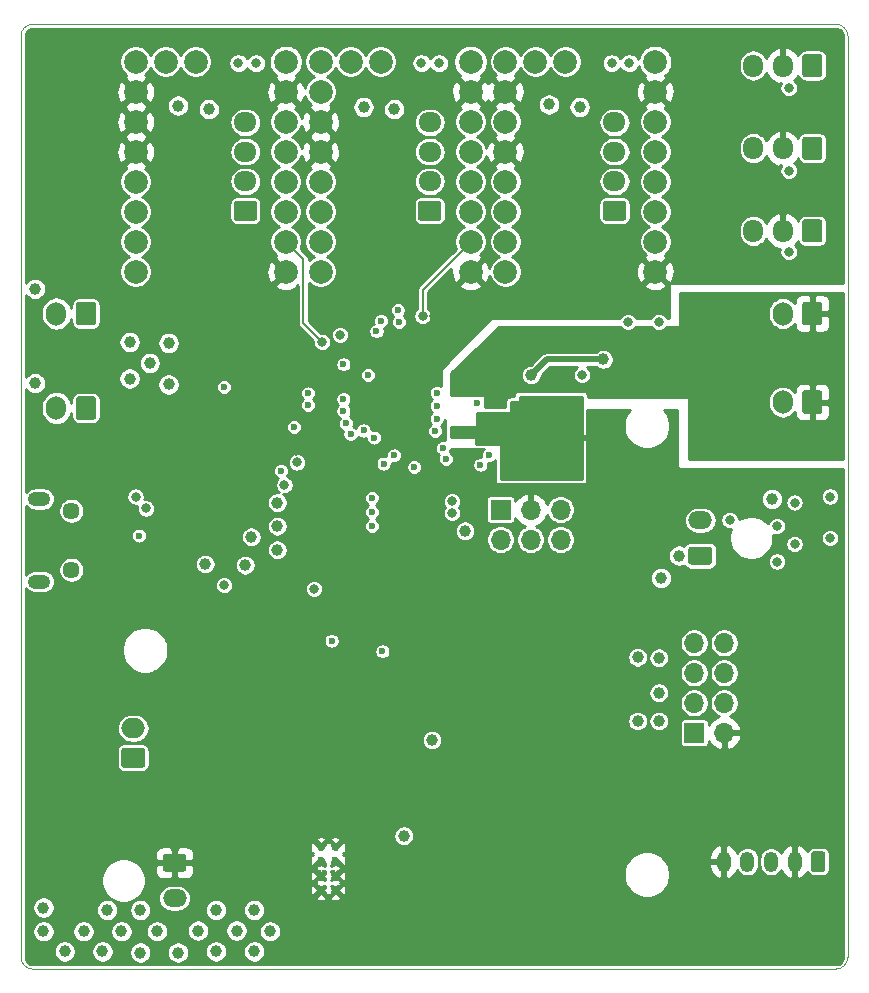
<source format=gbr>
G04 #@! TF.GenerationSoftware,KiCad,Pcbnew,5.1.5+dfsg1-2build2*
G04 #@! TF.CreationDate,2021-09-26T16:39:44+00:00*
G04 #@! TF.ProjectId,NeptuneToolboard,54726953-7465-4705-946f-6f6c626f6172,rev?*
G04 #@! TF.SameCoordinates,Original*
G04 #@! TF.FileFunction,Copper,L2,Inr*
G04 #@! TF.FilePolarity,Positive*
%FSLAX46Y46*%
G04 Gerber Fmt 4.6, Leading zero omitted, Abs format (unit mm)*
G04 Created by KiCad (PCBNEW 5.1.5+dfsg1-2build2) date 2021-09-26 16:39:44*
%MOMM*%
%LPD*%
G04 APERTURE LIST*
G04 #@! TA.AperFunction,Profile*
%ADD10C,0.050000*%
G04 #@! TD*
G04 #@! TA.AperFunction,ViaPad*
%ADD11C,0.350000*%
G04 #@! TD*
G04 #@! TA.AperFunction,ViaPad*
%ADD12O,2.020000X1.500000*%
G04 #@! TD*
G04 #@! TA.AperFunction,ViaPad*
%ADD13O,2.000000X1.700000*%
G04 #@! TD*
G04 #@! TA.AperFunction,ViaPad*
%ADD14O,1.700000X1.700000*%
G04 #@! TD*
G04 #@! TA.AperFunction,ViaPad*
%ADD15R,1.700000X1.700000*%
G04 #@! TD*
G04 #@! TA.AperFunction,ViaPad*
%ADD16O,1.200000X1.750000*%
G04 #@! TD*
G04 #@! TA.AperFunction,ViaPad*
%ADD17C,2.000000*%
G04 #@! TD*
G04 #@! TA.AperFunction,ViaPad*
%ADD18O,1.700000X1.950000*%
G04 #@! TD*
G04 #@! TA.AperFunction,ViaPad*
%ADD19O,1.950000X1.700000*%
G04 #@! TD*
G04 #@! TA.AperFunction,ViaPad*
%ADD20O,1.700000X2.000000*%
G04 #@! TD*
G04 #@! TA.AperFunction,ViaPad*
%ADD21C,1.450000*%
G04 #@! TD*
G04 #@! TA.AperFunction,ViaPad*
%ADD22O,1.900000X1.200000*%
G04 #@! TD*
G04 #@! TA.AperFunction,ViaPad*
%ADD23C,0.600000*%
G04 #@! TD*
G04 #@! TA.AperFunction,ViaPad*
%ADD24C,1.000000*%
G04 #@! TD*
G04 #@! TA.AperFunction,ViaPad*
%ADD25C,0.800000*%
G04 #@! TD*
G04 #@! TA.AperFunction,Conductor*
%ADD26C,0.500000*%
G04 #@! TD*
G04 #@! TA.AperFunction,Conductor*
%ADD27C,0.200000*%
G04 #@! TD*
G04 #@! TA.AperFunction,Conductor*
%ADD28C,0.254000*%
G04 #@! TD*
G04 APERTURE END LIST*
D10*
X140500000Y-132000000D02*
G75*
G02X139500000Y-131000000I0J1000000D01*
G01*
X209500000Y-131000000D02*
G75*
G02X208500000Y-132000000I-1000000J0D01*
G01*
X208500000Y-52000000D02*
G75*
G02X209500000Y-53000000I0J-1000000D01*
G01*
X139500000Y-53000000D02*
G75*
G02X140500000Y-52000000I1000000J0D01*
G01*
X140500000Y-52000000D02*
X208500000Y-52000000D01*
X139500000Y-131000000D02*
X139500000Y-53000000D01*
X208500000Y-132000000D02*
X140500000Y-132000000D01*
X209500000Y-53000000D02*
X209500000Y-131000000D01*
G04 #@! TA.AperFunction,ViaPad*
D11*
G04 #@! TO.N,VDC*
G04 #@! TO.C,J11*
G36*
X197784504Y-96251204D02*
G01*
X197808773Y-96254804D01*
X197832571Y-96260765D01*
X197855671Y-96269030D01*
X197877849Y-96279520D01*
X197898893Y-96292133D01*
X197918598Y-96306747D01*
X197936777Y-96323223D01*
X197953253Y-96341402D01*
X197967867Y-96361107D01*
X197980480Y-96382151D01*
X197990970Y-96404329D01*
X197999235Y-96427429D01*
X198005196Y-96451227D01*
X198008796Y-96475496D01*
X198010000Y-96500000D01*
X198010000Y-97500000D01*
X198008796Y-97524504D01*
X198005196Y-97548773D01*
X197999235Y-97572571D01*
X197990970Y-97595671D01*
X197980480Y-97617849D01*
X197967867Y-97638893D01*
X197953253Y-97658598D01*
X197936777Y-97676777D01*
X197918598Y-97693253D01*
X197898893Y-97707867D01*
X197877849Y-97720480D01*
X197855671Y-97730970D01*
X197832571Y-97739235D01*
X197808773Y-97745196D01*
X197784504Y-97748796D01*
X197760000Y-97750000D01*
X196240000Y-97750000D01*
X196215496Y-97748796D01*
X196191227Y-97745196D01*
X196167429Y-97739235D01*
X196144329Y-97730970D01*
X196122151Y-97720480D01*
X196101107Y-97707867D01*
X196081402Y-97693253D01*
X196063223Y-97676777D01*
X196046747Y-97658598D01*
X196032133Y-97638893D01*
X196019520Y-97617849D01*
X196009030Y-97595671D01*
X196000765Y-97572571D01*
X195994804Y-97548773D01*
X195991204Y-97524504D01*
X195990000Y-97500000D01*
X195990000Y-96500000D01*
X195991204Y-96475496D01*
X195994804Y-96451227D01*
X196000765Y-96427429D01*
X196009030Y-96404329D01*
X196019520Y-96382151D01*
X196032133Y-96361107D01*
X196046747Y-96341402D01*
X196063223Y-96323223D01*
X196081402Y-96306747D01*
X196101107Y-96292133D01*
X196122151Y-96279520D01*
X196144329Y-96269030D01*
X196167429Y-96260765D01*
X196191227Y-96254804D01*
X196215496Y-96251204D01*
X196240000Y-96250000D01*
X197760000Y-96250000D01*
X197784504Y-96251204D01*
G37*
G04 #@! TD.AperFunction*
D12*
G04 #@! TO.N,HEAT_NEG*
X197000000Y-94000000D03*
G04 #@! TD*
G04 #@! TA.AperFunction,ViaPad*
D11*
G04 #@! TO.N,/IO & Communication/CAN+*
G04 #@! TO.C,J10*
G36*
X149774504Y-113251204D02*
G01*
X149798773Y-113254804D01*
X149822571Y-113260765D01*
X149845671Y-113269030D01*
X149867849Y-113279520D01*
X149888893Y-113292133D01*
X149908598Y-113306747D01*
X149926777Y-113323223D01*
X149943253Y-113341402D01*
X149957867Y-113361107D01*
X149970480Y-113382151D01*
X149980970Y-113404329D01*
X149989235Y-113427429D01*
X149995196Y-113451227D01*
X149998796Y-113475496D01*
X150000000Y-113500000D01*
X150000000Y-114700000D01*
X149998796Y-114724504D01*
X149995196Y-114748773D01*
X149989235Y-114772571D01*
X149980970Y-114795671D01*
X149970480Y-114817849D01*
X149957867Y-114838893D01*
X149943253Y-114858598D01*
X149926777Y-114876777D01*
X149908598Y-114893253D01*
X149888893Y-114907867D01*
X149867849Y-114920480D01*
X149845671Y-114930970D01*
X149822571Y-114939235D01*
X149798773Y-114945196D01*
X149774504Y-114948796D01*
X149750000Y-114950000D01*
X148250000Y-114950000D01*
X148225496Y-114948796D01*
X148201227Y-114945196D01*
X148177429Y-114939235D01*
X148154329Y-114930970D01*
X148132151Y-114920480D01*
X148111107Y-114907867D01*
X148091402Y-114893253D01*
X148073223Y-114876777D01*
X148056747Y-114858598D01*
X148042133Y-114838893D01*
X148029520Y-114817849D01*
X148019030Y-114795671D01*
X148010765Y-114772571D01*
X148004804Y-114748773D01*
X148001204Y-114724504D01*
X148000000Y-114700000D01*
X148000000Y-113500000D01*
X148001204Y-113475496D01*
X148004804Y-113451227D01*
X148010765Y-113427429D01*
X148019030Y-113404329D01*
X148029520Y-113382151D01*
X148042133Y-113361107D01*
X148056747Y-113341402D01*
X148073223Y-113323223D01*
X148091402Y-113306747D01*
X148111107Y-113292133D01*
X148132151Y-113279520D01*
X148154329Y-113269030D01*
X148177429Y-113260765D01*
X148201227Y-113254804D01*
X148225496Y-113251204D01*
X148250000Y-113250000D01*
X149750000Y-113250000D01*
X149774504Y-113251204D01*
G37*
G04 #@! TD.AperFunction*
D13*
G04 #@! TO.N,/IO & Communication/CAN-*
X149000000Y-111600000D03*
G04 #@! TD*
G04 #@! TA.AperFunction,ViaPad*
D11*
G04 #@! TO.N,GND*
G04 #@! TO.C,J13*
G36*
X153284504Y-122251204D02*
G01*
X153308773Y-122254804D01*
X153332571Y-122260765D01*
X153355671Y-122269030D01*
X153377849Y-122279520D01*
X153398893Y-122292133D01*
X153418598Y-122306747D01*
X153436777Y-122323223D01*
X153453253Y-122341402D01*
X153467867Y-122361107D01*
X153480480Y-122382151D01*
X153490970Y-122404329D01*
X153499235Y-122427429D01*
X153505196Y-122451227D01*
X153508796Y-122475496D01*
X153510000Y-122500000D01*
X153510000Y-123500000D01*
X153508796Y-123524504D01*
X153505196Y-123548773D01*
X153499235Y-123572571D01*
X153490970Y-123595671D01*
X153480480Y-123617849D01*
X153467867Y-123638893D01*
X153453253Y-123658598D01*
X153436777Y-123676777D01*
X153418598Y-123693253D01*
X153398893Y-123707867D01*
X153377849Y-123720480D01*
X153355671Y-123730970D01*
X153332571Y-123739235D01*
X153308773Y-123745196D01*
X153284504Y-123748796D01*
X153260000Y-123750000D01*
X151740000Y-123750000D01*
X151715496Y-123748796D01*
X151691227Y-123745196D01*
X151667429Y-123739235D01*
X151644329Y-123730970D01*
X151622151Y-123720480D01*
X151601107Y-123707867D01*
X151581402Y-123693253D01*
X151563223Y-123676777D01*
X151546747Y-123658598D01*
X151532133Y-123638893D01*
X151519520Y-123617849D01*
X151509030Y-123595671D01*
X151500765Y-123572571D01*
X151494804Y-123548773D01*
X151491204Y-123524504D01*
X151490000Y-123500000D01*
X151490000Y-122500000D01*
X151491204Y-122475496D01*
X151494804Y-122451227D01*
X151500765Y-122427429D01*
X151509030Y-122404329D01*
X151519520Y-122382151D01*
X151532133Y-122361107D01*
X151546747Y-122341402D01*
X151563223Y-122323223D01*
X151581402Y-122306747D01*
X151601107Y-122292133D01*
X151622151Y-122279520D01*
X151644329Y-122269030D01*
X151667429Y-122260765D01*
X151691227Y-122254804D01*
X151715496Y-122251204D01*
X151740000Y-122250000D01*
X153260000Y-122250000D01*
X153284504Y-122251204D01*
G37*
G04 #@! TD.AperFunction*
D12*
G04 #@! TO.N,Net-(D5-Pad2)*
X152500000Y-126000000D03*
G04 #@! TD*
D14*
G04 #@! TO.N,+5V*
G04 #@! TO.C,J17*
X199040000Y-104380000D03*
G04 #@! TO.N,ACS*
X196500000Y-104380000D03*
G04 #@! TO.N,+3V3*
X199040000Y-106920000D03*
G04 #@! TO.N,ASCK*
X196500000Y-106920000D03*
G04 #@! TO.N,AINT1*
X199040000Y-109460000D03*
G04 #@! TO.N,ASDO*
X196500000Y-109460000D03*
G04 #@! TO.N,GND*
X199040000Y-112000000D03*
D15*
G04 #@! TO.N,ASDI*
X196500000Y-112000000D03*
G04 #@! TD*
D16*
G04 #@! TO.N,GND*
G04 #@! TO.C,J16*
X199000000Y-122900000D03*
G04 #@! TO.N,+5V*
X201000000Y-122900000D03*
G04 #@! TO.N,SERVO_BL*
X203000000Y-122900000D03*
G04 #@! TO.N,GND*
X205000000Y-122900000D03*
G04 #@! TA.AperFunction,ViaPad*
D11*
G04 #@! TO.N,ZPROBE*
G36*
X207374505Y-122026204D02*
G01*
X207398773Y-122029804D01*
X207422572Y-122035765D01*
X207445671Y-122044030D01*
X207467850Y-122054520D01*
X207488893Y-122067132D01*
X207508599Y-122081747D01*
X207526777Y-122098223D01*
X207543253Y-122116401D01*
X207557868Y-122136107D01*
X207570480Y-122157150D01*
X207580970Y-122179329D01*
X207589235Y-122202428D01*
X207595196Y-122226227D01*
X207598796Y-122250495D01*
X207600000Y-122274999D01*
X207600000Y-123525001D01*
X207598796Y-123549505D01*
X207595196Y-123573773D01*
X207589235Y-123597572D01*
X207580970Y-123620671D01*
X207570480Y-123642850D01*
X207557868Y-123663893D01*
X207543253Y-123683599D01*
X207526777Y-123701777D01*
X207508599Y-123718253D01*
X207488893Y-123732868D01*
X207467850Y-123745480D01*
X207445671Y-123755970D01*
X207422572Y-123764235D01*
X207398773Y-123770196D01*
X207374505Y-123773796D01*
X207350001Y-123775000D01*
X206649999Y-123775000D01*
X206625495Y-123773796D01*
X206601227Y-123770196D01*
X206577428Y-123764235D01*
X206554329Y-123755970D01*
X206532150Y-123745480D01*
X206511107Y-123732868D01*
X206491401Y-123718253D01*
X206473223Y-123701777D01*
X206456747Y-123683599D01*
X206442132Y-123663893D01*
X206429520Y-123642850D01*
X206419030Y-123620671D01*
X206410765Y-123597572D01*
X206404804Y-123573773D01*
X206401204Y-123549505D01*
X206400000Y-123525001D01*
X206400000Y-122274999D01*
X206401204Y-122250495D01*
X206404804Y-122226227D01*
X206410765Y-122202428D01*
X206419030Y-122179329D01*
X206429520Y-122157150D01*
X206442132Y-122136107D01*
X206456747Y-122116401D01*
X206473223Y-122098223D01*
X206491401Y-122081747D01*
X206511107Y-122067132D01*
X206532150Y-122054520D01*
X206554329Y-122044030D01*
X206577428Y-122035765D01*
X206601227Y-122029804D01*
X206625495Y-122026204D01*
X206649999Y-122025000D01*
X207350001Y-122025000D01*
X207374505Y-122026204D01*
G37*
G04 #@! TD.AperFunction*
G04 #@! TD*
D17*
G04 #@! TO.N,ST1_DIAG*
G04 #@! TO.C,U5*
X151759999Y-55180000D03*
G04 #@! TO.N,Net-(U5-Pad17)*
X154299999Y-55180000D03*
G04 #@! TO.N,ST1_EN*
X149219999Y-55180000D03*
G04 #@! TO.N,GND*
X149219999Y-57720000D03*
X149219999Y-60260000D03*
X149219999Y-62800000D03*
G04 #@! TO.N,ST_UART_TX*
X149219999Y-65340000D03*
G04 #@! TO.N,ST_UART_RX*
X149219999Y-67880000D03*
G04 #@! TO.N,ST1_STEP*
X149219999Y-70420000D03*
G04 #@! TO.N,ST1_DIR*
X149219999Y-72960000D03*
G04 #@! TO.N,VDC*
X161919999Y-55180000D03*
G04 #@! TO.N,GND*
X161919999Y-57720000D03*
G04 #@! TO.N,/Stepper drivers/ST1_M2B*
X161919999Y-60260000D03*
G04 #@! TO.N,/Stepper drivers/ST1_M2A*
X161919999Y-62800000D03*
G04 #@! TO.N,/Stepper drivers/ST1_M1A*
X161919999Y-65340000D03*
G04 #@! TO.N,/Stepper drivers/ST1_M1B*
X161919999Y-67880000D03*
G04 #@! TO.N,+3V3*
X161919999Y-70420000D03*
G04 #@! TO.N,GND*
X161919999Y-72960000D03*
G04 #@! TD*
G04 #@! TO.N,ST2_DIAG*
G04 #@! TO.C,U6*
X167399999Y-55180000D03*
G04 #@! TO.N,Net-(U6-Pad17)*
X169939999Y-55180000D03*
G04 #@! TO.N,ST2_EN*
X164859999Y-55180000D03*
G04 #@! TO.N,+3V3*
X164859999Y-57720000D03*
G04 #@! TO.N,GND*
X164859999Y-60260000D03*
X164859999Y-62800000D03*
G04 #@! TO.N,ST_UART_TX*
X164859999Y-65340000D03*
G04 #@! TO.N,ST_UART_RX*
X164859999Y-67880000D03*
G04 #@! TO.N,ST2_STEP*
X164859999Y-70420000D03*
G04 #@! TO.N,ST2_DIR*
X164859999Y-72960000D03*
G04 #@! TO.N,VDC*
X177559999Y-55180000D03*
G04 #@! TO.N,GND*
X177559999Y-57720000D03*
G04 #@! TO.N,/Stepper drivers/ST2_M2B*
X177559999Y-60260000D03*
G04 #@! TO.N,/Stepper drivers/ST2_M2A*
X177559999Y-62800000D03*
G04 #@! TO.N,/Stepper drivers/ST2_M1A*
X177559999Y-65340000D03*
G04 #@! TO.N,/Stepper drivers/ST2_M1B*
X177559999Y-67880000D03*
G04 #@! TO.N,+3V3*
X177559999Y-70420000D03*
G04 #@! TO.N,GND*
X177559999Y-72960000D03*
G04 #@! TD*
G04 #@! TO.N,ST3_DIAG*
G04 #@! TO.C,U7*
X183039999Y-55180000D03*
G04 #@! TO.N,Net-(U7-Pad17)*
X185579999Y-55180000D03*
G04 #@! TO.N,ST3_EN*
X180499999Y-55180000D03*
G04 #@! TO.N,GND*
X180499999Y-57720000D03*
G04 #@! TO.N,+3V3*
X180499999Y-60260000D03*
G04 #@! TO.N,GND*
X180499999Y-62800000D03*
G04 #@! TO.N,ST_UART_TX*
X180499999Y-65340000D03*
G04 #@! TO.N,ST_UART_RX*
X180499999Y-67880000D03*
G04 #@! TO.N,ST3_STEP*
X180499999Y-70420000D03*
G04 #@! TO.N,ST3_DIR*
X180499999Y-72960000D03*
G04 #@! TO.N,VDC*
X193199999Y-55180000D03*
G04 #@! TO.N,GND*
X193199999Y-57720000D03*
G04 #@! TO.N,/Stepper drivers/ST3_M2B*
X193199999Y-60260000D03*
G04 #@! TO.N,/Stepper drivers/ST3_M2A*
X193199999Y-62800000D03*
G04 #@! TO.N,/Stepper drivers/ST3_M1A*
X193199999Y-65340000D03*
G04 #@! TO.N,/Stepper drivers/ST3_M1B*
X193199999Y-67880000D03*
G04 #@! TO.N,+3V3*
X193199999Y-70420000D03*
G04 #@! TO.N,GND*
X193199999Y-72960000D03*
G04 #@! TD*
D18*
G04 #@! TO.N,+5V*
G04 #@! TO.C,J15*
X201500000Y-69500000D03*
G04 #@! TO.N,GND*
X204000000Y-69500000D03*
G04 #@! TA.AperFunction,ViaPad*
D11*
G04 #@! TO.N,Net-(J15-Pad1)*
G36*
X207124504Y-68526204D02*
G01*
X207148773Y-68529804D01*
X207172571Y-68535765D01*
X207195671Y-68544030D01*
X207217849Y-68554520D01*
X207238893Y-68567133D01*
X207258598Y-68581747D01*
X207276777Y-68598223D01*
X207293253Y-68616402D01*
X207307867Y-68636107D01*
X207320480Y-68657151D01*
X207330970Y-68679329D01*
X207339235Y-68702429D01*
X207345196Y-68726227D01*
X207348796Y-68750496D01*
X207350000Y-68775000D01*
X207350000Y-70225000D01*
X207348796Y-70249504D01*
X207345196Y-70273773D01*
X207339235Y-70297571D01*
X207330970Y-70320671D01*
X207320480Y-70342849D01*
X207307867Y-70363893D01*
X207293253Y-70383598D01*
X207276777Y-70401777D01*
X207258598Y-70418253D01*
X207238893Y-70432867D01*
X207217849Y-70445480D01*
X207195671Y-70455970D01*
X207172571Y-70464235D01*
X207148773Y-70470196D01*
X207124504Y-70473796D01*
X207100000Y-70475000D01*
X205900000Y-70475000D01*
X205875496Y-70473796D01*
X205851227Y-70470196D01*
X205827429Y-70464235D01*
X205804329Y-70455970D01*
X205782151Y-70445480D01*
X205761107Y-70432867D01*
X205741402Y-70418253D01*
X205723223Y-70401777D01*
X205706747Y-70383598D01*
X205692133Y-70363893D01*
X205679520Y-70342849D01*
X205669030Y-70320671D01*
X205660765Y-70297571D01*
X205654804Y-70273773D01*
X205651204Y-70249504D01*
X205650000Y-70225000D01*
X205650000Y-68775000D01*
X205651204Y-68750496D01*
X205654804Y-68726227D01*
X205660765Y-68702429D01*
X205669030Y-68679329D01*
X205679520Y-68657151D01*
X205692133Y-68636107D01*
X205706747Y-68616402D01*
X205723223Y-68598223D01*
X205741402Y-68581747D01*
X205761107Y-68567133D01*
X205782151Y-68554520D01*
X205804329Y-68544030D01*
X205827429Y-68535765D01*
X205851227Y-68529804D01*
X205875496Y-68526204D01*
X205900000Y-68525000D01*
X207100000Y-68525000D01*
X207124504Y-68526204D01*
G37*
G04 #@! TD.AperFunction*
G04 #@! TD*
D15*
G04 #@! TO.N,+3V3*
G04 #@! TO.C,J1*
X180100000Y-93100000D03*
D14*
G04 #@! TO.N,BOOT0*
X180100000Y-95640000D03*
G04 #@! TO.N,GND*
X182640000Y-93100000D03*
G04 #@! TO.N,NRST*
X182640000Y-95640000D03*
G04 #@! TO.N,SWCLK*
X185180000Y-93100000D03*
G04 #@! TO.N,SWDIO*
X185180000Y-95640000D03*
G04 #@! TD*
D19*
G04 #@! TO.N,/Stepper drivers/ST1_M2B*
G04 #@! TO.C,J2*
X158500000Y-60300000D03*
G04 #@! TO.N,/Stepper drivers/ST1_M2A*
X158500000Y-62800000D03*
G04 #@! TO.N,/Stepper drivers/ST1_M1A*
X158500000Y-65300000D03*
G04 #@! TA.AperFunction,ViaPad*
D11*
G04 #@! TO.N,/Stepper drivers/ST1_M1B*
G36*
X159249504Y-66951204D02*
G01*
X159273773Y-66954804D01*
X159297571Y-66960765D01*
X159320671Y-66969030D01*
X159342849Y-66979520D01*
X159363893Y-66992133D01*
X159383598Y-67006747D01*
X159401777Y-67023223D01*
X159418253Y-67041402D01*
X159432867Y-67061107D01*
X159445480Y-67082151D01*
X159455970Y-67104329D01*
X159464235Y-67127429D01*
X159470196Y-67151227D01*
X159473796Y-67175496D01*
X159475000Y-67200000D01*
X159475000Y-68400000D01*
X159473796Y-68424504D01*
X159470196Y-68448773D01*
X159464235Y-68472571D01*
X159455970Y-68495671D01*
X159445480Y-68517849D01*
X159432867Y-68538893D01*
X159418253Y-68558598D01*
X159401777Y-68576777D01*
X159383598Y-68593253D01*
X159363893Y-68607867D01*
X159342849Y-68620480D01*
X159320671Y-68630970D01*
X159297571Y-68639235D01*
X159273773Y-68645196D01*
X159249504Y-68648796D01*
X159225000Y-68650000D01*
X157775000Y-68650000D01*
X157750496Y-68648796D01*
X157726227Y-68645196D01*
X157702429Y-68639235D01*
X157679329Y-68630970D01*
X157657151Y-68620480D01*
X157636107Y-68607867D01*
X157616402Y-68593253D01*
X157598223Y-68576777D01*
X157581747Y-68558598D01*
X157567133Y-68538893D01*
X157554520Y-68517849D01*
X157544030Y-68495671D01*
X157535765Y-68472571D01*
X157529804Y-68448773D01*
X157526204Y-68424504D01*
X157525000Y-68400000D01*
X157525000Y-67200000D01*
X157526204Y-67175496D01*
X157529804Y-67151227D01*
X157535765Y-67127429D01*
X157544030Y-67104329D01*
X157554520Y-67082151D01*
X157567133Y-67061107D01*
X157581747Y-67041402D01*
X157598223Y-67023223D01*
X157616402Y-67006747D01*
X157636107Y-66992133D01*
X157657151Y-66979520D01*
X157679329Y-66969030D01*
X157702429Y-66960765D01*
X157726227Y-66954804D01*
X157750496Y-66951204D01*
X157775000Y-66950000D01*
X159225000Y-66950000D01*
X159249504Y-66951204D01*
G37*
G04 #@! TD.AperFunction*
G04 #@! TD*
G04 #@! TA.AperFunction,ViaPad*
G04 #@! TO.N,/Stepper drivers/ST2_M1B*
G04 #@! TO.C,J3*
G36*
X174849504Y-66951204D02*
G01*
X174873773Y-66954804D01*
X174897571Y-66960765D01*
X174920671Y-66969030D01*
X174942849Y-66979520D01*
X174963893Y-66992133D01*
X174983598Y-67006747D01*
X175001777Y-67023223D01*
X175018253Y-67041402D01*
X175032867Y-67061107D01*
X175045480Y-67082151D01*
X175055970Y-67104329D01*
X175064235Y-67127429D01*
X175070196Y-67151227D01*
X175073796Y-67175496D01*
X175075000Y-67200000D01*
X175075000Y-68400000D01*
X175073796Y-68424504D01*
X175070196Y-68448773D01*
X175064235Y-68472571D01*
X175055970Y-68495671D01*
X175045480Y-68517849D01*
X175032867Y-68538893D01*
X175018253Y-68558598D01*
X175001777Y-68576777D01*
X174983598Y-68593253D01*
X174963893Y-68607867D01*
X174942849Y-68620480D01*
X174920671Y-68630970D01*
X174897571Y-68639235D01*
X174873773Y-68645196D01*
X174849504Y-68648796D01*
X174825000Y-68650000D01*
X173375000Y-68650000D01*
X173350496Y-68648796D01*
X173326227Y-68645196D01*
X173302429Y-68639235D01*
X173279329Y-68630970D01*
X173257151Y-68620480D01*
X173236107Y-68607867D01*
X173216402Y-68593253D01*
X173198223Y-68576777D01*
X173181747Y-68558598D01*
X173167133Y-68538893D01*
X173154520Y-68517849D01*
X173144030Y-68495671D01*
X173135765Y-68472571D01*
X173129804Y-68448773D01*
X173126204Y-68424504D01*
X173125000Y-68400000D01*
X173125000Y-67200000D01*
X173126204Y-67175496D01*
X173129804Y-67151227D01*
X173135765Y-67127429D01*
X173144030Y-67104329D01*
X173154520Y-67082151D01*
X173167133Y-67061107D01*
X173181747Y-67041402D01*
X173198223Y-67023223D01*
X173216402Y-67006747D01*
X173236107Y-66992133D01*
X173257151Y-66979520D01*
X173279329Y-66969030D01*
X173302429Y-66960765D01*
X173326227Y-66954804D01*
X173350496Y-66951204D01*
X173375000Y-66950000D01*
X174825000Y-66950000D01*
X174849504Y-66951204D01*
G37*
G04 #@! TD.AperFunction*
D19*
G04 #@! TO.N,/Stepper drivers/ST2_M1A*
X174100000Y-65300000D03*
G04 #@! TO.N,/Stepper drivers/ST2_M2A*
X174100000Y-62800000D03*
G04 #@! TO.N,/Stepper drivers/ST2_M2B*
X174100000Y-60300000D03*
G04 #@! TD*
G04 #@! TO.N,/Stepper drivers/ST3_M2B*
G04 #@! TO.C,J4*
X189750000Y-60300000D03*
G04 #@! TO.N,/Stepper drivers/ST3_M2A*
X189750000Y-62800000D03*
G04 #@! TO.N,/Stepper drivers/ST3_M1A*
X189750000Y-65300000D03*
G04 #@! TA.AperFunction,ViaPad*
D11*
G04 #@! TO.N,/Stepper drivers/ST3_M1B*
G36*
X190499504Y-66951204D02*
G01*
X190523773Y-66954804D01*
X190547571Y-66960765D01*
X190570671Y-66969030D01*
X190592849Y-66979520D01*
X190613893Y-66992133D01*
X190633598Y-67006747D01*
X190651777Y-67023223D01*
X190668253Y-67041402D01*
X190682867Y-67061107D01*
X190695480Y-67082151D01*
X190705970Y-67104329D01*
X190714235Y-67127429D01*
X190720196Y-67151227D01*
X190723796Y-67175496D01*
X190725000Y-67200000D01*
X190725000Y-68400000D01*
X190723796Y-68424504D01*
X190720196Y-68448773D01*
X190714235Y-68472571D01*
X190705970Y-68495671D01*
X190695480Y-68517849D01*
X190682867Y-68538893D01*
X190668253Y-68558598D01*
X190651777Y-68576777D01*
X190633598Y-68593253D01*
X190613893Y-68607867D01*
X190592849Y-68620480D01*
X190570671Y-68630970D01*
X190547571Y-68639235D01*
X190523773Y-68645196D01*
X190499504Y-68648796D01*
X190475000Y-68650000D01*
X189025000Y-68650000D01*
X189000496Y-68648796D01*
X188976227Y-68645196D01*
X188952429Y-68639235D01*
X188929329Y-68630970D01*
X188907151Y-68620480D01*
X188886107Y-68607867D01*
X188866402Y-68593253D01*
X188848223Y-68576777D01*
X188831747Y-68558598D01*
X188817133Y-68538893D01*
X188804520Y-68517849D01*
X188794030Y-68495671D01*
X188785765Y-68472571D01*
X188779804Y-68448773D01*
X188776204Y-68424504D01*
X188775000Y-68400000D01*
X188775000Y-67200000D01*
X188776204Y-67175496D01*
X188779804Y-67151227D01*
X188785765Y-67127429D01*
X188794030Y-67104329D01*
X188804520Y-67082151D01*
X188817133Y-67061107D01*
X188831747Y-67041402D01*
X188848223Y-67023223D01*
X188866402Y-67006747D01*
X188886107Y-66992133D01*
X188907151Y-66979520D01*
X188929329Y-66969030D01*
X188952429Y-66960765D01*
X188976227Y-66954804D01*
X189000496Y-66951204D01*
X189025000Y-66950000D01*
X190475000Y-66950000D01*
X190499504Y-66951204D01*
G37*
G04 #@! TD.AperFunction*
G04 #@! TD*
D18*
G04 #@! TO.N,+5V*
G04 #@! TO.C,J12*
X201500000Y-62500000D03*
G04 #@! TO.N,GND*
X204000000Y-62500000D03*
G04 #@! TA.AperFunction,ViaPad*
D11*
G04 #@! TO.N,Net-(J12-Pad1)*
G36*
X207124504Y-61526204D02*
G01*
X207148773Y-61529804D01*
X207172571Y-61535765D01*
X207195671Y-61544030D01*
X207217849Y-61554520D01*
X207238893Y-61567133D01*
X207258598Y-61581747D01*
X207276777Y-61598223D01*
X207293253Y-61616402D01*
X207307867Y-61636107D01*
X207320480Y-61657151D01*
X207330970Y-61679329D01*
X207339235Y-61702429D01*
X207345196Y-61726227D01*
X207348796Y-61750496D01*
X207350000Y-61775000D01*
X207350000Y-63225000D01*
X207348796Y-63249504D01*
X207345196Y-63273773D01*
X207339235Y-63297571D01*
X207330970Y-63320671D01*
X207320480Y-63342849D01*
X207307867Y-63363893D01*
X207293253Y-63383598D01*
X207276777Y-63401777D01*
X207258598Y-63418253D01*
X207238893Y-63432867D01*
X207217849Y-63445480D01*
X207195671Y-63455970D01*
X207172571Y-63464235D01*
X207148773Y-63470196D01*
X207124504Y-63473796D01*
X207100000Y-63475000D01*
X205900000Y-63475000D01*
X205875496Y-63473796D01*
X205851227Y-63470196D01*
X205827429Y-63464235D01*
X205804329Y-63455970D01*
X205782151Y-63445480D01*
X205761107Y-63432867D01*
X205741402Y-63418253D01*
X205723223Y-63401777D01*
X205706747Y-63383598D01*
X205692133Y-63363893D01*
X205679520Y-63342849D01*
X205669030Y-63320671D01*
X205660765Y-63297571D01*
X205654804Y-63273773D01*
X205651204Y-63249504D01*
X205650000Y-63225000D01*
X205650000Y-61775000D01*
X205651204Y-61750496D01*
X205654804Y-61726227D01*
X205660765Y-61702429D01*
X205669030Y-61679329D01*
X205679520Y-61657151D01*
X205692133Y-61636107D01*
X205706747Y-61616402D01*
X205723223Y-61598223D01*
X205741402Y-61581747D01*
X205761107Y-61567133D01*
X205782151Y-61554520D01*
X205804329Y-61544030D01*
X205827429Y-61535765D01*
X205851227Y-61529804D01*
X205875496Y-61526204D01*
X205900000Y-61525000D01*
X207100000Y-61525000D01*
X207124504Y-61526204D01*
G37*
G04 #@! TD.AperFunction*
G04 #@! TD*
G04 #@! TA.AperFunction,ViaPad*
G04 #@! TO.N,Net-(J9-Pad1)*
G04 #@! TO.C,J9*
G36*
X207124504Y-54526204D02*
G01*
X207148773Y-54529804D01*
X207172571Y-54535765D01*
X207195671Y-54544030D01*
X207217849Y-54554520D01*
X207238893Y-54567133D01*
X207258598Y-54581747D01*
X207276777Y-54598223D01*
X207293253Y-54616402D01*
X207307867Y-54636107D01*
X207320480Y-54657151D01*
X207330970Y-54679329D01*
X207339235Y-54702429D01*
X207345196Y-54726227D01*
X207348796Y-54750496D01*
X207350000Y-54775000D01*
X207350000Y-56225000D01*
X207348796Y-56249504D01*
X207345196Y-56273773D01*
X207339235Y-56297571D01*
X207330970Y-56320671D01*
X207320480Y-56342849D01*
X207307867Y-56363893D01*
X207293253Y-56383598D01*
X207276777Y-56401777D01*
X207258598Y-56418253D01*
X207238893Y-56432867D01*
X207217849Y-56445480D01*
X207195671Y-56455970D01*
X207172571Y-56464235D01*
X207148773Y-56470196D01*
X207124504Y-56473796D01*
X207100000Y-56475000D01*
X205900000Y-56475000D01*
X205875496Y-56473796D01*
X205851227Y-56470196D01*
X205827429Y-56464235D01*
X205804329Y-56455970D01*
X205782151Y-56445480D01*
X205761107Y-56432867D01*
X205741402Y-56418253D01*
X205723223Y-56401777D01*
X205706747Y-56383598D01*
X205692133Y-56363893D01*
X205679520Y-56342849D01*
X205669030Y-56320671D01*
X205660765Y-56297571D01*
X205654804Y-56273773D01*
X205651204Y-56249504D01*
X205650000Y-56225000D01*
X205650000Y-54775000D01*
X205651204Y-54750496D01*
X205654804Y-54726227D01*
X205660765Y-54702429D01*
X205669030Y-54679329D01*
X205679520Y-54657151D01*
X205692133Y-54636107D01*
X205706747Y-54616402D01*
X205723223Y-54598223D01*
X205741402Y-54581747D01*
X205761107Y-54567133D01*
X205782151Y-54554520D01*
X205804329Y-54544030D01*
X205827429Y-54535765D01*
X205851227Y-54529804D01*
X205875496Y-54526204D01*
X205900000Y-54525000D01*
X207100000Y-54525000D01*
X207124504Y-54526204D01*
G37*
G04 #@! TD.AperFunction*
D18*
G04 #@! TO.N,GND*
X204000000Y-55500000D03*
G04 #@! TO.N,+5V*
X201500000Y-55500000D03*
G04 #@! TD*
D20*
G04 #@! TO.N,Net-(J6-Pad2)*
G04 #@! TO.C,J6*
X204000000Y-84000000D03*
G04 #@! TA.AperFunction,ViaPad*
D11*
G04 #@! TO.N,GNDA*
G36*
X207124504Y-83001204D02*
G01*
X207148773Y-83004804D01*
X207172571Y-83010765D01*
X207195671Y-83019030D01*
X207217849Y-83029520D01*
X207238893Y-83042133D01*
X207258598Y-83056747D01*
X207276777Y-83073223D01*
X207293253Y-83091402D01*
X207307867Y-83111107D01*
X207320480Y-83132151D01*
X207330970Y-83154329D01*
X207339235Y-83177429D01*
X207345196Y-83201227D01*
X207348796Y-83225496D01*
X207350000Y-83250000D01*
X207350000Y-84750000D01*
X207348796Y-84774504D01*
X207345196Y-84798773D01*
X207339235Y-84822571D01*
X207330970Y-84845671D01*
X207320480Y-84867849D01*
X207307867Y-84888893D01*
X207293253Y-84908598D01*
X207276777Y-84926777D01*
X207258598Y-84943253D01*
X207238893Y-84957867D01*
X207217849Y-84970480D01*
X207195671Y-84980970D01*
X207172571Y-84989235D01*
X207148773Y-84995196D01*
X207124504Y-84998796D01*
X207100000Y-85000000D01*
X205900000Y-85000000D01*
X205875496Y-84998796D01*
X205851227Y-84995196D01*
X205827429Y-84989235D01*
X205804329Y-84980970D01*
X205782151Y-84970480D01*
X205761107Y-84957867D01*
X205741402Y-84943253D01*
X205723223Y-84926777D01*
X205706747Y-84908598D01*
X205692133Y-84888893D01*
X205679520Y-84867849D01*
X205669030Y-84845671D01*
X205660765Y-84822571D01*
X205654804Y-84798773D01*
X205651204Y-84774504D01*
X205650000Y-84750000D01*
X205650000Y-83250000D01*
X205651204Y-83225496D01*
X205654804Y-83201227D01*
X205660765Y-83177429D01*
X205669030Y-83154329D01*
X205679520Y-83132151D01*
X205692133Y-83111107D01*
X205706747Y-83091402D01*
X205723223Y-83073223D01*
X205741402Y-83056747D01*
X205761107Y-83042133D01*
X205782151Y-83029520D01*
X205804329Y-83019030D01*
X205827429Y-83010765D01*
X205851227Y-83004804D01*
X205875496Y-83001204D01*
X205900000Y-83000000D01*
X207100000Y-83000000D01*
X207124504Y-83001204D01*
G37*
G04 #@! TD.AperFunction*
G04 #@! TD*
G04 #@! TA.AperFunction,ViaPad*
G04 #@! TO.N,GNDA*
G04 #@! TO.C,J7*
G36*
X207124504Y-75501204D02*
G01*
X207148773Y-75504804D01*
X207172571Y-75510765D01*
X207195671Y-75519030D01*
X207217849Y-75529520D01*
X207238893Y-75542133D01*
X207258598Y-75556747D01*
X207276777Y-75573223D01*
X207293253Y-75591402D01*
X207307867Y-75611107D01*
X207320480Y-75632151D01*
X207330970Y-75654329D01*
X207339235Y-75677429D01*
X207345196Y-75701227D01*
X207348796Y-75725496D01*
X207350000Y-75750000D01*
X207350000Y-77250000D01*
X207348796Y-77274504D01*
X207345196Y-77298773D01*
X207339235Y-77322571D01*
X207330970Y-77345671D01*
X207320480Y-77367849D01*
X207307867Y-77388893D01*
X207293253Y-77408598D01*
X207276777Y-77426777D01*
X207258598Y-77443253D01*
X207238893Y-77457867D01*
X207217849Y-77470480D01*
X207195671Y-77480970D01*
X207172571Y-77489235D01*
X207148773Y-77495196D01*
X207124504Y-77498796D01*
X207100000Y-77500000D01*
X205900000Y-77500000D01*
X205875496Y-77498796D01*
X205851227Y-77495196D01*
X205827429Y-77489235D01*
X205804329Y-77480970D01*
X205782151Y-77470480D01*
X205761107Y-77457867D01*
X205741402Y-77443253D01*
X205723223Y-77426777D01*
X205706747Y-77408598D01*
X205692133Y-77388893D01*
X205679520Y-77367849D01*
X205669030Y-77345671D01*
X205660765Y-77322571D01*
X205654804Y-77298773D01*
X205651204Y-77274504D01*
X205650000Y-77250000D01*
X205650000Y-75750000D01*
X205651204Y-75725496D01*
X205654804Y-75701227D01*
X205660765Y-75677429D01*
X205669030Y-75654329D01*
X205679520Y-75632151D01*
X205692133Y-75611107D01*
X205706747Y-75591402D01*
X205723223Y-75573223D01*
X205741402Y-75556747D01*
X205761107Y-75542133D01*
X205782151Y-75529520D01*
X205804329Y-75519030D01*
X205827429Y-75510765D01*
X205851227Y-75504804D01*
X205875496Y-75501204D01*
X205900000Y-75500000D01*
X207100000Y-75500000D01*
X207124504Y-75501204D01*
G37*
G04 #@! TD.AperFunction*
D20*
G04 #@! TO.N,Net-(J7-Pad2)*
X204000000Y-76500000D03*
G04 #@! TD*
G04 #@! TO.N,VDC*
G04 #@! TO.C,J5*
X142500000Y-76500000D03*
G04 #@! TA.AperFunction,ViaPad*
D11*
G04 #@! TO.N,FAN0_NEG*
G36*
X145624504Y-75501204D02*
G01*
X145648773Y-75504804D01*
X145672571Y-75510765D01*
X145695671Y-75519030D01*
X145717849Y-75529520D01*
X145738893Y-75542133D01*
X145758598Y-75556747D01*
X145776777Y-75573223D01*
X145793253Y-75591402D01*
X145807867Y-75611107D01*
X145820480Y-75632151D01*
X145830970Y-75654329D01*
X145839235Y-75677429D01*
X145845196Y-75701227D01*
X145848796Y-75725496D01*
X145850000Y-75750000D01*
X145850000Y-77250000D01*
X145848796Y-77274504D01*
X145845196Y-77298773D01*
X145839235Y-77322571D01*
X145830970Y-77345671D01*
X145820480Y-77367849D01*
X145807867Y-77388893D01*
X145793253Y-77408598D01*
X145776777Y-77426777D01*
X145758598Y-77443253D01*
X145738893Y-77457867D01*
X145717849Y-77470480D01*
X145695671Y-77480970D01*
X145672571Y-77489235D01*
X145648773Y-77495196D01*
X145624504Y-77498796D01*
X145600000Y-77500000D01*
X144400000Y-77500000D01*
X144375496Y-77498796D01*
X144351227Y-77495196D01*
X144327429Y-77489235D01*
X144304329Y-77480970D01*
X144282151Y-77470480D01*
X144261107Y-77457867D01*
X144241402Y-77443253D01*
X144223223Y-77426777D01*
X144206747Y-77408598D01*
X144192133Y-77388893D01*
X144179520Y-77367849D01*
X144169030Y-77345671D01*
X144160765Y-77322571D01*
X144154804Y-77298773D01*
X144151204Y-77274504D01*
X144150000Y-77250000D01*
X144150000Y-75750000D01*
X144151204Y-75725496D01*
X144154804Y-75701227D01*
X144160765Y-75677429D01*
X144169030Y-75654329D01*
X144179520Y-75632151D01*
X144192133Y-75611107D01*
X144206747Y-75591402D01*
X144223223Y-75573223D01*
X144241402Y-75556747D01*
X144261107Y-75542133D01*
X144282151Y-75529520D01*
X144304329Y-75519030D01*
X144327429Y-75510765D01*
X144351227Y-75504804D01*
X144375496Y-75501204D01*
X144400000Y-75500000D01*
X145600000Y-75500000D01*
X145624504Y-75501204D01*
G37*
G04 #@! TD.AperFunction*
G04 #@! TD*
G04 #@! TA.AperFunction,ViaPad*
G04 #@! TO.N,FAN1_NEG*
G04 #@! TO.C,J8*
G36*
X145624504Y-83501204D02*
G01*
X145648773Y-83504804D01*
X145672571Y-83510765D01*
X145695671Y-83519030D01*
X145717849Y-83529520D01*
X145738893Y-83542133D01*
X145758598Y-83556747D01*
X145776777Y-83573223D01*
X145793253Y-83591402D01*
X145807867Y-83611107D01*
X145820480Y-83632151D01*
X145830970Y-83654329D01*
X145839235Y-83677429D01*
X145845196Y-83701227D01*
X145848796Y-83725496D01*
X145850000Y-83750000D01*
X145850000Y-85250000D01*
X145848796Y-85274504D01*
X145845196Y-85298773D01*
X145839235Y-85322571D01*
X145830970Y-85345671D01*
X145820480Y-85367849D01*
X145807867Y-85388893D01*
X145793253Y-85408598D01*
X145776777Y-85426777D01*
X145758598Y-85443253D01*
X145738893Y-85457867D01*
X145717849Y-85470480D01*
X145695671Y-85480970D01*
X145672571Y-85489235D01*
X145648773Y-85495196D01*
X145624504Y-85498796D01*
X145600000Y-85500000D01*
X144400000Y-85500000D01*
X144375496Y-85498796D01*
X144351227Y-85495196D01*
X144327429Y-85489235D01*
X144304329Y-85480970D01*
X144282151Y-85470480D01*
X144261107Y-85457867D01*
X144241402Y-85443253D01*
X144223223Y-85426777D01*
X144206747Y-85408598D01*
X144192133Y-85388893D01*
X144179520Y-85367849D01*
X144169030Y-85345671D01*
X144160765Y-85322571D01*
X144154804Y-85298773D01*
X144151204Y-85274504D01*
X144150000Y-85250000D01*
X144150000Y-83750000D01*
X144151204Y-83725496D01*
X144154804Y-83701227D01*
X144160765Y-83677429D01*
X144169030Y-83654329D01*
X144179520Y-83632151D01*
X144192133Y-83611107D01*
X144206747Y-83591402D01*
X144223223Y-83573223D01*
X144241402Y-83556747D01*
X144261107Y-83542133D01*
X144282151Y-83529520D01*
X144304329Y-83519030D01*
X144327429Y-83510765D01*
X144351227Y-83504804D01*
X144375496Y-83501204D01*
X144400000Y-83500000D01*
X145600000Y-83500000D01*
X145624504Y-83501204D01*
G37*
G04 #@! TD.AperFunction*
D20*
G04 #@! TO.N,VDC*
X142500000Y-84500000D03*
G04 #@! TD*
D21*
G04 #@! TO.N,Net-(J14-Pad6)*
G04 #@! TO.C,J14*
X143762500Y-93200000D03*
X143762500Y-98200000D03*
D22*
X141062500Y-92200000D03*
X141062500Y-99200000D03*
G04 #@! TD*
D23*
G04 #@! TO.N,GND*
G04 #@! TO.C,U3*
X166100000Y-125300000D03*
X166100000Y-124100000D03*
X164900000Y-124100000D03*
X164900000Y-125300000D03*
X166100000Y-121700000D03*
X166100000Y-122800000D03*
X164900000Y-122800000D03*
X164900000Y-121700000D03*
G04 #@! TD*
D24*
G04 #@! TO.N,VDDA*
X182700000Y-81700000D03*
X188810000Y-80390000D03*
D23*
G04 #@! TO.N,GNDA*
X179200000Y-84000000D03*
X180200000Y-84000000D03*
X180700000Y-83400000D03*
D25*
X183800000Y-78700000D03*
D23*
X183200000Y-82800000D03*
D25*
X188000000Y-78600000D03*
D23*
X188000000Y-83000000D03*
X185000000Y-82800000D03*
D25*
X186000000Y-78700000D03*
D23*
G04 #@! TO.N,NRST*
X174550000Y-86450000D03*
D24*
G04 #@! TO.N,VDC*
X193700000Y-98900000D03*
X152000000Y-79000000D03*
X140700000Y-82400000D03*
X140700000Y-74400000D03*
X150400000Y-80700000D03*
X148700000Y-82000000D03*
X148700000Y-78900000D03*
X156000000Y-127000000D03*
X159250000Y-127000000D03*
X159250000Y-130500000D03*
X156000000Y-130500000D03*
X152800000Y-130600000D03*
X146400000Y-130500000D03*
X143200000Y-130500000D03*
X141400000Y-126800000D03*
X154500000Y-128750000D03*
X157750000Y-128750000D03*
X151000000Y-128800000D03*
X203100000Y-92200000D03*
X195200000Y-97000000D03*
X184200000Y-58800000D03*
X171100000Y-59200000D03*
X168500000Y-59000000D03*
X152800000Y-58900000D03*
X155400000Y-59200000D03*
X186800000Y-59000000D03*
D25*
X157900000Y-55300000D03*
X159400000Y-55300000D03*
X173400000Y-55300000D03*
X174900000Y-55300000D03*
X189500000Y-55300000D03*
X191000000Y-55300000D03*
D24*
X152000000Y-82500000D03*
X144800000Y-128800000D03*
X149600000Y-127000000D03*
X148000000Y-128800000D03*
X146800000Y-127000000D03*
X149600000Y-130600000D03*
X141400000Y-128800000D03*
X160600000Y-128800000D03*
G04 #@! TO.N,+12V*
X171900000Y-120700000D03*
X174300000Y-112600000D03*
D23*
G04 #@! TO.N,+5V*
X149500000Y-95300000D03*
D25*
X149200000Y-92000000D03*
X150100000Y-93000000D03*
D24*
X158500000Y-97800000D03*
X155100000Y-97700000D03*
D25*
X156700000Y-99500000D03*
D24*
X193500000Y-111000000D03*
X191700000Y-111000000D03*
X193500000Y-108600000D03*
X191700000Y-105600000D03*
X193500000Y-105650000D03*
D25*
G04 #@! TO.N,ENDSTOP1*
X204500000Y-57400000D03*
D23*
X179100000Y-88500000D03*
D25*
G04 #@! TO.N,ENDSTOP2*
X204500000Y-64400000D03*
D23*
X178400000Y-89300000D03*
D25*
G04 #@! TO.N,HEAT_NEG*
X205000000Y-96000000D03*
X203500000Y-97500000D03*
X208000000Y-95500000D03*
X208000000Y-92000000D03*
X203500000Y-94500000D03*
X205000000Y-92500000D03*
X199500000Y-94000000D03*
D23*
G04 #@! TO.N,BOOT0*
X172800000Y-89500000D03*
G04 #@! TO.N,SWCLK*
X170200000Y-89200000D03*
G04 #@! TO.N,SWDIO*
X171100000Y-88500000D03*
G04 #@! TO.N,SERVO_BL*
X169200000Y-93300000D03*
G04 #@! TO.N,ZPROBE*
X169200000Y-94500000D03*
G04 #@! TO.N,ASDO*
X167400000Y-86700000D03*
G04 #@! TO.N,ASDI*
X167000000Y-85800000D03*
G04 #@! TO.N,AINT1*
X169200000Y-92100000D03*
G04 #@! TO.N,ASCK*
X168500000Y-86400000D03*
G04 #@! TO.N,ACS*
X166800000Y-80800000D03*
X169400000Y-87000000D03*
G04 #@! TO.N,FAN1*
X156700000Y-82700000D03*
X162600000Y-86100000D03*
G04 #@! TO.N,ST1_EN*
X163800000Y-83250000D03*
G04 #@! TO.N,ST1_STEP*
X163800000Y-84250000D03*
G04 #@! TO.N,ST1_DIR*
X166800000Y-84750000D03*
G04 #@! TO.N,ST1_DIAG*
X166800000Y-83750000D03*
G04 #@! TO.N,ST3_EN*
X174700000Y-85400000D03*
G04 #@! TO.N,ST3_DIAG*
X178100000Y-84100000D03*
G04 #@! TO.N,ST3_STEP*
X174700000Y-84300000D03*
G04 #@! TO.N,ST3_DIR*
X174700000Y-83200000D03*
G04 #@! TO.N,ST_UART_RX*
X168900000Y-81700000D03*
G04 #@! TO.N,ST2_EN*
X171400000Y-76200000D03*
G04 #@! TO.N,ST2_STEP*
X170000000Y-77100000D03*
G04 #@! TO.N,ST2_DIR*
X169600000Y-78000000D03*
G04 #@! TO.N,ST2_DIAG*
X171500000Y-77200000D03*
D25*
G04 #@! TO.N,GND*
X182100000Y-108600000D03*
X175300000Y-58700000D03*
X172700000Y-58600000D03*
X159800000Y-58700000D03*
X157300000Y-58600000D03*
X156100000Y-80800000D03*
X154600000Y-80200000D03*
X160900000Y-81500000D03*
X201800000Y-72200000D03*
X180800000Y-97800000D03*
X172500000Y-94200000D03*
X167500000Y-76800000D03*
X174400000Y-94100000D03*
X162800000Y-88100000D03*
X174480000Y-76700000D03*
X185450000Y-62000000D03*
X185450000Y-66500000D03*
X184150000Y-64200000D03*
X168500000Y-64300000D03*
X169800000Y-66500000D03*
X154100000Y-62100000D03*
X152700000Y-64300000D03*
X154100000Y-66600000D03*
X166900000Y-96300000D03*
X201700000Y-65200000D03*
X201350000Y-58200000D03*
X169800000Y-62100000D03*
D23*
X176650000Y-76300000D03*
D25*
X161500000Y-80200000D03*
X155600000Y-79400000D03*
X154400000Y-78700000D03*
X155600000Y-77800000D03*
X161500000Y-83000000D03*
X160900000Y-84400000D03*
X191300000Y-58700000D03*
X188900000Y-58600000D03*
X142700000Y-97000000D03*
D23*
X147800000Y-95900000D03*
X147800000Y-94800000D03*
D24*
X158400000Y-93100000D03*
X158000000Y-91000000D03*
X155100000Y-93100000D03*
X156600000Y-91000000D03*
X155200000Y-91000000D03*
X158900000Y-100500000D03*
X168000000Y-111000000D03*
X168000000Y-114250000D03*
X168000000Y-117600000D03*
X166000000Y-116000000D03*
X166000000Y-112500000D03*
X166000000Y-119000000D03*
D25*
X187700000Y-96500000D03*
X188600000Y-97000000D03*
X151200000Y-71800000D03*
X151600000Y-69000000D03*
X166900000Y-73700000D03*
X167900000Y-71900000D03*
X171750000Y-84500000D03*
X173250000Y-83000000D03*
X173250000Y-86000000D03*
X170500000Y-83000000D03*
X170500000Y-86000000D03*
X187800000Y-85700000D03*
X188900000Y-87200000D03*
X184000000Y-105800000D03*
X185400000Y-104600000D03*
X187000000Y-105900000D03*
X188000000Y-104100000D03*
X182000000Y-104200000D03*
X180100000Y-106700000D03*
X178300000Y-108500000D03*
X187800000Y-88700000D03*
X190100000Y-89100000D03*
D24*
X152500000Y-121600000D03*
X151200000Y-120800000D03*
X153900000Y-120700000D03*
X155100000Y-119900000D03*
X160700000Y-121500000D03*
X154000000Y-119000000D03*
X152500000Y-120000000D03*
X151500000Y-119000000D03*
X157700000Y-120500000D03*
X164500000Y-128000000D03*
D23*
X178500000Y-85200000D03*
X184200000Y-83800000D03*
X182400000Y-83800000D03*
X185800000Y-89700000D03*
X181200000Y-89200000D03*
X180750000Y-87850000D03*
X178800000Y-87327000D03*
X186300000Y-88100000D03*
X186300000Y-86300000D03*
X185600000Y-84200000D03*
D25*
X155700000Y-112900000D03*
X182300000Y-69200000D03*
D23*
X181600000Y-75700000D03*
X170100000Y-107100000D03*
D25*
X177600000Y-104200000D03*
X175800000Y-106000000D03*
X207000000Y-98000000D03*
X201500000Y-99500000D03*
X197500000Y-99500000D03*
X199500000Y-98000000D03*
X204500000Y-99500000D03*
D23*
G04 #@! TO.N,+3V3*
X170100000Y-105100000D03*
D25*
X166500000Y-78300000D03*
X161800000Y-91000000D03*
X164300000Y-99800000D03*
D24*
X161200000Y-92500000D03*
X161200000Y-94500000D03*
X159000000Y-95400000D03*
D23*
X161500000Y-89800000D03*
D25*
X187000000Y-81700000D03*
D23*
X175500000Y-88800000D03*
D25*
X176000000Y-92400000D03*
X176000000Y-93400000D03*
X162850000Y-89100000D03*
X173500000Y-76700000D03*
D24*
X161200000Y-96500000D03*
X177100000Y-94900000D03*
D25*
X190900000Y-77200000D03*
X165000000Y-78900000D03*
X193500000Y-77200000D03*
D23*
X165800000Y-104200000D03*
D25*
G04 #@! TO.N,ENDSTOP3*
X204500000Y-71300000D03*
D23*
X175200000Y-87900000D03*
G04 #@! TD*
D26*
G04 #@! TO.N,VDDA*
X184010000Y-80390000D02*
X182700000Y-81700000D01*
X188810000Y-80390000D02*
X184010000Y-80390000D01*
G04 #@! TO.N,GND*
X184800000Y-87050000D02*
X187850000Y-87050000D01*
D27*
G04 #@! TO.N,+3V3*
X163400000Y-71900001D02*
X161919999Y-70420000D01*
X173500000Y-74479999D02*
X173500000Y-76700000D01*
X177559999Y-70420000D02*
X173500000Y-74479999D01*
X163400000Y-75200000D02*
X163400000Y-74900000D01*
X163400000Y-74900000D02*
X163400000Y-71900001D01*
X163400000Y-77300000D02*
X165000000Y-78900000D01*
X163400000Y-75200000D02*
X163400000Y-77300000D01*
G04 #@! TD*
D28*
G04 #@! TO.N,GNDA*
G36*
X209094000Y-88773000D02*
G01*
X196027000Y-88773000D01*
X196027000Y-83789528D01*
X202769000Y-83789528D01*
X202769000Y-84210471D01*
X202786812Y-84391317D01*
X202857202Y-84623362D01*
X202971509Y-84837215D01*
X203125340Y-85024660D01*
X203312784Y-85178491D01*
X203526637Y-85292798D01*
X203758682Y-85363188D01*
X204000000Y-85386956D01*
X204241317Y-85363188D01*
X204473362Y-85292798D01*
X204687215Y-85178491D01*
X204874660Y-85024660D01*
X205012545Y-84856647D01*
X205011928Y-85000000D01*
X205024188Y-85124482D01*
X205060498Y-85244180D01*
X205119463Y-85354494D01*
X205198815Y-85451185D01*
X205295506Y-85530537D01*
X205405820Y-85589502D01*
X205525518Y-85625812D01*
X205650000Y-85638072D01*
X206214250Y-85635000D01*
X206373000Y-85476250D01*
X206373000Y-84127000D01*
X206627000Y-84127000D01*
X206627000Y-85476250D01*
X206785750Y-85635000D01*
X207350000Y-85638072D01*
X207474482Y-85625812D01*
X207594180Y-85589502D01*
X207704494Y-85530537D01*
X207801185Y-85451185D01*
X207880537Y-85354494D01*
X207939502Y-85244180D01*
X207975812Y-85124482D01*
X207988072Y-85000000D01*
X207985000Y-84285750D01*
X207826250Y-84127000D01*
X206627000Y-84127000D01*
X206373000Y-84127000D01*
X206353000Y-84127000D01*
X206353000Y-83873000D01*
X206373000Y-83873000D01*
X206373000Y-82523750D01*
X206627000Y-82523750D01*
X206627000Y-83873000D01*
X207826250Y-83873000D01*
X207985000Y-83714250D01*
X207988072Y-83000000D01*
X207975812Y-82875518D01*
X207939502Y-82755820D01*
X207880537Y-82645506D01*
X207801185Y-82548815D01*
X207704494Y-82469463D01*
X207594180Y-82410498D01*
X207474482Y-82374188D01*
X207350000Y-82361928D01*
X206785750Y-82365000D01*
X206627000Y-82523750D01*
X206373000Y-82523750D01*
X206214250Y-82365000D01*
X205650000Y-82361928D01*
X205525518Y-82374188D01*
X205405820Y-82410498D01*
X205295506Y-82469463D01*
X205198815Y-82548815D01*
X205119463Y-82645506D01*
X205060498Y-82755820D01*
X205024188Y-82875518D01*
X205011928Y-83000000D01*
X205012545Y-83143354D01*
X204874660Y-82975340D01*
X204687216Y-82821509D01*
X204473363Y-82707202D01*
X204241318Y-82636812D01*
X204000000Y-82613044D01*
X203758683Y-82636812D01*
X203526638Y-82707202D01*
X203312785Y-82821509D01*
X203125341Y-82975340D01*
X202971510Y-83162784D01*
X202857202Y-83376637D01*
X202786812Y-83608682D01*
X202769000Y-83789528D01*
X196027000Y-83789528D01*
X196027000Y-83700000D01*
X196024560Y-83675224D01*
X196017333Y-83651399D01*
X196005597Y-83629443D01*
X195989803Y-83610197D01*
X195970557Y-83594403D01*
X195948601Y-83582667D01*
X195924776Y-83575440D01*
X195900000Y-83573000D01*
X187481000Y-83573000D01*
X187481000Y-83400000D01*
X187473679Y-83325671D01*
X187451998Y-83254198D01*
X187416790Y-83188328D01*
X187369408Y-83130592D01*
X187311672Y-83083210D01*
X187245802Y-83048002D01*
X187174329Y-83026321D01*
X187100000Y-83019000D01*
X181600000Y-83019000D01*
X181525671Y-83026321D01*
X181454198Y-83048002D01*
X181388328Y-83083210D01*
X181330592Y-83130592D01*
X181283210Y-83188328D01*
X181248002Y-83254198D01*
X181226321Y-83325671D01*
X181219000Y-83400000D01*
X181219000Y-83519000D01*
X180900000Y-83519000D01*
X180825671Y-83526321D01*
X180754198Y-83548002D01*
X180707430Y-83573000D01*
X180650000Y-83573000D01*
X180625224Y-83575440D01*
X180601399Y-83582667D01*
X180579443Y-83594403D01*
X180560197Y-83610197D01*
X180544403Y-83629443D01*
X180532667Y-83651399D01*
X180525440Y-83675224D01*
X180523000Y-83700000D01*
X180523000Y-83859389D01*
X180519000Y-83900000D01*
X180519000Y-84373000D01*
X178827000Y-84373000D01*
X178827000Y-83500000D01*
X178824560Y-83475224D01*
X178817333Y-83451399D01*
X178805597Y-83429443D01*
X178789803Y-83410197D01*
X178770557Y-83394403D01*
X178748601Y-83382667D01*
X178724776Y-83375440D01*
X178700000Y-83373000D01*
X175927000Y-83373000D01*
X175927000Y-81613229D01*
X181819000Y-81613229D01*
X181819000Y-81786771D01*
X181852856Y-81956978D01*
X181919268Y-82117310D01*
X182015682Y-82261605D01*
X182138395Y-82384318D01*
X182282690Y-82480732D01*
X182443022Y-82547144D01*
X182613229Y-82581000D01*
X182786771Y-82581000D01*
X182956978Y-82547144D01*
X183117310Y-82480732D01*
X183261605Y-82384318D01*
X183384318Y-82261605D01*
X183480732Y-82117310D01*
X183547144Y-81956978D01*
X183581000Y-81786771D01*
X183581000Y-81711368D01*
X184271369Y-81021000D01*
X186610433Y-81021000D01*
X186502141Y-81093358D01*
X186393358Y-81202141D01*
X186307887Y-81330058D01*
X186249013Y-81472191D01*
X186219000Y-81623078D01*
X186219000Y-81776922D01*
X186249013Y-81927809D01*
X186307887Y-82069942D01*
X186393358Y-82197859D01*
X186502141Y-82306642D01*
X186630058Y-82392113D01*
X186772191Y-82450987D01*
X186923078Y-82481000D01*
X187076922Y-82481000D01*
X187227809Y-82450987D01*
X187369942Y-82392113D01*
X187497859Y-82306642D01*
X187606642Y-82197859D01*
X187692113Y-82069942D01*
X187750987Y-81927809D01*
X187781000Y-81776922D01*
X187781000Y-81623078D01*
X187750987Y-81472191D01*
X187692113Y-81330058D01*
X187606642Y-81202141D01*
X187497859Y-81093358D01*
X187389567Y-81021000D01*
X188195077Y-81021000D01*
X188248395Y-81074318D01*
X188392690Y-81170732D01*
X188553022Y-81237144D01*
X188723229Y-81271000D01*
X188896771Y-81271000D01*
X189066978Y-81237144D01*
X189227310Y-81170732D01*
X189371605Y-81074318D01*
X189494318Y-80951605D01*
X189590732Y-80807310D01*
X189657144Y-80646978D01*
X189691000Y-80476771D01*
X189691000Y-80303229D01*
X189657144Y-80133022D01*
X189590732Y-79972690D01*
X189494318Y-79828395D01*
X189371605Y-79705682D01*
X189227310Y-79609268D01*
X189066978Y-79542856D01*
X188896771Y-79509000D01*
X188723229Y-79509000D01*
X188553022Y-79542856D01*
X188392690Y-79609268D01*
X188248395Y-79705682D01*
X188195077Y-79759000D01*
X184040990Y-79759000D01*
X184010000Y-79755948D01*
X183979009Y-79759000D01*
X183979002Y-79759000D01*
X183886302Y-79768130D01*
X183767358Y-79804211D01*
X183657739Y-79862804D01*
X183561657Y-79941657D01*
X183541899Y-79965732D01*
X182688632Y-80819000D01*
X182613229Y-80819000D01*
X182443022Y-80852856D01*
X182282690Y-80919268D01*
X182138395Y-81015682D01*
X182015682Y-81138395D01*
X181919268Y-81282690D01*
X181852856Y-81443022D01*
X181819000Y-81613229D01*
X175927000Y-81613229D01*
X175927000Y-81554627D01*
X177787344Y-79792196D01*
X177789803Y-79789803D01*
X179952606Y-77627000D01*
X190246012Y-77627000D01*
X190293358Y-77697859D01*
X190402141Y-77806642D01*
X190530058Y-77892113D01*
X190672191Y-77950987D01*
X190823078Y-77981000D01*
X190976922Y-77981000D01*
X191127809Y-77950987D01*
X191269942Y-77892113D01*
X191397859Y-77806642D01*
X191506642Y-77697859D01*
X191553988Y-77627000D01*
X192846012Y-77627000D01*
X192893358Y-77697859D01*
X193002141Y-77806642D01*
X193130058Y-77892113D01*
X193272191Y-77950987D01*
X193423078Y-77981000D01*
X193576922Y-77981000D01*
X193727809Y-77950987D01*
X193869942Y-77892113D01*
X193997859Y-77806642D01*
X194106642Y-77697859D01*
X194153988Y-77627000D01*
X195200000Y-77627000D01*
X195224776Y-77624560D01*
X195248601Y-77617333D01*
X195270557Y-77605597D01*
X195289803Y-77589803D01*
X195305597Y-77570557D01*
X195317333Y-77548601D01*
X195324560Y-77524776D01*
X195327000Y-77500000D01*
X195327000Y-76289528D01*
X202769000Y-76289528D01*
X202769000Y-76710471D01*
X202786812Y-76891317D01*
X202857202Y-77123362D01*
X202971509Y-77337215D01*
X203125340Y-77524660D01*
X203312784Y-77678491D01*
X203526637Y-77792798D01*
X203758682Y-77863188D01*
X204000000Y-77886956D01*
X204241317Y-77863188D01*
X204473362Y-77792798D01*
X204687215Y-77678491D01*
X204874660Y-77524660D01*
X205012545Y-77356647D01*
X205011928Y-77500000D01*
X205024188Y-77624482D01*
X205060498Y-77744180D01*
X205119463Y-77854494D01*
X205198815Y-77951185D01*
X205295506Y-78030537D01*
X205405820Y-78089502D01*
X205525518Y-78125812D01*
X205650000Y-78138072D01*
X206214250Y-78135000D01*
X206373000Y-77976250D01*
X206373000Y-76627000D01*
X206627000Y-76627000D01*
X206627000Y-77976250D01*
X206785750Y-78135000D01*
X207350000Y-78138072D01*
X207474482Y-78125812D01*
X207594180Y-78089502D01*
X207704494Y-78030537D01*
X207801185Y-77951185D01*
X207880537Y-77854494D01*
X207939502Y-77744180D01*
X207975812Y-77624482D01*
X207988072Y-77500000D01*
X207985000Y-76785750D01*
X207826250Y-76627000D01*
X206627000Y-76627000D01*
X206373000Y-76627000D01*
X206353000Y-76627000D01*
X206353000Y-76373000D01*
X206373000Y-76373000D01*
X206373000Y-75023750D01*
X206627000Y-75023750D01*
X206627000Y-76373000D01*
X207826250Y-76373000D01*
X207985000Y-76214250D01*
X207988072Y-75500000D01*
X207975812Y-75375518D01*
X207939502Y-75255820D01*
X207880537Y-75145506D01*
X207801185Y-75048815D01*
X207704494Y-74969463D01*
X207594180Y-74910498D01*
X207474482Y-74874188D01*
X207350000Y-74861928D01*
X206785750Y-74865000D01*
X206627000Y-75023750D01*
X206373000Y-75023750D01*
X206214250Y-74865000D01*
X205650000Y-74861928D01*
X205525518Y-74874188D01*
X205405820Y-74910498D01*
X205295506Y-74969463D01*
X205198815Y-75048815D01*
X205119463Y-75145506D01*
X205060498Y-75255820D01*
X205024188Y-75375518D01*
X205011928Y-75500000D01*
X205012545Y-75643354D01*
X204874660Y-75475340D01*
X204687216Y-75321509D01*
X204473363Y-75207202D01*
X204241318Y-75136812D01*
X204000000Y-75113044D01*
X203758683Y-75136812D01*
X203526638Y-75207202D01*
X203312785Y-75321509D01*
X203125341Y-75475340D01*
X202971510Y-75662784D01*
X202857202Y-75876637D01*
X202786812Y-76108682D01*
X202769000Y-76289528D01*
X195327000Y-76289528D01*
X195327000Y-74727000D01*
X209094000Y-74727000D01*
X209094000Y-88773000D01*
G37*
X209094000Y-88773000D02*
X196027000Y-88773000D01*
X196027000Y-83789528D01*
X202769000Y-83789528D01*
X202769000Y-84210471D01*
X202786812Y-84391317D01*
X202857202Y-84623362D01*
X202971509Y-84837215D01*
X203125340Y-85024660D01*
X203312784Y-85178491D01*
X203526637Y-85292798D01*
X203758682Y-85363188D01*
X204000000Y-85386956D01*
X204241317Y-85363188D01*
X204473362Y-85292798D01*
X204687215Y-85178491D01*
X204874660Y-85024660D01*
X205012545Y-84856647D01*
X205011928Y-85000000D01*
X205024188Y-85124482D01*
X205060498Y-85244180D01*
X205119463Y-85354494D01*
X205198815Y-85451185D01*
X205295506Y-85530537D01*
X205405820Y-85589502D01*
X205525518Y-85625812D01*
X205650000Y-85638072D01*
X206214250Y-85635000D01*
X206373000Y-85476250D01*
X206373000Y-84127000D01*
X206627000Y-84127000D01*
X206627000Y-85476250D01*
X206785750Y-85635000D01*
X207350000Y-85638072D01*
X207474482Y-85625812D01*
X207594180Y-85589502D01*
X207704494Y-85530537D01*
X207801185Y-85451185D01*
X207880537Y-85354494D01*
X207939502Y-85244180D01*
X207975812Y-85124482D01*
X207988072Y-85000000D01*
X207985000Y-84285750D01*
X207826250Y-84127000D01*
X206627000Y-84127000D01*
X206373000Y-84127000D01*
X206353000Y-84127000D01*
X206353000Y-83873000D01*
X206373000Y-83873000D01*
X206373000Y-82523750D01*
X206627000Y-82523750D01*
X206627000Y-83873000D01*
X207826250Y-83873000D01*
X207985000Y-83714250D01*
X207988072Y-83000000D01*
X207975812Y-82875518D01*
X207939502Y-82755820D01*
X207880537Y-82645506D01*
X207801185Y-82548815D01*
X207704494Y-82469463D01*
X207594180Y-82410498D01*
X207474482Y-82374188D01*
X207350000Y-82361928D01*
X206785750Y-82365000D01*
X206627000Y-82523750D01*
X206373000Y-82523750D01*
X206214250Y-82365000D01*
X205650000Y-82361928D01*
X205525518Y-82374188D01*
X205405820Y-82410498D01*
X205295506Y-82469463D01*
X205198815Y-82548815D01*
X205119463Y-82645506D01*
X205060498Y-82755820D01*
X205024188Y-82875518D01*
X205011928Y-83000000D01*
X205012545Y-83143354D01*
X204874660Y-82975340D01*
X204687216Y-82821509D01*
X204473363Y-82707202D01*
X204241318Y-82636812D01*
X204000000Y-82613044D01*
X203758683Y-82636812D01*
X203526638Y-82707202D01*
X203312785Y-82821509D01*
X203125341Y-82975340D01*
X202971510Y-83162784D01*
X202857202Y-83376637D01*
X202786812Y-83608682D01*
X202769000Y-83789528D01*
X196027000Y-83789528D01*
X196027000Y-83700000D01*
X196024560Y-83675224D01*
X196017333Y-83651399D01*
X196005597Y-83629443D01*
X195989803Y-83610197D01*
X195970557Y-83594403D01*
X195948601Y-83582667D01*
X195924776Y-83575440D01*
X195900000Y-83573000D01*
X187481000Y-83573000D01*
X187481000Y-83400000D01*
X187473679Y-83325671D01*
X187451998Y-83254198D01*
X187416790Y-83188328D01*
X187369408Y-83130592D01*
X187311672Y-83083210D01*
X187245802Y-83048002D01*
X187174329Y-83026321D01*
X187100000Y-83019000D01*
X181600000Y-83019000D01*
X181525671Y-83026321D01*
X181454198Y-83048002D01*
X181388328Y-83083210D01*
X181330592Y-83130592D01*
X181283210Y-83188328D01*
X181248002Y-83254198D01*
X181226321Y-83325671D01*
X181219000Y-83400000D01*
X181219000Y-83519000D01*
X180900000Y-83519000D01*
X180825671Y-83526321D01*
X180754198Y-83548002D01*
X180707430Y-83573000D01*
X180650000Y-83573000D01*
X180625224Y-83575440D01*
X180601399Y-83582667D01*
X180579443Y-83594403D01*
X180560197Y-83610197D01*
X180544403Y-83629443D01*
X180532667Y-83651399D01*
X180525440Y-83675224D01*
X180523000Y-83700000D01*
X180523000Y-83859389D01*
X180519000Y-83900000D01*
X180519000Y-84373000D01*
X178827000Y-84373000D01*
X178827000Y-83500000D01*
X178824560Y-83475224D01*
X178817333Y-83451399D01*
X178805597Y-83429443D01*
X178789803Y-83410197D01*
X178770557Y-83394403D01*
X178748601Y-83382667D01*
X178724776Y-83375440D01*
X178700000Y-83373000D01*
X175927000Y-83373000D01*
X175927000Y-81613229D01*
X181819000Y-81613229D01*
X181819000Y-81786771D01*
X181852856Y-81956978D01*
X181919268Y-82117310D01*
X182015682Y-82261605D01*
X182138395Y-82384318D01*
X182282690Y-82480732D01*
X182443022Y-82547144D01*
X182613229Y-82581000D01*
X182786771Y-82581000D01*
X182956978Y-82547144D01*
X183117310Y-82480732D01*
X183261605Y-82384318D01*
X183384318Y-82261605D01*
X183480732Y-82117310D01*
X183547144Y-81956978D01*
X183581000Y-81786771D01*
X183581000Y-81711368D01*
X184271369Y-81021000D01*
X186610433Y-81021000D01*
X186502141Y-81093358D01*
X186393358Y-81202141D01*
X186307887Y-81330058D01*
X186249013Y-81472191D01*
X186219000Y-81623078D01*
X186219000Y-81776922D01*
X186249013Y-81927809D01*
X186307887Y-82069942D01*
X186393358Y-82197859D01*
X186502141Y-82306642D01*
X186630058Y-82392113D01*
X186772191Y-82450987D01*
X186923078Y-82481000D01*
X187076922Y-82481000D01*
X187227809Y-82450987D01*
X187369942Y-82392113D01*
X187497859Y-82306642D01*
X187606642Y-82197859D01*
X187692113Y-82069942D01*
X187750987Y-81927809D01*
X187781000Y-81776922D01*
X187781000Y-81623078D01*
X187750987Y-81472191D01*
X187692113Y-81330058D01*
X187606642Y-81202141D01*
X187497859Y-81093358D01*
X187389567Y-81021000D01*
X188195077Y-81021000D01*
X188248395Y-81074318D01*
X188392690Y-81170732D01*
X188553022Y-81237144D01*
X188723229Y-81271000D01*
X188896771Y-81271000D01*
X189066978Y-81237144D01*
X189227310Y-81170732D01*
X189371605Y-81074318D01*
X189494318Y-80951605D01*
X189590732Y-80807310D01*
X189657144Y-80646978D01*
X189691000Y-80476771D01*
X189691000Y-80303229D01*
X189657144Y-80133022D01*
X189590732Y-79972690D01*
X189494318Y-79828395D01*
X189371605Y-79705682D01*
X189227310Y-79609268D01*
X189066978Y-79542856D01*
X188896771Y-79509000D01*
X188723229Y-79509000D01*
X188553022Y-79542856D01*
X188392690Y-79609268D01*
X188248395Y-79705682D01*
X188195077Y-79759000D01*
X184040990Y-79759000D01*
X184010000Y-79755948D01*
X183979009Y-79759000D01*
X183979002Y-79759000D01*
X183886302Y-79768130D01*
X183767358Y-79804211D01*
X183657739Y-79862804D01*
X183561657Y-79941657D01*
X183541899Y-79965732D01*
X182688632Y-80819000D01*
X182613229Y-80819000D01*
X182443022Y-80852856D01*
X182282690Y-80919268D01*
X182138395Y-81015682D01*
X182015682Y-81138395D01*
X181919268Y-81282690D01*
X181852856Y-81443022D01*
X181819000Y-81613229D01*
X175927000Y-81613229D01*
X175927000Y-81554627D01*
X177787344Y-79792196D01*
X177789803Y-79789803D01*
X179952606Y-77627000D01*
X190246012Y-77627000D01*
X190293358Y-77697859D01*
X190402141Y-77806642D01*
X190530058Y-77892113D01*
X190672191Y-77950987D01*
X190823078Y-77981000D01*
X190976922Y-77981000D01*
X191127809Y-77950987D01*
X191269942Y-77892113D01*
X191397859Y-77806642D01*
X191506642Y-77697859D01*
X191553988Y-77627000D01*
X192846012Y-77627000D01*
X192893358Y-77697859D01*
X193002141Y-77806642D01*
X193130058Y-77892113D01*
X193272191Y-77950987D01*
X193423078Y-77981000D01*
X193576922Y-77981000D01*
X193727809Y-77950987D01*
X193869942Y-77892113D01*
X193997859Y-77806642D01*
X194106642Y-77697859D01*
X194153988Y-77627000D01*
X195200000Y-77627000D01*
X195224776Y-77624560D01*
X195248601Y-77617333D01*
X195270557Y-77605597D01*
X195289803Y-77589803D01*
X195305597Y-77570557D01*
X195317333Y-77548601D01*
X195324560Y-77524776D01*
X195327000Y-77500000D01*
X195327000Y-76289528D01*
X202769000Y-76289528D01*
X202769000Y-76710471D01*
X202786812Y-76891317D01*
X202857202Y-77123362D01*
X202971509Y-77337215D01*
X203125340Y-77524660D01*
X203312784Y-77678491D01*
X203526637Y-77792798D01*
X203758682Y-77863188D01*
X204000000Y-77886956D01*
X204241317Y-77863188D01*
X204473362Y-77792798D01*
X204687215Y-77678491D01*
X204874660Y-77524660D01*
X205012545Y-77356647D01*
X205011928Y-77500000D01*
X205024188Y-77624482D01*
X205060498Y-77744180D01*
X205119463Y-77854494D01*
X205198815Y-77951185D01*
X205295506Y-78030537D01*
X205405820Y-78089502D01*
X205525518Y-78125812D01*
X205650000Y-78138072D01*
X206214250Y-78135000D01*
X206373000Y-77976250D01*
X206373000Y-76627000D01*
X206627000Y-76627000D01*
X206627000Y-77976250D01*
X206785750Y-78135000D01*
X207350000Y-78138072D01*
X207474482Y-78125812D01*
X207594180Y-78089502D01*
X207704494Y-78030537D01*
X207801185Y-77951185D01*
X207880537Y-77854494D01*
X207939502Y-77744180D01*
X207975812Y-77624482D01*
X207988072Y-77500000D01*
X207985000Y-76785750D01*
X207826250Y-76627000D01*
X206627000Y-76627000D01*
X206373000Y-76627000D01*
X206353000Y-76627000D01*
X206353000Y-76373000D01*
X206373000Y-76373000D01*
X206373000Y-75023750D01*
X206627000Y-75023750D01*
X206627000Y-76373000D01*
X207826250Y-76373000D01*
X207985000Y-76214250D01*
X207988072Y-75500000D01*
X207975812Y-75375518D01*
X207939502Y-75255820D01*
X207880537Y-75145506D01*
X207801185Y-75048815D01*
X207704494Y-74969463D01*
X207594180Y-74910498D01*
X207474482Y-74874188D01*
X207350000Y-74861928D01*
X206785750Y-74865000D01*
X206627000Y-75023750D01*
X206373000Y-75023750D01*
X206214250Y-74865000D01*
X205650000Y-74861928D01*
X205525518Y-74874188D01*
X205405820Y-74910498D01*
X205295506Y-74969463D01*
X205198815Y-75048815D01*
X205119463Y-75145506D01*
X205060498Y-75255820D01*
X205024188Y-75375518D01*
X205011928Y-75500000D01*
X205012545Y-75643354D01*
X204874660Y-75475340D01*
X204687216Y-75321509D01*
X204473363Y-75207202D01*
X204241318Y-75136812D01*
X204000000Y-75113044D01*
X203758683Y-75136812D01*
X203526638Y-75207202D01*
X203312785Y-75321509D01*
X203125341Y-75475340D01*
X202971510Y-75662784D01*
X202857202Y-75876637D01*
X202786812Y-76108682D01*
X202769000Y-76289528D01*
X195327000Y-76289528D01*
X195327000Y-74727000D01*
X209094000Y-74727000D01*
X209094000Y-88773000D01*
G04 #@! TO.N,GND*
G36*
X208614994Y-52419222D02*
G01*
X208725614Y-52452620D01*
X208827639Y-52506868D01*
X208917179Y-52579895D01*
X208990833Y-52668925D01*
X209045792Y-52770572D01*
X209079960Y-52880949D01*
X209094000Y-53014528D01*
X209094000Y-73873000D01*
X194500000Y-73873000D01*
X194475224Y-73875440D01*
X194451399Y-73882667D01*
X194429443Y-73894403D01*
X194410197Y-73910197D01*
X194394403Y-73929443D01*
X194382667Y-73951399D01*
X194375440Y-73975224D01*
X194373000Y-74000000D01*
X194373000Y-76873000D01*
X194209900Y-76873000D01*
X194192113Y-76830058D01*
X194106642Y-76702141D01*
X193997859Y-76593358D01*
X193869942Y-76507887D01*
X193727809Y-76449013D01*
X193576922Y-76419000D01*
X193423078Y-76419000D01*
X193272191Y-76449013D01*
X193130058Y-76507887D01*
X193002141Y-76593358D01*
X192893358Y-76702141D01*
X192807887Y-76830058D01*
X192790100Y-76873000D01*
X191609900Y-76873000D01*
X191592113Y-76830058D01*
X191506642Y-76702141D01*
X191397859Y-76593358D01*
X191269942Y-76507887D01*
X191127809Y-76449013D01*
X190976922Y-76419000D01*
X190823078Y-76419000D01*
X190672191Y-76449013D01*
X190530058Y-76507887D01*
X190402141Y-76593358D01*
X190293358Y-76702141D01*
X190207887Y-76830058D01*
X190190100Y-76873000D01*
X179400000Y-76873000D01*
X179375224Y-76875440D01*
X179351399Y-76882667D01*
X179329443Y-76894403D01*
X179310197Y-76910197D01*
X175110197Y-81110197D01*
X175094403Y-81129443D01*
X175082667Y-81151399D01*
X175075440Y-81175224D01*
X175073000Y-81200000D01*
X175073000Y-82630199D01*
X175022574Y-82596506D01*
X174898640Y-82545171D01*
X174767073Y-82519000D01*
X174632927Y-82519000D01*
X174501360Y-82545171D01*
X174377426Y-82596506D01*
X174265888Y-82671033D01*
X174171033Y-82765888D01*
X174096506Y-82877426D01*
X174045171Y-83001360D01*
X174019000Y-83132927D01*
X174019000Y-83267073D01*
X174045171Y-83398640D01*
X174096506Y-83522574D01*
X174171033Y-83634112D01*
X174265888Y-83728967D01*
X174297366Y-83750000D01*
X174265888Y-83771033D01*
X174171033Y-83865888D01*
X174096506Y-83977426D01*
X174045171Y-84101360D01*
X174019000Y-84232927D01*
X174019000Y-84367073D01*
X174045171Y-84498640D01*
X174096506Y-84622574D01*
X174171033Y-84734112D01*
X174265888Y-84828967D01*
X174297366Y-84850000D01*
X174265888Y-84871033D01*
X174171033Y-84965888D01*
X174096506Y-85077426D01*
X174045171Y-85201360D01*
X174019000Y-85332927D01*
X174019000Y-85467073D01*
X174045171Y-85598640D01*
X174096506Y-85722574D01*
X174171033Y-85834112D01*
X174201050Y-85864129D01*
X174115888Y-85921033D01*
X174021033Y-86015888D01*
X173946506Y-86127426D01*
X173895171Y-86251360D01*
X173869000Y-86382927D01*
X173869000Y-86517073D01*
X173895171Y-86648640D01*
X173946506Y-86772574D01*
X174021033Y-86884112D01*
X174115888Y-86978967D01*
X174227426Y-87053494D01*
X174351360Y-87104829D01*
X174482927Y-87131000D01*
X174617073Y-87131000D01*
X174748640Y-87104829D01*
X174872574Y-87053494D01*
X174984112Y-86978967D01*
X175078967Y-86884112D01*
X175153494Y-86772574D01*
X175204829Y-86648640D01*
X175231000Y-86517073D01*
X175231000Y-86382927D01*
X175204829Y-86251360D01*
X175153494Y-86127426D01*
X175078967Y-86015888D01*
X175048950Y-85985871D01*
X175134112Y-85928967D01*
X175228967Y-85834112D01*
X175303494Y-85722574D01*
X175354829Y-85598640D01*
X175373000Y-85507291D01*
X175373000Y-87240071D01*
X175267073Y-87219000D01*
X175132927Y-87219000D01*
X175001360Y-87245171D01*
X174877426Y-87296506D01*
X174765888Y-87371033D01*
X174671033Y-87465888D01*
X174596506Y-87577426D01*
X174545171Y-87701360D01*
X174519000Y-87832927D01*
X174519000Y-87967073D01*
X174545171Y-88098640D01*
X174596506Y-88222574D01*
X174671033Y-88334112D01*
X174765888Y-88428967D01*
X174877426Y-88503494D01*
X174884495Y-88506422D01*
X174845171Y-88601360D01*
X174819000Y-88732927D01*
X174819000Y-88867073D01*
X174845171Y-88998640D01*
X174896506Y-89122574D01*
X174971033Y-89234112D01*
X175065888Y-89328967D01*
X175177426Y-89403494D01*
X175301360Y-89454829D01*
X175432927Y-89481000D01*
X175567073Y-89481000D01*
X175698640Y-89454829D01*
X175822574Y-89403494D01*
X175934112Y-89328967D01*
X176028967Y-89234112D01*
X176103494Y-89122574D01*
X176154829Y-88998640D01*
X176181000Y-88867073D01*
X176181000Y-88732927D01*
X176154829Y-88601360D01*
X176103494Y-88477426D01*
X176028967Y-88365888D01*
X175934112Y-88271033D01*
X175822574Y-88196506D01*
X175815505Y-88193578D01*
X175854829Y-88098640D01*
X175881000Y-87967073D01*
X175881000Y-87927000D01*
X178731788Y-87927000D01*
X178665888Y-87971033D01*
X178571033Y-88065888D01*
X178496506Y-88177426D01*
X178445171Y-88301360D01*
X178419000Y-88432927D01*
X178419000Y-88567073D01*
X178429329Y-88619000D01*
X178332927Y-88619000D01*
X178201360Y-88645171D01*
X178077426Y-88696506D01*
X177965888Y-88771033D01*
X177871033Y-88865888D01*
X177796506Y-88977426D01*
X177745171Y-89101360D01*
X177719000Y-89232927D01*
X177719000Y-89367073D01*
X177745171Y-89498640D01*
X177796506Y-89622574D01*
X177871033Y-89734112D01*
X177965888Y-89828967D01*
X178077426Y-89903494D01*
X178201360Y-89954829D01*
X178332927Y-89981000D01*
X178467073Y-89981000D01*
X178598640Y-89954829D01*
X178722574Y-89903494D01*
X178834112Y-89828967D01*
X178928967Y-89734112D01*
X179003494Y-89622574D01*
X179054829Y-89498640D01*
X179081000Y-89367073D01*
X179081000Y-89232927D01*
X179070671Y-89181000D01*
X179167073Y-89181000D01*
X179298640Y-89154829D01*
X179422574Y-89103494D01*
X179534112Y-89028967D01*
X179628967Y-88934112D01*
X179673000Y-88868212D01*
X179673000Y-90800000D01*
X179675440Y-90824776D01*
X179682667Y-90848601D01*
X179694403Y-90870557D01*
X179710197Y-90889803D01*
X179729443Y-90905597D01*
X179751399Y-90917333D01*
X179775224Y-90924560D01*
X179800000Y-90927000D01*
X187300000Y-90927000D01*
X187324776Y-90924560D01*
X187348601Y-90917333D01*
X187370557Y-90905597D01*
X187389803Y-90889803D01*
X187405597Y-90870557D01*
X187417333Y-90848601D01*
X187424560Y-90824776D01*
X187427000Y-90800000D01*
X187427000Y-84627000D01*
X191071443Y-84627000D01*
X190961257Y-84737186D01*
X190744461Y-85061645D01*
X190595129Y-85422164D01*
X190519000Y-85804889D01*
X190519000Y-86195111D01*
X190595129Y-86577836D01*
X190744461Y-86938355D01*
X190961257Y-87262814D01*
X191237186Y-87538743D01*
X191561645Y-87755539D01*
X191922164Y-87904871D01*
X192304889Y-87981000D01*
X192695111Y-87981000D01*
X193077836Y-87904871D01*
X193438355Y-87755539D01*
X193762814Y-87538743D01*
X194038743Y-87262814D01*
X194255539Y-86938355D01*
X194404871Y-86577836D01*
X194481000Y-86195111D01*
X194481000Y-85804889D01*
X194404871Y-85422164D01*
X194255539Y-85061645D01*
X194038743Y-84737186D01*
X193928557Y-84627000D01*
X195073000Y-84627000D01*
X195073000Y-89500000D01*
X195075440Y-89524776D01*
X195082667Y-89548601D01*
X195094403Y-89570557D01*
X195110197Y-89589803D01*
X195129443Y-89605597D01*
X195151399Y-89617333D01*
X195175224Y-89624560D01*
X195200000Y-89627000D01*
X209094000Y-89627000D01*
X209094001Y-130980136D01*
X209080778Y-131114994D01*
X209047379Y-131225615D01*
X208993132Y-131327639D01*
X208920106Y-131417179D01*
X208831072Y-131490834D01*
X208729428Y-131545792D01*
X208619051Y-131579960D01*
X208485472Y-131594000D01*
X140519854Y-131594000D01*
X140385006Y-131580778D01*
X140274385Y-131547379D01*
X140172361Y-131493132D01*
X140082821Y-131420106D01*
X140009166Y-131331072D01*
X139954208Y-131229428D01*
X139920040Y-131119051D01*
X139906000Y-130985472D01*
X139906000Y-130406729D01*
X142253000Y-130406729D01*
X142253000Y-130593271D01*
X142289393Y-130776230D01*
X142360780Y-130948573D01*
X142464417Y-131103677D01*
X142596323Y-131235583D01*
X142751427Y-131339220D01*
X142923770Y-131410607D01*
X143106729Y-131447000D01*
X143293271Y-131447000D01*
X143476230Y-131410607D01*
X143648573Y-131339220D01*
X143803677Y-131235583D01*
X143935583Y-131103677D01*
X144039220Y-130948573D01*
X144110607Y-130776230D01*
X144147000Y-130593271D01*
X144147000Y-130406729D01*
X145453000Y-130406729D01*
X145453000Y-130593271D01*
X145489393Y-130776230D01*
X145560780Y-130948573D01*
X145664417Y-131103677D01*
X145796323Y-131235583D01*
X145951427Y-131339220D01*
X146123770Y-131410607D01*
X146306729Y-131447000D01*
X146493271Y-131447000D01*
X146676230Y-131410607D01*
X146848573Y-131339220D01*
X147003677Y-131235583D01*
X147135583Y-131103677D01*
X147239220Y-130948573D01*
X147310607Y-130776230D01*
X147347000Y-130593271D01*
X147347000Y-130506729D01*
X148653000Y-130506729D01*
X148653000Y-130693271D01*
X148689393Y-130876230D01*
X148760780Y-131048573D01*
X148864417Y-131203677D01*
X148996323Y-131335583D01*
X149151427Y-131439220D01*
X149323770Y-131510607D01*
X149506729Y-131547000D01*
X149693271Y-131547000D01*
X149876230Y-131510607D01*
X150048573Y-131439220D01*
X150203677Y-131335583D01*
X150335583Y-131203677D01*
X150439220Y-131048573D01*
X150510607Y-130876230D01*
X150547000Y-130693271D01*
X150547000Y-130506729D01*
X151853000Y-130506729D01*
X151853000Y-130693271D01*
X151889393Y-130876230D01*
X151960780Y-131048573D01*
X152064417Y-131203677D01*
X152196323Y-131335583D01*
X152351427Y-131439220D01*
X152523770Y-131510607D01*
X152706729Y-131547000D01*
X152893271Y-131547000D01*
X153076230Y-131510607D01*
X153248573Y-131439220D01*
X153403677Y-131335583D01*
X153535583Y-131203677D01*
X153639220Y-131048573D01*
X153710607Y-130876230D01*
X153747000Y-130693271D01*
X153747000Y-130506729D01*
X153727109Y-130406729D01*
X155053000Y-130406729D01*
X155053000Y-130593271D01*
X155089393Y-130776230D01*
X155160780Y-130948573D01*
X155264417Y-131103677D01*
X155396323Y-131235583D01*
X155551427Y-131339220D01*
X155723770Y-131410607D01*
X155906729Y-131447000D01*
X156093271Y-131447000D01*
X156276230Y-131410607D01*
X156448573Y-131339220D01*
X156603677Y-131235583D01*
X156735583Y-131103677D01*
X156839220Y-130948573D01*
X156910607Y-130776230D01*
X156947000Y-130593271D01*
X156947000Y-130406729D01*
X158303000Y-130406729D01*
X158303000Y-130593271D01*
X158339393Y-130776230D01*
X158410780Y-130948573D01*
X158514417Y-131103677D01*
X158646323Y-131235583D01*
X158801427Y-131339220D01*
X158973770Y-131410607D01*
X159156729Y-131447000D01*
X159343271Y-131447000D01*
X159526230Y-131410607D01*
X159698573Y-131339220D01*
X159853677Y-131235583D01*
X159985583Y-131103677D01*
X160089220Y-130948573D01*
X160160607Y-130776230D01*
X160197000Y-130593271D01*
X160197000Y-130406729D01*
X160160607Y-130223770D01*
X160089220Y-130051427D01*
X159985583Y-129896323D01*
X159853677Y-129764417D01*
X159698573Y-129660780D01*
X159526230Y-129589393D01*
X159343271Y-129553000D01*
X159156729Y-129553000D01*
X158973770Y-129589393D01*
X158801427Y-129660780D01*
X158646323Y-129764417D01*
X158514417Y-129896323D01*
X158410780Y-130051427D01*
X158339393Y-130223770D01*
X158303000Y-130406729D01*
X156947000Y-130406729D01*
X156910607Y-130223770D01*
X156839220Y-130051427D01*
X156735583Y-129896323D01*
X156603677Y-129764417D01*
X156448573Y-129660780D01*
X156276230Y-129589393D01*
X156093271Y-129553000D01*
X155906729Y-129553000D01*
X155723770Y-129589393D01*
X155551427Y-129660780D01*
X155396323Y-129764417D01*
X155264417Y-129896323D01*
X155160780Y-130051427D01*
X155089393Y-130223770D01*
X155053000Y-130406729D01*
X153727109Y-130406729D01*
X153710607Y-130323770D01*
X153639220Y-130151427D01*
X153535583Y-129996323D01*
X153403677Y-129864417D01*
X153248573Y-129760780D01*
X153076230Y-129689393D01*
X152893271Y-129653000D01*
X152706729Y-129653000D01*
X152523770Y-129689393D01*
X152351427Y-129760780D01*
X152196323Y-129864417D01*
X152064417Y-129996323D01*
X151960780Y-130151427D01*
X151889393Y-130323770D01*
X151853000Y-130506729D01*
X150547000Y-130506729D01*
X150510607Y-130323770D01*
X150439220Y-130151427D01*
X150335583Y-129996323D01*
X150203677Y-129864417D01*
X150048573Y-129760780D01*
X149876230Y-129689393D01*
X149693271Y-129653000D01*
X149506729Y-129653000D01*
X149323770Y-129689393D01*
X149151427Y-129760780D01*
X148996323Y-129864417D01*
X148864417Y-129996323D01*
X148760780Y-130151427D01*
X148689393Y-130323770D01*
X148653000Y-130506729D01*
X147347000Y-130506729D01*
X147347000Y-130406729D01*
X147310607Y-130223770D01*
X147239220Y-130051427D01*
X147135583Y-129896323D01*
X147003677Y-129764417D01*
X146848573Y-129660780D01*
X146676230Y-129589393D01*
X146493271Y-129553000D01*
X146306729Y-129553000D01*
X146123770Y-129589393D01*
X145951427Y-129660780D01*
X145796323Y-129764417D01*
X145664417Y-129896323D01*
X145560780Y-130051427D01*
X145489393Y-130223770D01*
X145453000Y-130406729D01*
X144147000Y-130406729D01*
X144110607Y-130223770D01*
X144039220Y-130051427D01*
X143935583Y-129896323D01*
X143803677Y-129764417D01*
X143648573Y-129660780D01*
X143476230Y-129589393D01*
X143293271Y-129553000D01*
X143106729Y-129553000D01*
X142923770Y-129589393D01*
X142751427Y-129660780D01*
X142596323Y-129764417D01*
X142464417Y-129896323D01*
X142360780Y-130051427D01*
X142289393Y-130223770D01*
X142253000Y-130406729D01*
X139906000Y-130406729D01*
X139906000Y-128706729D01*
X140453000Y-128706729D01*
X140453000Y-128893271D01*
X140489393Y-129076230D01*
X140560780Y-129248573D01*
X140664417Y-129403677D01*
X140796323Y-129535583D01*
X140951427Y-129639220D01*
X141123770Y-129710607D01*
X141306729Y-129747000D01*
X141493271Y-129747000D01*
X141676230Y-129710607D01*
X141848573Y-129639220D01*
X142003677Y-129535583D01*
X142135583Y-129403677D01*
X142239220Y-129248573D01*
X142310607Y-129076230D01*
X142347000Y-128893271D01*
X142347000Y-128706729D01*
X143853000Y-128706729D01*
X143853000Y-128893271D01*
X143889393Y-129076230D01*
X143960780Y-129248573D01*
X144064417Y-129403677D01*
X144196323Y-129535583D01*
X144351427Y-129639220D01*
X144523770Y-129710607D01*
X144706729Y-129747000D01*
X144893271Y-129747000D01*
X145076230Y-129710607D01*
X145248573Y-129639220D01*
X145403677Y-129535583D01*
X145535583Y-129403677D01*
X145639220Y-129248573D01*
X145710607Y-129076230D01*
X145747000Y-128893271D01*
X145747000Y-128706729D01*
X147053000Y-128706729D01*
X147053000Y-128893271D01*
X147089393Y-129076230D01*
X147160780Y-129248573D01*
X147264417Y-129403677D01*
X147396323Y-129535583D01*
X147551427Y-129639220D01*
X147723770Y-129710607D01*
X147906729Y-129747000D01*
X148093271Y-129747000D01*
X148276230Y-129710607D01*
X148448573Y-129639220D01*
X148603677Y-129535583D01*
X148735583Y-129403677D01*
X148839220Y-129248573D01*
X148910607Y-129076230D01*
X148947000Y-128893271D01*
X148947000Y-128706729D01*
X150053000Y-128706729D01*
X150053000Y-128893271D01*
X150089393Y-129076230D01*
X150160780Y-129248573D01*
X150264417Y-129403677D01*
X150396323Y-129535583D01*
X150551427Y-129639220D01*
X150723770Y-129710607D01*
X150906729Y-129747000D01*
X151093271Y-129747000D01*
X151276230Y-129710607D01*
X151448573Y-129639220D01*
X151603677Y-129535583D01*
X151735583Y-129403677D01*
X151839220Y-129248573D01*
X151910607Y-129076230D01*
X151947000Y-128893271D01*
X151947000Y-128706729D01*
X151937055Y-128656729D01*
X153553000Y-128656729D01*
X153553000Y-128843271D01*
X153589393Y-129026230D01*
X153660780Y-129198573D01*
X153764417Y-129353677D01*
X153896323Y-129485583D01*
X154051427Y-129589220D01*
X154223770Y-129660607D01*
X154406729Y-129697000D01*
X154593271Y-129697000D01*
X154776230Y-129660607D01*
X154948573Y-129589220D01*
X155103677Y-129485583D01*
X155235583Y-129353677D01*
X155339220Y-129198573D01*
X155410607Y-129026230D01*
X155447000Y-128843271D01*
X155447000Y-128656729D01*
X156803000Y-128656729D01*
X156803000Y-128843271D01*
X156839393Y-129026230D01*
X156910780Y-129198573D01*
X157014417Y-129353677D01*
X157146323Y-129485583D01*
X157301427Y-129589220D01*
X157473770Y-129660607D01*
X157656729Y-129697000D01*
X157843271Y-129697000D01*
X158026230Y-129660607D01*
X158198573Y-129589220D01*
X158353677Y-129485583D01*
X158485583Y-129353677D01*
X158589220Y-129198573D01*
X158660607Y-129026230D01*
X158697000Y-128843271D01*
X158697000Y-128706729D01*
X159653000Y-128706729D01*
X159653000Y-128893271D01*
X159689393Y-129076230D01*
X159760780Y-129248573D01*
X159864417Y-129403677D01*
X159996323Y-129535583D01*
X160151427Y-129639220D01*
X160323770Y-129710607D01*
X160506729Y-129747000D01*
X160693271Y-129747000D01*
X160876230Y-129710607D01*
X161048573Y-129639220D01*
X161203677Y-129535583D01*
X161335583Y-129403677D01*
X161439220Y-129248573D01*
X161510607Y-129076230D01*
X161547000Y-128893271D01*
X161547000Y-128706729D01*
X161510607Y-128523770D01*
X161439220Y-128351427D01*
X161335583Y-128196323D01*
X161203677Y-128064417D01*
X161048573Y-127960780D01*
X160876230Y-127889393D01*
X160693271Y-127853000D01*
X160506729Y-127853000D01*
X160323770Y-127889393D01*
X160151427Y-127960780D01*
X159996323Y-128064417D01*
X159864417Y-128196323D01*
X159760780Y-128351427D01*
X159689393Y-128523770D01*
X159653000Y-128706729D01*
X158697000Y-128706729D01*
X158697000Y-128656729D01*
X158660607Y-128473770D01*
X158589220Y-128301427D01*
X158485583Y-128146323D01*
X158353677Y-128014417D01*
X158198573Y-127910780D01*
X158026230Y-127839393D01*
X157843271Y-127803000D01*
X157656729Y-127803000D01*
X157473770Y-127839393D01*
X157301427Y-127910780D01*
X157146323Y-128014417D01*
X157014417Y-128146323D01*
X156910780Y-128301427D01*
X156839393Y-128473770D01*
X156803000Y-128656729D01*
X155447000Y-128656729D01*
X155410607Y-128473770D01*
X155339220Y-128301427D01*
X155235583Y-128146323D01*
X155103677Y-128014417D01*
X154948573Y-127910780D01*
X154776230Y-127839393D01*
X154593271Y-127803000D01*
X154406729Y-127803000D01*
X154223770Y-127839393D01*
X154051427Y-127910780D01*
X153896323Y-128014417D01*
X153764417Y-128146323D01*
X153660780Y-128301427D01*
X153589393Y-128473770D01*
X153553000Y-128656729D01*
X151937055Y-128656729D01*
X151910607Y-128523770D01*
X151839220Y-128351427D01*
X151735583Y-128196323D01*
X151603677Y-128064417D01*
X151448573Y-127960780D01*
X151276230Y-127889393D01*
X151093271Y-127853000D01*
X150906729Y-127853000D01*
X150723770Y-127889393D01*
X150551427Y-127960780D01*
X150396323Y-128064417D01*
X150264417Y-128196323D01*
X150160780Y-128351427D01*
X150089393Y-128523770D01*
X150053000Y-128706729D01*
X148947000Y-128706729D01*
X148910607Y-128523770D01*
X148839220Y-128351427D01*
X148735583Y-128196323D01*
X148603677Y-128064417D01*
X148448573Y-127960780D01*
X148276230Y-127889393D01*
X148093271Y-127853000D01*
X147906729Y-127853000D01*
X147723770Y-127889393D01*
X147551427Y-127960780D01*
X147396323Y-128064417D01*
X147264417Y-128196323D01*
X147160780Y-128351427D01*
X147089393Y-128523770D01*
X147053000Y-128706729D01*
X145747000Y-128706729D01*
X145710607Y-128523770D01*
X145639220Y-128351427D01*
X145535583Y-128196323D01*
X145403677Y-128064417D01*
X145248573Y-127960780D01*
X145076230Y-127889393D01*
X144893271Y-127853000D01*
X144706729Y-127853000D01*
X144523770Y-127889393D01*
X144351427Y-127960780D01*
X144196323Y-128064417D01*
X144064417Y-128196323D01*
X143960780Y-128351427D01*
X143889393Y-128523770D01*
X143853000Y-128706729D01*
X142347000Y-128706729D01*
X142310607Y-128523770D01*
X142239220Y-128351427D01*
X142135583Y-128196323D01*
X142003677Y-128064417D01*
X141848573Y-127960780D01*
X141676230Y-127889393D01*
X141493271Y-127853000D01*
X141306729Y-127853000D01*
X141123770Y-127889393D01*
X140951427Y-127960780D01*
X140796323Y-128064417D01*
X140664417Y-128196323D01*
X140560780Y-128351427D01*
X140489393Y-128523770D01*
X140453000Y-128706729D01*
X139906000Y-128706729D01*
X139906000Y-126706729D01*
X140453000Y-126706729D01*
X140453000Y-126893271D01*
X140489393Y-127076230D01*
X140560780Y-127248573D01*
X140664417Y-127403677D01*
X140796323Y-127535583D01*
X140951427Y-127639220D01*
X141123770Y-127710607D01*
X141306729Y-127747000D01*
X141493271Y-127747000D01*
X141676230Y-127710607D01*
X141848573Y-127639220D01*
X142003677Y-127535583D01*
X142135583Y-127403677D01*
X142239220Y-127248573D01*
X142310607Y-127076230D01*
X142344323Y-126906729D01*
X145853000Y-126906729D01*
X145853000Y-127093271D01*
X145889393Y-127276230D01*
X145960780Y-127448573D01*
X146064417Y-127603677D01*
X146196323Y-127735583D01*
X146351427Y-127839220D01*
X146523770Y-127910607D01*
X146706729Y-127947000D01*
X146893271Y-127947000D01*
X147076230Y-127910607D01*
X147248573Y-127839220D01*
X147403677Y-127735583D01*
X147535583Y-127603677D01*
X147639220Y-127448573D01*
X147710607Y-127276230D01*
X147747000Y-127093271D01*
X147747000Y-126906729D01*
X148653000Y-126906729D01*
X148653000Y-127093271D01*
X148689393Y-127276230D01*
X148760780Y-127448573D01*
X148864417Y-127603677D01*
X148996323Y-127735583D01*
X149151427Y-127839220D01*
X149323770Y-127910607D01*
X149506729Y-127947000D01*
X149693271Y-127947000D01*
X149876230Y-127910607D01*
X150048573Y-127839220D01*
X150203677Y-127735583D01*
X150335583Y-127603677D01*
X150439220Y-127448573D01*
X150510607Y-127276230D01*
X150547000Y-127093271D01*
X150547000Y-126906729D01*
X150510607Y-126723770D01*
X150439220Y-126551427D01*
X150335583Y-126396323D01*
X150203677Y-126264417D01*
X150048573Y-126160780D01*
X149876230Y-126089393D01*
X149693271Y-126053000D01*
X149506729Y-126053000D01*
X149323770Y-126089393D01*
X149151427Y-126160780D01*
X148996323Y-126264417D01*
X148864417Y-126396323D01*
X148760780Y-126551427D01*
X148689393Y-126723770D01*
X148653000Y-126906729D01*
X147747000Y-126906729D01*
X147710607Y-126723770D01*
X147639220Y-126551427D01*
X147535583Y-126396323D01*
X147403677Y-126264417D01*
X147248573Y-126160780D01*
X147076230Y-126089393D01*
X146893271Y-126053000D01*
X146706729Y-126053000D01*
X146523770Y-126089393D01*
X146351427Y-126160780D01*
X146196323Y-126264417D01*
X146064417Y-126396323D01*
X145960780Y-126551427D01*
X145889393Y-126723770D01*
X145853000Y-126906729D01*
X142344323Y-126906729D01*
X142347000Y-126893271D01*
X142347000Y-126706729D01*
X142310607Y-126523770D01*
X142239220Y-126351427D01*
X142135583Y-126196323D01*
X142003677Y-126064417D01*
X141848573Y-125960780D01*
X141676230Y-125889393D01*
X141493271Y-125853000D01*
X141306729Y-125853000D01*
X141123770Y-125889393D01*
X140951427Y-125960780D01*
X140796323Y-126064417D01*
X140664417Y-126196323D01*
X140560780Y-126351427D01*
X140489393Y-126523770D01*
X140453000Y-126706729D01*
X139906000Y-126706729D01*
X139906000Y-124314738D01*
X146299000Y-124314738D01*
X146299000Y-124685262D01*
X146371286Y-125048667D01*
X146513080Y-125390987D01*
X146718932Y-125699067D01*
X146980933Y-125961068D01*
X147289013Y-126166920D01*
X147631333Y-126308714D01*
X147994738Y-126381000D01*
X148365262Y-126381000D01*
X148728667Y-126308714D01*
X149070987Y-126166920D01*
X149320801Y-126000000D01*
X151103528Y-126000000D01*
X151125365Y-126221715D01*
X151190037Y-126434909D01*
X151295058Y-126631390D01*
X151436393Y-126803607D01*
X151608610Y-126944942D01*
X151805091Y-127049963D01*
X152018285Y-127114635D01*
X152184442Y-127131000D01*
X152815558Y-127131000D01*
X152981715Y-127114635D01*
X153194909Y-127049963D01*
X153391390Y-126944942D01*
X153437952Y-126906729D01*
X155053000Y-126906729D01*
X155053000Y-127093271D01*
X155089393Y-127276230D01*
X155160780Y-127448573D01*
X155264417Y-127603677D01*
X155396323Y-127735583D01*
X155551427Y-127839220D01*
X155723770Y-127910607D01*
X155906729Y-127947000D01*
X156093271Y-127947000D01*
X156276230Y-127910607D01*
X156448573Y-127839220D01*
X156603677Y-127735583D01*
X156735583Y-127603677D01*
X156839220Y-127448573D01*
X156910607Y-127276230D01*
X156947000Y-127093271D01*
X156947000Y-126906729D01*
X158303000Y-126906729D01*
X158303000Y-127093271D01*
X158339393Y-127276230D01*
X158410780Y-127448573D01*
X158514417Y-127603677D01*
X158646323Y-127735583D01*
X158801427Y-127839220D01*
X158973770Y-127910607D01*
X159156729Y-127947000D01*
X159343271Y-127947000D01*
X159526230Y-127910607D01*
X159698573Y-127839220D01*
X159853677Y-127735583D01*
X159985583Y-127603677D01*
X160089220Y-127448573D01*
X160160607Y-127276230D01*
X160197000Y-127093271D01*
X160197000Y-126906729D01*
X160160607Y-126723770D01*
X160089220Y-126551427D01*
X159985583Y-126396323D01*
X159853677Y-126264417D01*
X159698573Y-126160780D01*
X159526230Y-126089393D01*
X159343271Y-126053000D01*
X159156729Y-126053000D01*
X158973770Y-126089393D01*
X158801427Y-126160780D01*
X158646323Y-126264417D01*
X158514417Y-126396323D01*
X158410780Y-126551427D01*
X158339393Y-126723770D01*
X158303000Y-126906729D01*
X156947000Y-126906729D01*
X156910607Y-126723770D01*
X156839220Y-126551427D01*
X156735583Y-126396323D01*
X156603677Y-126264417D01*
X156448573Y-126160780D01*
X156276230Y-126089393D01*
X156093271Y-126053000D01*
X155906729Y-126053000D01*
X155723770Y-126089393D01*
X155551427Y-126160780D01*
X155396323Y-126264417D01*
X155264417Y-126396323D01*
X155160780Y-126551427D01*
X155089393Y-126723770D01*
X155053000Y-126906729D01*
X153437952Y-126906729D01*
X153563607Y-126803607D01*
X153704942Y-126631390D01*
X153809963Y-126434909D01*
X153874635Y-126221715D01*
X153896472Y-126000000D01*
X153890025Y-125934541D01*
X164445064Y-125934541D01*
X164455575Y-126127763D01*
X164625603Y-126198562D01*
X164806176Y-126234828D01*
X164990355Y-126235171D01*
X165171061Y-126199574D01*
X165341351Y-126129408D01*
X165344425Y-126127763D01*
X165354936Y-125934541D01*
X165645064Y-125934541D01*
X165655575Y-126127763D01*
X165825603Y-126198562D01*
X166006176Y-126234828D01*
X166190355Y-126235171D01*
X166371061Y-126199574D01*
X166541351Y-126129408D01*
X166544425Y-126127763D01*
X166554936Y-125934541D01*
X166100000Y-125479605D01*
X165645064Y-125934541D01*
X165354936Y-125934541D01*
X164900000Y-125479605D01*
X164445064Y-125934541D01*
X153890025Y-125934541D01*
X153874635Y-125778285D01*
X153809963Y-125565091D01*
X153716565Y-125390355D01*
X163964829Y-125390355D01*
X164000426Y-125571061D01*
X164070592Y-125741351D01*
X164072237Y-125744425D01*
X164265459Y-125754936D01*
X164720395Y-125300000D01*
X164265459Y-124845064D01*
X164072237Y-124855575D01*
X164001438Y-125025603D01*
X163965172Y-125206176D01*
X163964829Y-125390355D01*
X153716565Y-125390355D01*
X153704942Y-125368610D01*
X153563607Y-125196393D01*
X153391390Y-125055058D01*
X153194909Y-124950037D01*
X152981715Y-124885365D01*
X152815558Y-124869000D01*
X152184442Y-124869000D01*
X152018285Y-124885365D01*
X151805091Y-124950037D01*
X151608610Y-125055058D01*
X151436393Y-125196393D01*
X151295058Y-125368610D01*
X151190037Y-125565091D01*
X151125365Y-125778285D01*
X151103528Y-126000000D01*
X149320801Y-126000000D01*
X149379067Y-125961068D01*
X149641068Y-125699067D01*
X149846920Y-125390987D01*
X149988714Y-125048667D01*
X150061000Y-124685262D01*
X150061000Y-124314738D01*
X149988714Y-123951333D01*
X149905319Y-123750000D01*
X150851928Y-123750000D01*
X150864188Y-123874482D01*
X150900498Y-123994180D01*
X150959463Y-124104494D01*
X151038815Y-124201185D01*
X151135506Y-124280537D01*
X151245820Y-124339502D01*
X151365518Y-124375812D01*
X151490000Y-124388072D01*
X152214250Y-124385000D01*
X152373000Y-124226250D01*
X152373000Y-123127000D01*
X152627000Y-123127000D01*
X152627000Y-124226250D01*
X152785750Y-124385000D01*
X153510000Y-124388072D01*
X153634482Y-124375812D01*
X153754180Y-124339502D01*
X153864494Y-124280537D01*
X153961185Y-124201185D01*
X153970072Y-124190355D01*
X163964829Y-124190355D01*
X164000426Y-124371061D01*
X164070592Y-124541351D01*
X164072237Y-124544425D01*
X164265459Y-124554936D01*
X164720395Y-124100000D01*
X164265459Y-123645064D01*
X164072237Y-123655575D01*
X164001438Y-123825603D01*
X163965172Y-124006176D01*
X163964829Y-124190355D01*
X153970072Y-124190355D01*
X154040537Y-124104494D01*
X154099502Y-123994180D01*
X154135812Y-123874482D01*
X154148072Y-123750000D01*
X154145000Y-123285750D01*
X153986250Y-123127000D01*
X152627000Y-123127000D01*
X152373000Y-123127000D01*
X151013750Y-123127000D01*
X150855000Y-123285750D01*
X150851928Y-123750000D01*
X149905319Y-123750000D01*
X149846920Y-123609013D01*
X149641068Y-123300933D01*
X149379067Y-123038932D01*
X149070987Y-122833080D01*
X148728667Y-122691286D01*
X148365262Y-122619000D01*
X147994738Y-122619000D01*
X147631333Y-122691286D01*
X147289013Y-122833080D01*
X146980933Y-123038932D01*
X146718932Y-123300933D01*
X146513080Y-123609013D01*
X146371286Y-123951333D01*
X146299000Y-124314738D01*
X139906000Y-124314738D01*
X139906000Y-122250000D01*
X150851928Y-122250000D01*
X150855000Y-122714250D01*
X151013750Y-122873000D01*
X152373000Y-122873000D01*
X152373000Y-121773750D01*
X152627000Y-121773750D01*
X152627000Y-122873000D01*
X153986250Y-122873000D01*
X154145000Y-122714250D01*
X154148072Y-122250000D01*
X154135812Y-122125518D01*
X154099502Y-122005820D01*
X154040537Y-121895506D01*
X153961185Y-121798815D01*
X153950877Y-121790355D01*
X163964829Y-121790355D01*
X164000426Y-121971061D01*
X164070592Y-122141351D01*
X164072237Y-122144425D01*
X164219732Y-122152448D01*
X164146286Y-122225894D01*
X164170392Y-122250000D01*
X164146286Y-122274106D01*
X164219732Y-122347552D01*
X164072237Y-122355575D01*
X164001438Y-122525603D01*
X163965172Y-122706176D01*
X163964829Y-122890355D01*
X164000426Y-123071061D01*
X164070592Y-123241351D01*
X164072237Y-123244425D01*
X164265459Y-123254936D01*
X164720395Y-122800000D01*
X164706253Y-122785858D01*
X164857187Y-122634923D01*
X164942973Y-122635083D01*
X165093748Y-122785858D01*
X165079605Y-122800000D01*
X165164839Y-122885234D01*
X165164829Y-122890355D01*
X165200426Y-123071061D01*
X165270592Y-123241351D01*
X165270690Y-123241534D01*
X165174397Y-123201438D01*
X165108623Y-123188228D01*
X164900000Y-122979605D01*
X164691503Y-123188102D01*
X164628939Y-123200426D01*
X164458649Y-123270592D01*
X164455575Y-123272237D01*
X164446843Y-123432762D01*
X164445064Y-123434541D01*
X164445905Y-123450000D01*
X164445064Y-123465459D01*
X164446843Y-123467238D01*
X164455575Y-123627763D01*
X164625603Y-123698562D01*
X164691377Y-123711772D01*
X164900000Y-123920395D01*
X165108497Y-123711898D01*
X165171061Y-123699574D01*
X165271076Y-123658364D01*
X165201438Y-123825603D01*
X165165172Y-124006176D01*
X165165157Y-124014448D01*
X165079605Y-124100000D01*
X165164839Y-124185234D01*
X165164829Y-124190355D01*
X165200426Y-124371061D01*
X165220925Y-124420812D01*
X165174397Y-124401438D01*
X164993824Y-124365172D01*
X164985552Y-124365157D01*
X164900000Y-124279605D01*
X164814766Y-124364839D01*
X164809645Y-124364829D01*
X164628939Y-124400426D01*
X164458649Y-124470592D01*
X164455575Y-124472237D01*
X164445064Y-124665459D01*
X164479605Y-124700000D01*
X164445064Y-124734541D01*
X164455575Y-124927763D01*
X164625603Y-124998562D01*
X164806176Y-125034828D01*
X164814448Y-125034843D01*
X164900000Y-125120395D01*
X164985234Y-125035161D01*
X164990355Y-125035171D01*
X165171061Y-124999574D01*
X165220812Y-124979075D01*
X165201438Y-125025603D01*
X165165172Y-125206176D01*
X165165157Y-125214448D01*
X165079605Y-125300000D01*
X165164839Y-125385234D01*
X165164829Y-125390355D01*
X165200426Y-125571061D01*
X165270592Y-125741351D01*
X165272237Y-125744425D01*
X165465459Y-125754936D01*
X165500000Y-125720395D01*
X165534541Y-125754936D01*
X165727763Y-125744425D01*
X165798562Y-125574397D01*
X165834828Y-125393824D01*
X165834843Y-125385552D01*
X165920395Y-125300000D01*
X166279605Y-125300000D01*
X166734541Y-125754936D01*
X166927763Y-125744425D01*
X166998562Y-125574397D01*
X167034828Y-125393824D01*
X167035171Y-125209645D01*
X166999574Y-125028939D01*
X166929408Y-124858649D01*
X166927763Y-124855575D01*
X166734541Y-124845064D01*
X166279605Y-125300000D01*
X165920395Y-125300000D01*
X165835161Y-125214766D01*
X165835171Y-125209645D01*
X165799574Y-125028939D01*
X165779075Y-124979188D01*
X165825603Y-124998562D01*
X166006176Y-125034828D01*
X166014448Y-125034843D01*
X166100000Y-125120395D01*
X166185234Y-125035161D01*
X166190355Y-125035171D01*
X166371061Y-124999574D01*
X166541351Y-124929408D01*
X166544425Y-124927763D01*
X166554936Y-124734541D01*
X166520395Y-124700000D01*
X166554936Y-124665459D01*
X166544425Y-124472237D01*
X166374397Y-124401438D01*
X166193824Y-124365172D01*
X166185552Y-124365157D01*
X166100000Y-124279605D01*
X166014766Y-124364839D01*
X166009645Y-124364829D01*
X165828939Y-124400426D01*
X165779188Y-124420925D01*
X165798562Y-124374397D01*
X165834828Y-124193824D01*
X165834843Y-124185552D01*
X165920395Y-124100000D01*
X166279605Y-124100000D01*
X166734541Y-124554936D01*
X166927763Y-124544425D01*
X166998562Y-124374397D01*
X167034828Y-124193824D01*
X167035171Y-124009645D01*
X166999574Y-123828939D01*
X166989665Y-123804889D01*
X190519000Y-123804889D01*
X190519000Y-124195111D01*
X190595129Y-124577836D01*
X190744461Y-124938355D01*
X190961257Y-125262814D01*
X191237186Y-125538743D01*
X191561645Y-125755539D01*
X191922164Y-125904871D01*
X192304889Y-125981000D01*
X192695111Y-125981000D01*
X193077836Y-125904871D01*
X193438355Y-125755539D01*
X193762814Y-125538743D01*
X194038743Y-125262814D01*
X194255539Y-124938355D01*
X194404871Y-124577836D01*
X194481000Y-124195111D01*
X194481000Y-123804889D01*
X194404871Y-123422164D01*
X194255539Y-123061645D01*
X194232391Y-123027000D01*
X197765000Y-123027000D01*
X197765000Y-123302000D01*
X197813507Y-123540496D01*
X197907610Y-123764946D01*
X198043693Y-123966725D01*
X198216526Y-124138078D01*
X198419467Y-124272421D01*
X198644718Y-124364591D01*
X198682391Y-124368462D01*
X198873000Y-124243731D01*
X198873000Y-123027000D01*
X197765000Y-123027000D01*
X194232391Y-123027000D01*
X194038743Y-122737186D01*
X193799557Y-122498000D01*
X197765000Y-122498000D01*
X197765000Y-122773000D01*
X198873000Y-122773000D01*
X198873000Y-121556269D01*
X199127000Y-121556269D01*
X199127000Y-122773000D01*
X199147000Y-122773000D01*
X199147000Y-123027000D01*
X199127000Y-123027000D01*
X199127000Y-124243731D01*
X199317609Y-124368462D01*
X199355282Y-124364591D01*
X199580533Y-124272421D01*
X199783474Y-124138078D01*
X199956307Y-123966725D01*
X200092390Y-123764946D01*
X200141007Y-123648986D01*
X200180382Y-123722651D01*
X200302972Y-123872028D01*
X200452349Y-123994618D01*
X200622771Y-124085711D01*
X200807690Y-124141805D01*
X201000000Y-124160746D01*
X201192309Y-124141805D01*
X201377228Y-124085711D01*
X201547651Y-123994618D01*
X201697028Y-123872028D01*
X201819618Y-123722651D01*
X201910711Y-123552229D01*
X201966805Y-123367310D01*
X201981000Y-123223187D01*
X201981000Y-122576814D01*
X201981000Y-122576813D01*
X202019000Y-122576813D01*
X202019000Y-123223186D01*
X202033195Y-123367309D01*
X202089289Y-123552228D01*
X202180382Y-123722651D01*
X202302972Y-123872028D01*
X202452349Y-123994618D01*
X202622771Y-124085711D01*
X202807690Y-124141805D01*
X203000000Y-124160746D01*
X203192309Y-124141805D01*
X203377228Y-124085711D01*
X203547651Y-123994618D01*
X203697028Y-123872028D01*
X203819618Y-123722651D01*
X203858993Y-123648986D01*
X203907610Y-123764946D01*
X204043693Y-123966725D01*
X204216526Y-124138078D01*
X204419467Y-124272421D01*
X204644718Y-124364591D01*
X204682391Y-124368462D01*
X204873000Y-124243731D01*
X204873000Y-123027000D01*
X204853000Y-123027000D01*
X204853000Y-122773000D01*
X204873000Y-122773000D01*
X204873000Y-121556269D01*
X205127000Y-121556269D01*
X205127000Y-122773000D01*
X205147000Y-122773000D01*
X205147000Y-123027000D01*
X205127000Y-123027000D01*
X205127000Y-124243731D01*
X205317609Y-124368462D01*
X205355282Y-124364591D01*
X205580533Y-124272421D01*
X205783474Y-124138078D01*
X205956307Y-123966725D01*
X206076628Y-123788318D01*
X206123810Y-123876589D01*
X206202512Y-123972488D01*
X206298411Y-124051190D01*
X206407821Y-124109671D01*
X206526538Y-124145683D01*
X206649999Y-124157843D01*
X207350001Y-124157843D01*
X207473462Y-124145683D01*
X207592179Y-124109671D01*
X207701589Y-124051190D01*
X207797488Y-123972488D01*
X207876190Y-123876589D01*
X207934671Y-123767179D01*
X207970683Y-123648462D01*
X207982843Y-123525001D01*
X207982843Y-122274999D01*
X207970683Y-122151538D01*
X207934671Y-122032821D01*
X207876190Y-121923411D01*
X207797488Y-121827512D01*
X207701589Y-121748810D01*
X207592179Y-121690329D01*
X207473462Y-121654317D01*
X207350001Y-121642157D01*
X206649999Y-121642157D01*
X206526538Y-121654317D01*
X206407821Y-121690329D01*
X206298411Y-121748810D01*
X206202512Y-121827512D01*
X206123810Y-121923411D01*
X206076628Y-122011682D01*
X205956307Y-121833275D01*
X205783474Y-121661922D01*
X205580533Y-121527579D01*
X205355282Y-121435409D01*
X205317609Y-121431538D01*
X205127000Y-121556269D01*
X204873000Y-121556269D01*
X204682391Y-121431538D01*
X204644718Y-121435409D01*
X204419467Y-121527579D01*
X204216526Y-121661922D01*
X204043693Y-121833275D01*
X203907610Y-122035054D01*
X203858993Y-122151014D01*
X203819618Y-122077349D01*
X203697028Y-121927972D01*
X203547651Y-121805382D01*
X203377229Y-121714289D01*
X203192310Y-121658195D01*
X203000000Y-121639254D01*
X202807691Y-121658195D01*
X202622772Y-121714289D01*
X202452350Y-121805382D01*
X202302973Y-121927972D01*
X202180383Y-122077349D01*
X202089289Y-122247771D01*
X202033195Y-122432690D01*
X202019000Y-122576813D01*
X201981000Y-122576813D01*
X201966805Y-122432691D01*
X201910711Y-122247771D01*
X201819618Y-122077349D01*
X201697028Y-121927972D01*
X201547651Y-121805382D01*
X201377229Y-121714289D01*
X201192310Y-121658195D01*
X201000000Y-121639254D01*
X200807691Y-121658195D01*
X200622772Y-121714289D01*
X200452350Y-121805382D01*
X200302973Y-121927972D01*
X200180383Y-122077349D01*
X200141007Y-122151014D01*
X200092390Y-122035054D01*
X199956307Y-121833275D01*
X199783474Y-121661922D01*
X199580533Y-121527579D01*
X199355282Y-121435409D01*
X199317609Y-121431538D01*
X199127000Y-121556269D01*
X198873000Y-121556269D01*
X198682391Y-121431538D01*
X198644718Y-121435409D01*
X198419467Y-121527579D01*
X198216526Y-121661922D01*
X198043693Y-121833275D01*
X197907610Y-122035054D01*
X197813507Y-122259504D01*
X197765000Y-122498000D01*
X193799557Y-122498000D01*
X193762814Y-122461257D01*
X193438355Y-122244461D01*
X193077836Y-122095129D01*
X192695111Y-122019000D01*
X192304889Y-122019000D01*
X191922164Y-122095129D01*
X191561645Y-122244461D01*
X191237186Y-122461257D01*
X190961257Y-122737186D01*
X190744461Y-123061645D01*
X190595129Y-123422164D01*
X190519000Y-123804889D01*
X166989665Y-123804889D01*
X166929408Y-123658649D01*
X166927763Y-123655575D01*
X166734541Y-123645064D01*
X166279605Y-124100000D01*
X165920395Y-124100000D01*
X165835161Y-124014766D01*
X165835171Y-124009645D01*
X165799574Y-123828939D01*
X165729408Y-123658649D01*
X165729310Y-123658466D01*
X165825603Y-123698562D01*
X165891377Y-123711772D01*
X166100000Y-123920395D01*
X166308497Y-123711898D01*
X166371061Y-123699574D01*
X166541351Y-123629408D01*
X166544425Y-123627763D01*
X166553157Y-123467238D01*
X166554936Y-123465459D01*
X166554095Y-123450000D01*
X166554936Y-123434541D01*
X166553157Y-123432762D01*
X166544425Y-123272237D01*
X166374397Y-123201438D01*
X166308623Y-123188228D01*
X166100000Y-122979605D01*
X165891503Y-123188102D01*
X165828939Y-123200426D01*
X165728924Y-123241636D01*
X165798562Y-123074397D01*
X165834828Y-122893824D01*
X165834843Y-122885552D01*
X165920395Y-122800000D01*
X165906253Y-122785858D01*
X166057187Y-122634923D01*
X166142973Y-122635083D01*
X166293748Y-122785858D01*
X166279605Y-122800000D01*
X166734541Y-123254936D01*
X166927763Y-123244425D01*
X166998562Y-123074397D01*
X167034828Y-122893824D01*
X167035171Y-122709645D01*
X166999574Y-122528939D01*
X166929408Y-122358649D01*
X166927763Y-122355575D01*
X166780268Y-122347552D01*
X166853714Y-122274106D01*
X166829608Y-122250000D01*
X166853714Y-122225894D01*
X166780268Y-122152448D01*
X166927763Y-122144425D01*
X166998562Y-121974397D01*
X167034828Y-121793824D01*
X167035171Y-121609645D01*
X166999574Y-121428939D01*
X166929408Y-121258649D01*
X166927763Y-121255575D01*
X166734541Y-121245064D01*
X166279605Y-121700000D01*
X166293748Y-121714143D01*
X166142813Y-121865077D01*
X166057027Y-121864917D01*
X165906253Y-121714143D01*
X165920395Y-121700000D01*
X165835161Y-121614766D01*
X165835171Y-121609645D01*
X165799574Y-121428939D01*
X165729408Y-121258649D01*
X165727763Y-121255575D01*
X165534541Y-121245064D01*
X165500000Y-121279605D01*
X165465459Y-121245064D01*
X165272237Y-121255575D01*
X165201438Y-121425603D01*
X165165172Y-121606176D01*
X165165157Y-121614448D01*
X165079605Y-121700000D01*
X165093748Y-121714143D01*
X164942813Y-121865077D01*
X164857027Y-121864917D01*
X164706253Y-121714143D01*
X164720395Y-121700000D01*
X164265459Y-121245064D01*
X164072237Y-121255575D01*
X164001438Y-121425603D01*
X163965172Y-121606176D01*
X163964829Y-121790355D01*
X153950877Y-121790355D01*
X153864494Y-121719463D01*
X153754180Y-121660498D01*
X153634482Y-121624188D01*
X153510000Y-121611928D01*
X152785750Y-121615000D01*
X152627000Y-121773750D01*
X152373000Y-121773750D01*
X152214250Y-121615000D01*
X151490000Y-121611928D01*
X151365518Y-121624188D01*
X151245820Y-121660498D01*
X151135506Y-121719463D01*
X151038815Y-121798815D01*
X150959463Y-121895506D01*
X150900498Y-122005820D01*
X150864188Y-122125518D01*
X150851928Y-122250000D01*
X139906000Y-122250000D01*
X139906000Y-121065459D01*
X164445064Y-121065459D01*
X164900000Y-121520395D01*
X165354936Y-121065459D01*
X165645064Y-121065459D01*
X166100000Y-121520395D01*
X166554936Y-121065459D01*
X166544425Y-120872237D01*
X166374397Y-120801438D01*
X166193824Y-120765172D01*
X166009645Y-120764829D01*
X165828939Y-120800426D01*
X165658649Y-120870592D01*
X165655575Y-120872237D01*
X165645064Y-121065459D01*
X165354936Y-121065459D01*
X165344425Y-120872237D01*
X165174397Y-120801438D01*
X164993824Y-120765172D01*
X164809645Y-120764829D01*
X164628939Y-120800426D01*
X164458649Y-120870592D01*
X164455575Y-120872237D01*
X164445064Y-121065459D01*
X139906000Y-121065459D01*
X139906000Y-120613229D01*
X171019000Y-120613229D01*
X171019000Y-120786771D01*
X171052856Y-120956978D01*
X171119268Y-121117310D01*
X171215682Y-121261605D01*
X171338395Y-121384318D01*
X171482690Y-121480732D01*
X171643022Y-121547144D01*
X171813229Y-121581000D01*
X171986771Y-121581000D01*
X172156978Y-121547144D01*
X172317310Y-121480732D01*
X172461605Y-121384318D01*
X172584318Y-121261605D01*
X172680732Y-121117310D01*
X172747144Y-120956978D01*
X172781000Y-120786771D01*
X172781000Y-120613229D01*
X172747144Y-120443022D01*
X172680732Y-120282690D01*
X172584318Y-120138395D01*
X172461605Y-120015682D01*
X172317310Y-119919268D01*
X172156978Y-119852856D01*
X171986771Y-119819000D01*
X171813229Y-119819000D01*
X171643022Y-119852856D01*
X171482690Y-119919268D01*
X171338395Y-120015682D01*
X171215682Y-120138395D01*
X171119268Y-120282690D01*
X171052856Y-120443022D01*
X171019000Y-120613229D01*
X139906000Y-120613229D01*
X139906000Y-113500000D01*
X147617157Y-113500000D01*
X147617157Y-114700000D01*
X147629317Y-114823462D01*
X147665329Y-114942179D01*
X147723810Y-115051589D01*
X147802512Y-115147488D01*
X147898411Y-115226190D01*
X148007821Y-115284671D01*
X148126538Y-115320683D01*
X148250000Y-115332843D01*
X149750000Y-115332843D01*
X149873462Y-115320683D01*
X149992179Y-115284671D01*
X150101589Y-115226190D01*
X150197488Y-115147488D01*
X150276190Y-115051589D01*
X150334671Y-114942179D01*
X150370683Y-114823462D01*
X150382843Y-114700000D01*
X150382843Y-113500000D01*
X150370683Y-113376538D01*
X150334671Y-113257821D01*
X150276190Y-113148411D01*
X150197488Y-113052512D01*
X150101589Y-112973810D01*
X149992179Y-112915329D01*
X149873462Y-112879317D01*
X149750000Y-112867157D01*
X148250000Y-112867157D01*
X148126538Y-112879317D01*
X148007821Y-112915329D01*
X147898411Y-112973810D01*
X147802512Y-113052512D01*
X147723810Y-113148411D01*
X147665329Y-113257821D01*
X147629317Y-113376538D01*
X147617157Y-113500000D01*
X139906000Y-113500000D01*
X139906000Y-111600000D01*
X147613044Y-111600000D01*
X147636812Y-111841318D01*
X147707202Y-112073363D01*
X147821509Y-112287216D01*
X147975340Y-112474660D01*
X148162784Y-112628491D01*
X148376637Y-112742798D01*
X148608682Y-112813188D01*
X148789528Y-112831000D01*
X149210472Y-112831000D01*
X149391318Y-112813188D01*
X149623363Y-112742798D01*
X149837216Y-112628491D01*
X149977663Y-112513229D01*
X173419000Y-112513229D01*
X173419000Y-112686771D01*
X173452856Y-112856978D01*
X173519268Y-113017310D01*
X173615682Y-113161605D01*
X173738395Y-113284318D01*
X173882690Y-113380732D01*
X174043022Y-113447144D01*
X174213229Y-113481000D01*
X174386771Y-113481000D01*
X174556978Y-113447144D01*
X174717310Y-113380732D01*
X174861605Y-113284318D01*
X174984318Y-113161605D01*
X175080732Y-113017310D01*
X175147144Y-112856978D01*
X175181000Y-112686771D01*
X175181000Y-112513229D01*
X175147144Y-112343022D01*
X175080732Y-112182690D01*
X174984318Y-112038395D01*
X174861605Y-111915682D01*
X174717310Y-111819268D01*
X174556978Y-111752856D01*
X174386771Y-111719000D01*
X174213229Y-111719000D01*
X174043022Y-111752856D01*
X173882690Y-111819268D01*
X173738395Y-111915682D01*
X173615682Y-112038395D01*
X173519268Y-112182690D01*
X173452856Y-112343022D01*
X173419000Y-112513229D01*
X149977663Y-112513229D01*
X150024660Y-112474660D01*
X150178491Y-112287216D01*
X150292798Y-112073363D01*
X150363188Y-111841318D01*
X150386956Y-111600000D01*
X150363188Y-111358682D01*
X150292798Y-111126637D01*
X150178729Y-110913229D01*
X190819000Y-110913229D01*
X190819000Y-111086771D01*
X190852856Y-111256978D01*
X190919268Y-111417310D01*
X191015682Y-111561605D01*
X191138395Y-111684318D01*
X191282690Y-111780732D01*
X191443022Y-111847144D01*
X191613229Y-111881000D01*
X191786771Y-111881000D01*
X191956978Y-111847144D01*
X192117310Y-111780732D01*
X192261605Y-111684318D01*
X192384318Y-111561605D01*
X192480732Y-111417310D01*
X192547144Y-111256978D01*
X192581000Y-111086771D01*
X192581000Y-110913229D01*
X192619000Y-110913229D01*
X192619000Y-111086771D01*
X192652856Y-111256978D01*
X192719268Y-111417310D01*
X192815682Y-111561605D01*
X192938395Y-111684318D01*
X193082690Y-111780732D01*
X193243022Y-111847144D01*
X193413229Y-111881000D01*
X193586771Y-111881000D01*
X193756978Y-111847144D01*
X193917310Y-111780732D01*
X194061605Y-111684318D01*
X194184318Y-111561605D01*
X194280732Y-111417310D01*
X194347144Y-111256978D01*
X194368423Y-111150000D01*
X195267157Y-111150000D01*
X195267157Y-112850000D01*
X195274513Y-112924689D01*
X195296299Y-112996508D01*
X195331678Y-113062696D01*
X195379289Y-113120711D01*
X195437304Y-113168322D01*
X195503492Y-113203701D01*
X195575311Y-113225487D01*
X195650000Y-113232843D01*
X197350000Y-113232843D01*
X197424689Y-113225487D01*
X197496508Y-113203701D01*
X197562696Y-113168322D01*
X197620711Y-113120711D01*
X197668322Y-113062696D01*
X197703701Y-112996508D01*
X197725487Y-112924689D01*
X197732843Y-112850000D01*
X197732843Y-112692355D01*
X197768359Y-112766920D01*
X197942412Y-113000269D01*
X198158645Y-113195178D01*
X198408748Y-113344157D01*
X198683109Y-113441481D01*
X198913000Y-113320814D01*
X198913000Y-112127000D01*
X199167000Y-112127000D01*
X199167000Y-113320814D01*
X199396891Y-113441481D01*
X199671252Y-113344157D01*
X199921355Y-113195178D01*
X200137588Y-113000269D01*
X200311641Y-112766920D01*
X200436825Y-112504099D01*
X200481476Y-112356890D01*
X200360155Y-112127000D01*
X199167000Y-112127000D01*
X198913000Y-112127000D01*
X198893000Y-112127000D01*
X198893000Y-111873000D01*
X198913000Y-111873000D01*
X198913000Y-111853000D01*
X199167000Y-111853000D01*
X199167000Y-111873000D01*
X200360155Y-111873000D01*
X200481476Y-111643110D01*
X200436825Y-111495901D01*
X200311641Y-111233080D01*
X200137588Y-110999731D01*
X199921355Y-110804822D01*
X199671252Y-110655843D01*
X199508832Y-110598228D01*
X199623097Y-110550898D01*
X199824717Y-110416180D01*
X199996180Y-110244717D01*
X200130898Y-110043097D01*
X200223693Y-109819069D01*
X200271000Y-109581243D01*
X200271000Y-109338757D01*
X200223693Y-109100931D01*
X200130898Y-108876903D01*
X199996180Y-108675283D01*
X199824717Y-108503820D01*
X199623097Y-108369102D01*
X199399069Y-108276307D01*
X199161243Y-108229000D01*
X198918757Y-108229000D01*
X198680931Y-108276307D01*
X198456903Y-108369102D01*
X198255283Y-108503820D01*
X198083820Y-108675283D01*
X197949102Y-108876903D01*
X197856307Y-109100931D01*
X197809000Y-109338757D01*
X197809000Y-109581243D01*
X197856307Y-109819069D01*
X197949102Y-110043097D01*
X198083820Y-110244717D01*
X198255283Y-110416180D01*
X198456903Y-110550898D01*
X198571168Y-110598228D01*
X198408748Y-110655843D01*
X198158645Y-110804822D01*
X197942412Y-110999731D01*
X197768359Y-111233080D01*
X197732843Y-111307645D01*
X197732843Y-111150000D01*
X197725487Y-111075311D01*
X197703701Y-111003492D01*
X197668322Y-110937304D01*
X197620711Y-110879289D01*
X197562696Y-110831678D01*
X197496508Y-110796299D01*
X197424689Y-110774513D01*
X197350000Y-110767157D01*
X195650000Y-110767157D01*
X195575311Y-110774513D01*
X195503492Y-110796299D01*
X195437304Y-110831678D01*
X195379289Y-110879289D01*
X195331678Y-110937304D01*
X195296299Y-111003492D01*
X195274513Y-111075311D01*
X195267157Y-111150000D01*
X194368423Y-111150000D01*
X194381000Y-111086771D01*
X194381000Y-110913229D01*
X194347144Y-110743022D01*
X194280732Y-110582690D01*
X194184318Y-110438395D01*
X194061605Y-110315682D01*
X193917310Y-110219268D01*
X193756978Y-110152856D01*
X193586771Y-110119000D01*
X193413229Y-110119000D01*
X193243022Y-110152856D01*
X193082690Y-110219268D01*
X192938395Y-110315682D01*
X192815682Y-110438395D01*
X192719268Y-110582690D01*
X192652856Y-110743022D01*
X192619000Y-110913229D01*
X192581000Y-110913229D01*
X192547144Y-110743022D01*
X192480732Y-110582690D01*
X192384318Y-110438395D01*
X192261605Y-110315682D01*
X192117310Y-110219268D01*
X191956978Y-110152856D01*
X191786771Y-110119000D01*
X191613229Y-110119000D01*
X191443022Y-110152856D01*
X191282690Y-110219268D01*
X191138395Y-110315682D01*
X191015682Y-110438395D01*
X190919268Y-110582690D01*
X190852856Y-110743022D01*
X190819000Y-110913229D01*
X150178729Y-110913229D01*
X150178491Y-110912784D01*
X150024660Y-110725340D01*
X149837216Y-110571509D01*
X149623363Y-110457202D01*
X149391318Y-110386812D01*
X149210472Y-110369000D01*
X148789528Y-110369000D01*
X148608682Y-110386812D01*
X148376637Y-110457202D01*
X148162784Y-110571509D01*
X147975340Y-110725340D01*
X147821509Y-110912784D01*
X147707202Y-111126637D01*
X147636812Y-111358682D01*
X147613044Y-111600000D01*
X139906000Y-111600000D01*
X139906000Y-108513229D01*
X192619000Y-108513229D01*
X192619000Y-108686771D01*
X192652856Y-108856978D01*
X192719268Y-109017310D01*
X192815682Y-109161605D01*
X192938395Y-109284318D01*
X193082690Y-109380732D01*
X193243022Y-109447144D01*
X193413229Y-109481000D01*
X193586771Y-109481000D01*
X193756978Y-109447144D01*
X193917310Y-109380732D01*
X193980130Y-109338757D01*
X195269000Y-109338757D01*
X195269000Y-109581243D01*
X195316307Y-109819069D01*
X195409102Y-110043097D01*
X195543820Y-110244717D01*
X195715283Y-110416180D01*
X195916903Y-110550898D01*
X196140931Y-110643693D01*
X196378757Y-110691000D01*
X196621243Y-110691000D01*
X196859069Y-110643693D01*
X197083097Y-110550898D01*
X197284717Y-110416180D01*
X197456180Y-110244717D01*
X197590898Y-110043097D01*
X197683693Y-109819069D01*
X197731000Y-109581243D01*
X197731000Y-109338757D01*
X197683693Y-109100931D01*
X197590898Y-108876903D01*
X197456180Y-108675283D01*
X197284717Y-108503820D01*
X197083097Y-108369102D01*
X196859069Y-108276307D01*
X196621243Y-108229000D01*
X196378757Y-108229000D01*
X196140931Y-108276307D01*
X195916903Y-108369102D01*
X195715283Y-108503820D01*
X195543820Y-108675283D01*
X195409102Y-108876903D01*
X195316307Y-109100931D01*
X195269000Y-109338757D01*
X193980130Y-109338757D01*
X194061605Y-109284318D01*
X194184318Y-109161605D01*
X194280732Y-109017310D01*
X194347144Y-108856978D01*
X194381000Y-108686771D01*
X194381000Y-108513229D01*
X194347144Y-108343022D01*
X194280732Y-108182690D01*
X194184318Y-108038395D01*
X194061605Y-107915682D01*
X193917310Y-107819268D01*
X193756978Y-107752856D01*
X193586771Y-107719000D01*
X193413229Y-107719000D01*
X193243022Y-107752856D01*
X193082690Y-107819268D01*
X192938395Y-107915682D01*
X192815682Y-108038395D01*
X192719268Y-108182690D01*
X192652856Y-108343022D01*
X192619000Y-108513229D01*
X139906000Y-108513229D01*
X139906000Y-104804889D01*
X148019000Y-104804889D01*
X148019000Y-105195111D01*
X148095129Y-105577836D01*
X148244461Y-105938355D01*
X148461257Y-106262814D01*
X148737186Y-106538743D01*
X149061645Y-106755539D01*
X149422164Y-106904871D01*
X149804889Y-106981000D01*
X150195111Y-106981000D01*
X150577836Y-106904871D01*
X150834017Y-106798757D01*
X195269000Y-106798757D01*
X195269000Y-107041243D01*
X195316307Y-107279069D01*
X195409102Y-107503097D01*
X195543820Y-107704717D01*
X195715283Y-107876180D01*
X195916903Y-108010898D01*
X196140931Y-108103693D01*
X196378757Y-108151000D01*
X196621243Y-108151000D01*
X196859069Y-108103693D01*
X197083097Y-108010898D01*
X197284717Y-107876180D01*
X197456180Y-107704717D01*
X197590898Y-107503097D01*
X197683693Y-107279069D01*
X197731000Y-107041243D01*
X197731000Y-106798757D01*
X197809000Y-106798757D01*
X197809000Y-107041243D01*
X197856307Y-107279069D01*
X197949102Y-107503097D01*
X198083820Y-107704717D01*
X198255283Y-107876180D01*
X198456903Y-108010898D01*
X198680931Y-108103693D01*
X198918757Y-108151000D01*
X199161243Y-108151000D01*
X199399069Y-108103693D01*
X199623097Y-108010898D01*
X199824717Y-107876180D01*
X199996180Y-107704717D01*
X200130898Y-107503097D01*
X200223693Y-107279069D01*
X200271000Y-107041243D01*
X200271000Y-106798757D01*
X200223693Y-106560931D01*
X200130898Y-106336903D01*
X199996180Y-106135283D01*
X199824717Y-105963820D01*
X199623097Y-105829102D01*
X199399069Y-105736307D01*
X199161243Y-105689000D01*
X198918757Y-105689000D01*
X198680931Y-105736307D01*
X198456903Y-105829102D01*
X198255283Y-105963820D01*
X198083820Y-106135283D01*
X197949102Y-106336903D01*
X197856307Y-106560931D01*
X197809000Y-106798757D01*
X197731000Y-106798757D01*
X197683693Y-106560931D01*
X197590898Y-106336903D01*
X197456180Y-106135283D01*
X197284717Y-105963820D01*
X197083097Y-105829102D01*
X196859069Y-105736307D01*
X196621243Y-105689000D01*
X196378757Y-105689000D01*
X196140931Y-105736307D01*
X195916903Y-105829102D01*
X195715283Y-105963820D01*
X195543820Y-106135283D01*
X195409102Y-106336903D01*
X195316307Y-106560931D01*
X195269000Y-106798757D01*
X150834017Y-106798757D01*
X150938355Y-106755539D01*
X151262814Y-106538743D01*
X151538743Y-106262814D01*
X151755539Y-105938355D01*
X151904871Y-105577836D01*
X151981000Y-105195111D01*
X151981000Y-105032927D01*
X169419000Y-105032927D01*
X169419000Y-105167073D01*
X169445171Y-105298640D01*
X169496506Y-105422574D01*
X169571033Y-105534112D01*
X169665888Y-105628967D01*
X169777426Y-105703494D01*
X169901360Y-105754829D01*
X170032927Y-105781000D01*
X170167073Y-105781000D01*
X170298640Y-105754829D01*
X170422574Y-105703494D01*
X170534112Y-105628967D01*
X170628967Y-105534112D01*
X170642920Y-105513229D01*
X190819000Y-105513229D01*
X190819000Y-105686771D01*
X190852856Y-105856978D01*
X190919268Y-106017310D01*
X191015682Y-106161605D01*
X191138395Y-106284318D01*
X191282690Y-106380732D01*
X191443022Y-106447144D01*
X191613229Y-106481000D01*
X191786771Y-106481000D01*
X191956978Y-106447144D01*
X192117310Y-106380732D01*
X192261605Y-106284318D01*
X192384318Y-106161605D01*
X192480732Y-106017310D01*
X192547144Y-105856978D01*
X192581000Y-105686771D01*
X192581000Y-105563229D01*
X192619000Y-105563229D01*
X192619000Y-105736771D01*
X192652856Y-105906978D01*
X192719268Y-106067310D01*
X192815682Y-106211605D01*
X192938395Y-106334318D01*
X193082690Y-106430732D01*
X193243022Y-106497144D01*
X193413229Y-106531000D01*
X193586771Y-106531000D01*
X193756978Y-106497144D01*
X193917310Y-106430732D01*
X194061605Y-106334318D01*
X194184318Y-106211605D01*
X194280732Y-106067310D01*
X194347144Y-105906978D01*
X194381000Y-105736771D01*
X194381000Y-105563229D01*
X194347144Y-105393022D01*
X194280732Y-105232690D01*
X194184318Y-105088395D01*
X194061605Y-104965682D01*
X193917310Y-104869268D01*
X193756978Y-104802856D01*
X193586771Y-104769000D01*
X193413229Y-104769000D01*
X193243022Y-104802856D01*
X193082690Y-104869268D01*
X192938395Y-104965682D01*
X192815682Y-105088395D01*
X192719268Y-105232690D01*
X192652856Y-105393022D01*
X192619000Y-105563229D01*
X192581000Y-105563229D01*
X192581000Y-105513229D01*
X192547144Y-105343022D01*
X192480732Y-105182690D01*
X192384318Y-105038395D01*
X192261605Y-104915682D01*
X192117310Y-104819268D01*
X191956978Y-104752856D01*
X191786771Y-104719000D01*
X191613229Y-104719000D01*
X191443022Y-104752856D01*
X191282690Y-104819268D01*
X191138395Y-104915682D01*
X191015682Y-105038395D01*
X190919268Y-105182690D01*
X190852856Y-105343022D01*
X190819000Y-105513229D01*
X170642920Y-105513229D01*
X170703494Y-105422574D01*
X170754829Y-105298640D01*
X170781000Y-105167073D01*
X170781000Y-105032927D01*
X170754829Y-104901360D01*
X170703494Y-104777426D01*
X170628967Y-104665888D01*
X170534112Y-104571033D01*
X170422574Y-104496506D01*
X170298640Y-104445171D01*
X170167073Y-104419000D01*
X170032927Y-104419000D01*
X169901360Y-104445171D01*
X169777426Y-104496506D01*
X169665888Y-104571033D01*
X169571033Y-104665888D01*
X169496506Y-104777426D01*
X169445171Y-104901360D01*
X169419000Y-105032927D01*
X151981000Y-105032927D01*
X151981000Y-104804889D01*
X151904871Y-104422164D01*
X151785065Y-104132927D01*
X165119000Y-104132927D01*
X165119000Y-104267073D01*
X165145171Y-104398640D01*
X165196506Y-104522574D01*
X165271033Y-104634112D01*
X165365888Y-104728967D01*
X165477426Y-104803494D01*
X165601360Y-104854829D01*
X165732927Y-104881000D01*
X165867073Y-104881000D01*
X165998640Y-104854829D01*
X166122574Y-104803494D01*
X166234112Y-104728967D01*
X166328967Y-104634112D01*
X166403494Y-104522574D01*
X166454829Y-104398640D01*
X166481000Y-104267073D01*
X166481000Y-104258757D01*
X195269000Y-104258757D01*
X195269000Y-104501243D01*
X195316307Y-104739069D01*
X195409102Y-104963097D01*
X195543820Y-105164717D01*
X195715283Y-105336180D01*
X195916903Y-105470898D01*
X196140931Y-105563693D01*
X196378757Y-105611000D01*
X196621243Y-105611000D01*
X196859069Y-105563693D01*
X197083097Y-105470898D01*
X197284717Y-105336180D01*
X197456180Y-105164717D01*
X197590898Y-104963097D01*
X197683693Y-104739069D01*
X197731000Y-104501243D01*
X197731000Y-104258757D01*
X197809000Y-104258757D01*
X197809000Y-104501243D01*
X197856307Y-104739069D01*
X197949102Y-104963097D01*
X198083820Y-105164717D01*
X198255283Y-105336180D01*
X198456903Y-105470898D01*
X198680931Y-105563693D01*
X198918757Y-105611000D01*
X199161243Y-105611000D01*
X199399069Y-105563693D01*
X199623097Y-105470898D01*
X199824717Y-105336180D01*
X199996180Y-105164717D01*
X200130898Y-104963097D01*
X200223693Y-104739069D01*
X200271000Y-104501243D01*
X200271000Y-104258757D01*
X200223693Y-104020931D01*
X200130898Y-103796903D01*
X199996180Y-103595283D01*
X199824717Y-103423820D01*
X199623097Y-103289102D01*
X199399069Y-103196307D01*
X199161243Y-103149000D01*
X198918757Y-103149000D01*
X198680931Y-103196307D01*
X198456903Y-103289102D01*
X198255283Y-103423820D01*
X198083820Y-103595283D01*
X197949102Y-103796903D01*
X197856307Y-104020931D01*
X197809000Y-104258757D01*
X197731000Y-104258757D01*
X197683693Y-104020931D01*
X197590898Y-103796903D01*
X197456180Y-103595283D01*
X197284717Y-103423820D01*
X197083097Y-103289102D01*
X196859069Y-103196307D01*
X196621243Y-103149000D01*
X196378757Y-103149000D01*
X196140931Y-103196307D01*
X195916903Y-103289102D01*
X195715283Y-103423820D01*
X195543820Y-103595283D01*
X195409102Y-103796903D01*
X195316307Y-104020931D01*
X195269000Y-104258757D01*
X166481000Y-104258757D01*
X166481000Y-104132927D01*
X166454829Y-104001360D01*
X166403494Y-103877426D01*
X166328967Y-103765888D01*
X166234112Y-103671033D01*
X166122574Y-103596506D01*
X165998640Y-103545171D01*
X165867073Y-103519000D01*
X165732927Y-103519000D01*
X165601360Y-103545171D01*
X165477426Y-103596506D01*
X165365888Y-103671033D01*
X165271033Y-103765888D01*
X165196506Y-103877426D01*
X165145171Y-104001360D01*
X165119000Y-104132927D01*
X151785065Y-104132927D01*
X151755539Y-104061645D01*
X151538743Y-103737186D01*
X151262814Y-103461257D01*
X150938355Y-103244461D01*
X150577836Y-103095129D01*
X150195111Y-103019000D01*
X149804889Y-103019000D01*
X149422164Y-103095129D01*
X149061645Y-103244461D01*
X148737186Y-103461257D01*
X148461257Y-103737186D01*
X148244461Y-104061645D01*
X148095129Y-104422164D01*
X148019000Y-104804889D01*
X139906000Y-104804889D01*
X139906000Y-99763635D01*
X140015472Y-99897028D01*
X140164849Y-100019618D01*
X140335271Y-100110711D01*
X140520190Y-100166805D01*
X140664313Y-100181000D01*
X141460687Y-100181000D01*
X141604810Y-100166805D01*
X141789729Y-100110711D01*
X141960151Y-100019618D01*
X142109528Y-99897028D01*
X142232118Y-99747651D01*
X142323211Y-99577229D01*
X142369971Y-99423078D01*
X155919000Y-99423078D01*
X155919000Y-99576922D01*
X155949013Y-99727809D01*
X156007887Y-99869942D01*
X156093358Y-99997859D01*
X156202141Y-100106642D01*
X156330058Y-100192113D01*
X156472191Y-100250987D01*
X156623078Y-100281000D01*
X156776922Y-100281000D01*
X156927809Y-100250987D01*
X157069942Y-100192113D01*
X157197859Y-100106642D01*
X157306642Y-99997859D01*
X157392113Y-99869942D01*
X157450987Y-99727809D01*
X157451928Y-99723078D01*
X163519000Y-99723078D01*
X163519000Y-99876922D01*
X163549013Y-100027809D01*
X163607887Y-100169942D01*
X163693358Y-100297859D01*
X163802141Y-100406642D01*
X163930058Y-100492113D01*
X164072191Y-100550987D01*
X164223078Y-100581000D01*
X164376922Y-100581000D01*
X164527809Y-100550987D01*
X164669942Y-100492113D01*
X164797859Y-100406642D01*
X164906642Y-100297859D01*
X164992113Y-100169942D01*
X165050987Y-100027809D01*
X165081000Y-99876922D01*
X165081000Y-99723078D01*
X165050987Y-99572191D01*
X164992113Y-99430058D01*
X164906642Y-99302141D01*
X164797859Y-99193358D01*
X164669942Y-99107887D01*
X164527809Y-99049013D01*
X164376922Y-99019000D01*
X164223078Y-99019000D01*
X164072191Y-99049013D01*
X163930058Y-99107887D01*
X163802141Y-99193358D01*
X163693358Y-99302141D01*
X163607887Y-99430058D01*
X163549013Y-99572191D01*
X163519000Y-99723078D01*
X157451928Y-99723078D01*
X157481000Y-99576922D01*
X157481000Y-99423078D01*
X157450987Y-99272191D01*
X157392113Y-99130058D01*
X157306642Y-99002141D01*
X157197859Y-98893358D01*
X157069942Y-98807887D01*
X157067147Y-98806729D01*
X192753000Y-98806729D01*
X192753000Y-98993271D01*
X192789393Y-99176230D01*
X192860780Y-99348573D01*
X192964417Y-99503677D01*
X193096323Y-99635583D01*
X193251427Y-99739220D01*
X193423770Y-99810607D01*
X193606729Y-99847000D01*
X193793271Y-99847000D01*
X193976230Y-99810607D01*
X194148573Y-99739220D01*
X194303677Y-99635583D01*
X194435583Y-99503677D01*
X194539220Y-99348573D01*
X194610607Y-99176230D01*
X194647000Y-98993271D01*
X194647000Y-98806729D01*
X194610607Y-98623770D01*
X194539220Y-98451427D01*
X194435583Y-98296323D01*
X194303677Y-98164417D01*
X194148573Y-98060780D01*
X193976230Y-97989393D01*
X193793271Y-97953000D01*
X193606729Y-97953000D01*
X193423770Y-97989393D01*
X193251427Y-98060780D01*
X193096323Y-98164417D01*
X192964417Y-98296323D01*
X192860780Y-98451427D01*
X192789393Y-98623770D01*
X192753000Y-98806729D01*
X157067147Y-98806729D01*
X156927809Y-98749013D01*
X156776922Y-98719000D01*
X156623078Y-98719000D01*
X156472191Y-98749013D01*
X156330058Y-98807887D01*
X156202141Y-98893358D01*
X156093358Y-99002141D01*
X156007887Y-99130058D01*
X155949013Y-99272191D01*
X155919000Y-99423078D01*
X142369971Y-99423078D01*
X142379305Y-99392310D01*
X142398246Y-99200000D01*
X142379305Y-99007690D01*
X142323211Y-98822771D01*
X142232118Y-98652349D01*
X142109528Y-98502972D01*
X141960151Y-98380382D01*
X141789729Y-98289289D01*
X141604810Y-98233195D01*
X141460687Y-98219000D01*
X140664313Y-98219000D01*
X140520190Y-98233195D01*
X140335271Y-98289289D01*
X140164849Y-98380382D01*
X140015472Y-98502972D01*
X139906000Y-98636365D01*
X139906000Y-98091069D01*
X142656500Y-98091069D01*
X142656500Y-98308931D01*
X142699003Y-98522608D01*
X142782376Y-98723887D01*
X142903414Y-98905034D01*
X143057466Y-99059086D01*
X143238613Y-99180124D01*
X143439892Y-99263497D01*
X143653569Y-99306000D01*
X143871431Y-99306000D01*
X144085108Y-99263497D01*
X144286387Y-99180124D01*
X144467534Y-99059086D01*
X144621586Y-98905034D01*
X144742624Y-98723887D01*
X144825997Y-98522608D01*
X144868500Y-98308931D01*
X144868500Y-98091069D01*
X144825997Y-97877392D01*
X144742624Y-97676113D01*
X144700607Y-97613229D01*
X154219000Y-97613229D01*
X154219000Y-97786771D01*
X154252856Y-97956978D01*
X154319268Y-98117310D01*
X154415682Y-98261605D01*
X154538395Y-98384318D01*
X154682690Y-98480732D01*
X154843022Y-98547144D01*
X155013229Y-98581000D01*
X155186771Y-98581000D01*
X155356978Y-98547144D01*
X155517310Y-98480732D01*
X155661605Y-98384318D01*
X155784318Y-98261605D01*
X155880732Y-98117310D01*
X155947144Y-97956978D01*
X155981000Y-97786771D01*
X155981000Y-97713229D01*
X157619000Y-97713229D01*
X157619000Y-97886771D01*
X157652856Y-98056978D01*
X157719268Y-98217310D01*
X157815682Y-98361605D01*
X157938395Y-98484318D01*
X158082690Y-98580732D01*
X158243022Y-98647144D01*
X158413229Y-98681000D01*
X158586771Y-98681000D01*
X158756978Y-98647144D01*
X158917310Y-98580732D01*
X159061605Y-98484318D01*
X159184318Y-98361605D01*
X159280732Y-98217310D01*
X159347144Y-98056978D01*
X159381000Y-97886771D01*
X159381000Y-97713229D01*
X159347144Y-97543022D01*
X159280732Y-97382690D01*
X159184318Y-97238395D01*
X159061605Y-97115682D01*
X158917310Y-97019268D01*
X158756978Y-96952856D01*
X158586771Y-96919000D01*
X158413229Y-96919000D01*
X158243022Y-96952856D01*
X158082690Y-97019268D01*
X157938395Y-97115682D01*
X157815682Y-97238395D01*
X157719268Y-97382690D01*
X157652856Y-97543022D01*
X157619000Y-97713229D01*
X155981000Y-97713229D01*
X155981000Y-97613229D01*
X155947144Y-97443022D01*
X155880732Y-97282690D01*
X155784318Y-97138395D01*
X155661605Y-97015682D01*
X155517310Y-96919268D01*
X155356978Y-96852856D01*
X155186771Y-96819000D01*
X155013229Y-96819000D01*
X154843022Y-96852856D01*
X154682690Y-96919268D01*
X154538395Y-97015682D01*
X154415682Y-97138395D01*
X154319268Y-97282690D01*
X154252856Y-97443022D01*
X154219000Y-97613229D01*
X144700607Y-97613229D01*
X144621586Y-97494966D01*
X144467534Y-97340914D01*
X144286387Y-97219876D01*
X144085108Y-97136503D01*
X143871431Y-97094000D01*
X143653569Y-97094000D01*
X143439892Y-97136503D01*
X143238613Y-97219876D01*
X143057466Y-97340914D01*
X142903414Y-97494966D01*
X142782376Y-97676113D01*
X142699003Y-97877392D01*
X142656500Y-98091069D01*
X139906000Y-98091069D01*
X139906000Y-96413229D01*
X160319000Y-96413229D01*
X160319000Y-96586771D01*
X160352856Y-96756978D01*
X160419268Y-96917310D01*
X160515682Y-97061605D01*
X160638395Y-97184318D01*
X160782690Y-97280732D01*
X160943022Y-97347144D01*
X161113229Y-97381000D01*
X161286771Y-97381000D01*
X161456978Y-97347144D01*
X161617310Y-97280732D01*
X161761605Y-97184318D01*
X161884318Y-97061605D01*
X161980732Y-96917310D01*
X161985114Y-96906729D01*
X194253000Y-96906729D01*
X194253000Y-97093271D01*
X194289393Y-97276230D01*
X194360780Y-97448573D01*
X194464417Y-97603677D01*
X194596323Y-97735583D01*
X194751427Y-97839220D01*
X194923770Y-97910607D01*
X195106729Y-97947000D01*
X195293271Y-97947000D01*
X195476230Y-97910607D01*
X195635301Y-97844717D01*
X195658668Y-97888434D01*
X195745618Y-97994382D01*
X195851566Y-98081332D01*
X195972442Y-98145941D01*
X196103600Y-98185728D01*
X196240000Y-98199162D01*
X197760000Y-98199162D01*
X197896400Y-98185728D01*
X198027558Y-98145941D01*
X198148434Y-98081332D01*
X198254382Y-97994382D01*
X198341332Y-97888434D01*
X198405941Y-97767558D01*
X198445728Y-97636400D01*
X198459162Y-97500000D01*
X198459162Y-97423078D01*
X202719000Y-97423078D01*
X202719000Y-97576922D01*
X202749013Y-97727809D01*
X202807887Y-97869942D01*
X202893358Y-97997859D01*
X203002141Y-98106642D01*
X203130058Y-98192113D01*
X203272191Y-98250987D01*
X203423078Y-98281000D01*
X203576922Y-98281000D01*
X203727809Y-98250987D01*
X203869942Y-98192113D01*
X203997859Y-98106642D01*
X204106642Y-97997859D01*
X204192113Y-97869942D01*
X204250987Y-97727809D01*
X204281000Y-97576922D01*
X204281000Y-97423078D01*
X204250987Y-97272191D01*
X204192113Y-97130058D01*
X204106642Y-97002141D01*
X203997859Y-96893358D01*
X203869942Y-96807887D01*
X203727809Y-96749013D01*
X203576922Y-96719000D01*
X203423078Y-96719000D01*
X203272191Y-96749013D01*
X203130058Y-96807887D01*
X203002141Y-96893358D01*
X202893358Y-97002141D01*
X202807887Y-97130058D01*
X202749013Y-97272191D01*
X202719000Y-97423078D01*
X198459162Y-97423078D01*
X198459162Y-96500000D01*
X198445728Y-96363600D01*
X198405941Y-96232442D01*
X198341332Y-96111566D01*
X198254382Y-96005618D01*
X198148434Y-95918668D01*
X198027558Y-95854059D01*
X197896400Y-95814272D01*
X197760000Y-95800838D01*
X196240000Y-95800838D01*
X196103600Y-95814272D01*
X195972442Y-95854059D01*
X195851566Y-95918668D01*
X195745618Y-96005618D01*
X195658668Y-96111566D01*
X195635301Y-96155283D01*
X195476230Y-96089393D01*
X195293271Y-96053000D01*
X195106729Y-96053000D01*
X194923770Y-96089393D01*
X194751427Y-96160780D01*
X194596323Y-96264417D01*
X194464417Y-96396323D01*
X194360780Y-96551427D01*
X194289393Y-96723770D01*
X194253000Y-96906729D01*
X161985114Y-96906729D01*
X162047144Y-96756978D01*
X162081000Y-96586771D01*
X162081000Y-96413229D01*
X162047144Y-96243022D01*
X161980732Y-96082690D01*
X161884318Y-95938395D01*
X161761605Y-95815682D01*
X161617310Y-95719268D01*
X161456978Y-95652856D01*
X161286771Y-95619000D01*
X161113229Y-95619000D01*
X160943022Y-95652856D01*
X160782690Y-95719268D01*
X160638395Y-95815682D01*
X160515682Y-95938395D01*
X160419268Y-96082690D01*
X160352856Y-96243022D01*
X160319000Y-96413229D01*
X139906000Y-96413229D01*
X139906000Y-95232927D01*
X148819000Y-95232927D01*
X148819000Y-95367073D01*
X148845171Y-95498640D01*
X148896506Y-95622574D01*
X148971033Y-95734112D01*
X149065888Y-95828967D01*
X149177426Y-95903494D01*
X149301360Y-95954829D01*
X149432927Y-95981000D01*
X149567073Y-95981000D01*
X149698640Y-95954829D01*
X149822574Y-95903494D01*
X149934112Y-95828967D01*
X150028967Y-95734112D01*
X150103494Y-95622574D01*
X150154829Y-95498640D01*
X150181000Y-95367073D01*
X150181000Y-95313229D01*
X158119000Y-95313229D01*
X158119000Y-95486771D01*
X158152856Y-95656978D01*
X158219268Y-95817310D01*
X158315682Y-95961605D01*
X158438395Y-96084318D01*
X158582690Y-96180732D01*
X158743022Y-96247144D01*
X158913229Y-96281000D01*
X159086771Y-96281000D01*
X159256978Y-96247144D01*
X159417310Y-96180732D01*
X159561605Y-96084318D01*
X159684318Y-95961605D01*
X159780732Y-95817310D01*
X159847144Y-95656978D01*
X159881000Y-95486771D01*
X159881000Y-95313229D01*
X159847144Y-95143022D01*
X159780732Y-94982690D01*
X159684318Y-94838395D01*
X159561605Y-94715682D01*
X159417310Y-94619268D01*
X159256978Y-94552856D01*
X159086771Y-94519000D01*
X158913229Y-94519000D01*
X158743022Y-94552856D01*
X158582690Y-94619268D01*
X158438395Y-94715682D01*
X158315682Y-94838395D01*
X158219268Y-94982690D01*
X158152856Y-95143022D01*
X158119000Y-95313229D01*
X150181000Y-95313229D01*
X150181000Y-95232927D01*
X150154829Y-95101360D01*
X150103494Y-94977426D01*
X150028967Y-94865888D01*
X149934112Y-94771033D01*
X149822574Y-94696506D01*
X149698640Y-94645171D01*
X149567073Y-94619000D01*
X149432927Y-94619000D01*
X149301360Y-94645171D01*
X149177426Y-94696506D01*
X149065888Y-94771033D01*
X148971033Y-94865888D01*
X148896506Y-94977426D01*
X148845171Y-95101360D01*
X148819000Y-95232927D01*
X139906000Y-95232927D01*
X139906000Y-94413229D01*
X160319000Y-94413229D01*
X160319000Y-94586771D01*
X160352856Y-94756978D01*
X160419268Y-94917310D01*
X160515682Y-95061605D01*
X160638395Y-95184318D01*
X160782690Y-95280732D01*
X160943022Y-95347144D01*
X161113229Y-95381000D01*
X161286771Y-95381000D01*
X161456978Y-95347144D01*
X161617310Y-95280732D01*
X161761605Y-95184318D01*
X161884318Y-95061605D01*
X161980732Y-94917310D01*
X162047144Y-94756978D01*
X162081000Y-94586771D01*
X162081000Y-94413229D01*
X162047144Y-94243022D01*
X161980732Y-94082690D01*
X161884318Y-93938395D01*
X161761605Y-93815682D01*
X161617310Y-93719268D01*
X161456978Y-93652856D01*
X161286771Y-93619000D01*
X161113229Y-93619000D01*
X160943022Y-93652856D01*
X160782690Y-93719268D01*
X160638395Y-93815682D01*
X160515682Y-93938395D01*
X160419268Y-94082690D01*
X160352856Y-94243022D01*
X160319000Y-94413229D01*
X139906000Y-94413229D01*
X139906000Y-92763635D01*
X140015472Y-92897028D01*
X140164849Y-93019618D01*
X140335271Y-93110711D01*
X140520190Y-93166805D01*
X140664313Y-93181000D01*
X141460687Y-93181000D01*
X141604810Y-93166805D01*
X141789729Y-93110711D01*
X141826476Y-93091069D01*
X142656500Y-93091069D01*
X142656500Y-93308931D01*
X142699003Y-93522608D01*
X142782376Y-93723887D01*
X142903414Y-93905034D01*
X143057466Y-94059086D01*
X143238613Y-94180124D01*
X143439892Y-94263497D01*
X143653569Y-94306000D01*
X143871431Y-94306000D01*
X144085108Y-94263497D01*
X144286387Y-94180124D01*
X144467534Y-94059086D01*
X144621586Y-93905034D01*
X144742624Y-93723887D01*
X144825997Y-93522608D01*
X144868500Y-93308931D01*
X144868500Y-93091069D01*
X144825997Y-92877392D01*
X144742624Y-92676113D01*
X144621586Y-92494966D01*
X144467534Y-92340914D01*
X144286387Y-92219876D01*
X144085108Y-92136503D01*
X143871431Y-92094000D01*
X143653569Y-92094000D01*
X143439892Y-92136503D01*
X143238613Y-92219876D01*
X143057466Y-92340914D01*
X142903414Y-92494966D01*
X142782376Y-92676113D01*
X142699003Y-92877392D01*
X142656500Y-93091069D01*
X141826476Y-93091069D01*
X141960151Y-93019618D01*
X142109528Y-92897028D01*
X142232118Y-92747651D01*
X142323211Y-92577229D01*
X142379305Y-92392310D01*
X142398246Y-92200000D01*
X142379305Y-92007690D01*
X142353639Y-91923078D01*
X148419000Y-91923078D01*
X148419000Y-92076922D01*
X148449013Y-92227809D01*
X148507887Y-92369942D01*
X148593358Y-92497859D01*
X148702141Y-92606642D01*
X148830058Y-92692113D01*
X148972191Y-92750987D01*
X149123078Y-92781000D01*
X149276922Y-92781000D01*
X149351510Y-92766164D01*
X149349013Y-92772191D01*
X149319000Y-92923078D01*
X149319000Y-93076922D01*
X149349013Y-93227809D01*
X149407887Y-93369942D01*
X149493358Y-93497859D01*
X149602141Y-93606642D01*
X149730058Y-93692113D01*
X149872191Y-93750987D01*
X150023078Y-93781000D01*
X150176922Y-93781000D01*
X150327809Y-93750987D01*
X150469942Y-93692113D01*
X150597859Y-93606642D01*
X150706642Y-93497859D01*
X150792113Y-93369942D01*
X150850987Y-93227809D01*
X150881000Y-93076922D01*
X150881000Y-92923078D01*
X150850987Y-92772191D01*
X150792113Y-92630058D01*
X150706642Y-92502141D01*
X150617730Y-92413229D01*
X160319000Y-92413229D01*
X160319000Y-92586771D01*
X160352856Y-92756978D01*
X160419268Y-92917310D01*
X160515682Y-93061605D01*
X160638395Y-93184318D01*
X160782690Y-93280732D01*
X160943022Y-93347144D01*
X161113229Y-93381000D01*
X161286771Y-93381000D01*
X161456978Y-93347144D01*
X161617310Y-93280732D01*
X161761605Y-93184318D01*
X161884318Y-93061605D01*
X161980732Y-92917310D01*
X162047144Y-92756978D01*
X162081000Y-92586771D01*
X162081000Y-92413229D01*
X162047144Y-92243022D01*
X161980732Y-92082690D01*
X161947482Y-92032927D01*
X168519000Y-92032927D01*
X168519000Y-92167073D01*
X168545171Y-92298640D01*
X168596506Y-92422574D01*
X168671033Y-92534112D01*
X168765888Y-92628967D01*
X168872197Y-92700000D01*
X168765888Y-92771033D01*
X168671033Y-92865888D01*
X168596506Y-92977426D01*
X168545171Y-93101360D01*
X168519000Y-93232927D01*
X168519000Y-93367073D01*
X168545171Y-93498640D01*
X168596506Y-93622574D01*
X168671033Y-93734112D01*
X168765888Y-93828967D01*
X168872197Y-93900000D01*
X168765888Y-93971033D01*
X168671033Y-94065888D01*
X168596506Y-94177426D01*
X168545171Y-94301360D01*
X168519000Y-94432927D01*
X168519000Y-94567073D01*
X168545171Y-94698640D01*
X168596506Y-94822574D01*
X168671033Y-94934112D01*
X168765888Y-95028967D01*
X168877426Y-95103494D01*
X169001360Y-95154829D01*
X169132927Y-95181000D01*
X169267073Y-95181000D01*
X169398640Y-95154829D01*
X169522574Y-95103494D01*
X169634112Y-95028967D01*
X169728967Y-94934112D01*
X169803494Y-94822574D01*
X169807364Y-94813229D01*
X176219000Y-94813229D01*
X176219000Y-94986771D01*
X176252856Y-95156978D01*
X176319268Y-95317310D01*
X176415682Y-95461605D01*
X176538395Y-95584318D01*
X176682690Y-95680732D01*
X176843022Y-95747144D01*
X177013229Y-95781000D01*
X177186771Y-95781000D01*
X177356978Y-95747144D01*
X177517310Y-95680732D01*
X177661605Y-95584318D01*
X177727166Y-95518757D01*
X178869000Y-95518757D01*
X178869000Y-95761243D01*
X178916307Y-95999069D01*
X179009102Y-96223097D01*
X179143820Y-96424717D01*
X179315283Y-96596180D01*
X179516903Y-96730898D01*
X179740931Y-96823693D01*
X179978757Y-96871000D01*
X180221243Y-96871000D01*
X180459069Y-96823693D01*
X180683097Y-96730898D01*
X180884717Y-96596180D01*
X181056180Y-96424717D01*
X181190898Y-96223097D01*
X181283693Y-95999069D01*
X181331000Y-95761243D01*
X181331000Y-95518757D01*
X181283693Y-95280931D01*
X181190898Y-95056903D01*
X181056180Y-94855283D01*
X180884717Y-94683820D01*
X180683097Y-94549102D01*
X180459069Y-94456307D01*
X180221243Y-94409000D01*
X179978757Y-94409000D01*
X179740931Y-94456307D01*
X179516903Y-94549102D01*
X179315283Y-94683820D01*
X179143820Y-94855283D01*
X179009102Y-95056903D01*
X178916307Y-95280931D01*
X178869000Y-95518757D01*
X177727166Y-95518757D01*
X177784318Y-95461605D01*
X177880732Y-95317310D01*
X177947144Y-95156978D01*
X177981000Y-94986771D01*
X177981000Y-94813229D01*
X177947144Y-94643022D01*
X177880732Y-94482690D01*
X177784318Y-94338395D01*
X177661605Y-94215682D01*
X177517310Y-94119268D01*
X177356978Y-94052856D01*
X177186771Y-94019000D01*
X177013229Y-94019000D01*
X176843022Y-94052856D01*
X176682690Y-94119268D01*
X176538395Y-94215682D01*
X176415682Y-94338395D01*
X176319268Y-94482690D01*
X176252856Y-94643022D01*
X176219000Y-94813229D01*
X169807364Y-94813229D01*
X169854829Y-94698640D01*
X169881000Y-94567073D01*
X169881000Y-94432927D01*
X169854829Y-94301360D01*
X169803494Y-94177426D01*
X169728967Y-94065888D01*
X169634112Y-93971033D01*
X169527803Y-93900000D01*
X169634112Y-93828967D01*
X169728967Y-93734112D01*
X169803494Y-93622574D01*
X169854829Y-93498640D01*
X169881000Y-93367073D01*
X169881000Y-93232927D01*
X169854829Y-93101360D01*
X169803494Y-92977426D01*
X169728967Y-92865888D01*
X169634112Y-92771033D01*
X169527803Y-92700000D01*
X169634112Y-92628967D01*
X169728967Y-92534112D01*
X169803494Y-92422574D01*
X169844706Y-92323078D01*
X175219000Y-92323078D01*
X175219000Y-92476922D01*
X175249013Y-92627809D01*
X175307887Y-92769942D01*
X175393358Y-92897859D01*
X175395499Y-92900000D01*
X175393358Y-92902141D01*
X175307887Y-93030058D01*
X175249013Y-93172191D01*
X175219000Y-93323078D01*
X175219000Y-93476922D01*
X175249013Y-93627809D01*
X175307887Y-93769942D01*
X175393358Y-93897859D01*
X175502141Y-94006642D01*
X175630058Y-94092113D01*
X175772191Y-94150987D01*
X175923078Y-94181000D01*
X176076922Y-94181000D01*
X176227809Y-94150987D01*
X176369942Y-94092113D01*
X176497859Y-94006642D01*
X176606642Y-93897859D01*
X176692113Y-93769942D01*
X176750987Y-93627809D01*
X176781000Y-93476922D01*
X176781000Y-93323078D01*
X176750987Y-93172191D01*
X176692113Y-93030058D01*
X176606642Y-92902141D01*
X176604501Y-92900000D01*
X176606642Y-92897859D01*
X176692113Y-92769942D01*
X176750987Y-92627809D01*
X176781000Y-92476922D01*
X176781000Y-92323078D01*
X176766465Y-92250000D01*
X178867157Y-92250000D01*
X178867157Y-93950000D01*
X178874513Y-94024689D01*
X178896299Y-94096508D01*
X178931678Y-94162696D01*
X178979289Y-94220711D01*
X179037304Y-94268322D01*
X179103492Y-94303701D01*
X179175311Y-94325487D01*
X179250000Y-94332843D01*
X180950000Y-94332843D01*
X181024689Y-94325487D01*
X181096508Y-94303701D01*
X181162696Y-94268322D01*
X181220711Y-94220711D01*
X181268322Y-94162696D01*
X181303701Y-94096508D01*
X181325487Y-94024689D01*
X181332843Y-93950000D01*
X181332843Y-93793367D01*
X181444822Y-93981355D01*
X181639731Y-94197588D01*
X181873080Y-94371641D01*
X182135901Y-94496825D01*
X182163154Y-94505091D01*
X182056903Y-94549102D01*
X181855283Y-94683820D01*
X181683820Y-94855283D01*
X181549102Y-95056903D01*
X181456307Y-95280931D01*
X181409000Y-95518757D01*
X181409000Y-95761243D01*
X181456307Y-95999069D01*
X181549102Y-96223097D01*
X181683820Y-96424717D01*
X181855283Y-96596180D01*
X182056903Y-96730898D01*
X182280931Y-96823693D01*
X182518757Y-96871000D01*
X182761243Y-96871000D01*
X182999069Y-96823693D01*
X183223097Y-96730898D01*
X183424717Y-96596180D01*
X183596180Y-96424717D01*
X183730898Y-96223097D01*
X183823693Y-95999069D01*
X183871000Y-95761243D01*
X183871000Y-95518757D01*
X183949000Y-95518757D01*
X183949000Y-95761243D01*
X183996307Y-95999069D01*
X184089102Y-96223097D01*
X184223820Y-96424717D01*
X184395283Y-96596180D01*
X184596903Y-96730898D01*
X184820931Y-96823693D01*
X185058757Y-96871000D01*
X185301243Y-96871000D01*
X185539069Y-96823693D01*
X185763097Y-96730898D01*
X185964717Y-96596180D01*
X186136180Y-96424717D01*
X186270898Y-96223097D01*
X186363693Y-95999069D01*
X186411000Y-95761243D01*
X186411000Y-95518757D01*
X186363693Y-95280931D01*
X186270898Y-95056903D01*
X186136180Y-94855283D01*
X185964717Y-94683820D01*
X185763097Y-94549102D01*
X185539069Y-94456307D01*
X185301243Y-94409000D01*
X185058757Y-94409000D01*
X184820931Y-94456307D01*
X184596903Y-94549102D01*
X184395283Y-94683820D01*
X184223820Y-94855283D01*
X184089102Y-95056903D01*
X183996307Y-95280931D01*
X183949000Y-95518757D01*
X183871000Y-95518757D01*
X183823693Y-95280931D01*
X183730898Y-95056903D01*
X183596180Y-94855283D01*
X183424717Y-94683820D01*
X183223097Y-94549102D01*
X183116846Y-94505091D01*
X183144099Y-94496825D01*
X183406920Y-94371641D01*
X183640269Y-94197588D01*
X183835178Y-93981355D01*
X183984157Y-93731252D01*
X184041772Y-93568832D01*
X184089102Y-93683097D01*
X184223820Y-93884717D01*
X184395283Y-94056180D01*
X184596903Y-94190898D01*
X184820931Y-94283693D01*
X185058757Y-94331000D01*
X185301243Y-94331000D01*
X185539069Y-94283693D01*
X185763097Y-94190898D01*
X185964717Y-94056180D01*
X186020897Y-94000000D01*
X195603528Y-94000000D01*
X195625365Y-94221715D01*
X195690037Y-94434909D01*
X195795058Y-94631390D01*
X195936393Y-94803607D01*
X196108610Y-94944942D01*
X196305091Y-95049963D01*
X196518285Y-95114635D01*
X196684442Y-95131000D01*
X197315558Y-95131000D01*
X197481715Y-95114635D01*
X197694909Y-95049963D01*
X197891390Y-94944942D01*
X198063607Y-94803607D01*
X198204942Y-94631390D01*
X198309963Y-94434909D01*
X198374635Y-94221715D01*
X198396472Y-94000000D01*
X198388896Y-93923078D01*
X198719000Y-93923078D01*
X198719000Y-94076922D01*
X198749013Y-94227809D01*
X198807887Y-94369942D01*
X198893358Y-94497859D01*
X199002141Y-94606642D01*
X199130058Y-94692113D01*
X199272191Y-94750987D01*
X199423078Y-94781000D01*
X199576922Y-94781000D01*
X199582282Y-94779934D01*
X199511286Y-94951333D01*
X199439000Y-95314738D01*
X199439000Y-95685262D01*
X199511286Y-96048667D01*
X199653080Y-96390987D01*
X199858932Y-96699067D01*
X200120933Y-96961068D01*
X200429013Y-97166920D01*
X200771333Y-97308714D01*
X201134738Y-97381000D01*
X201505262Y-97381000D01*
X201868667Y-97308714D01*
X202210987Y-97166920D01*
X202519067Y-96961068D01*
X202781068Y-96699067D01*
X202986920Y-96390987D01*
X203128714Y-96048667D01*
X203153695Y-95923078D01*
X204219000Y-95923078D01*
X204219000Y-96076922D01*
X204249013Y-96227809D01*
X204307887Y-96369942D01*
X204393358Y-96497859D01*
X204502141Y-96606642D01*
X204630058Y-96692113D01*
X204772191Y-96750987D01*
X204923078Y-96781000D01*
X205076922Y-96781000D01*
X205227809Y-96750987D01*
X205369942Y-96692113D01*
X205497859Y-96606642D01*
X205606642Y-96497859D01*
X205692113Y-96369942D01*
X205750987Y-96227809D01*
X205781000Y-96076922D01*
X205781000Y-95923078D01*
X205750987Y-95772191D01*
X205692113Y-95630058D01*
X205606642Y-95502141D01*
X205527579Y-95423078D01*
X207219000Y-95423078D01*
X207219000Y-95576922D01*
X207249013Y-95727809D01*
X207307887Y-95869942D01*
X207393358Y-95997859D01*
X207502141Y-96106642D01*
X207630058Y-96192113D01*
X207772191Y-96250987D01*
X207923078Y-96281000D01*
X208076922Y-96281000D01*
X208227809Y-96250987D01*
X208369942Y-96192113D01*
X208497859Y-96106642D01*
X208606642Y-95997859D01*
X208692113Y-95869942D01*
X208750987Y-95727809D01*
X208781000Y-95576922D01*
X208781000Y-95423078D01*
X208750987Y-95272191D01*
X208692113Y-95130058D01*
X208606642Y-95002141D01*
X208497859Y-94893358D01*
X208369942Y-94807887D01*
X208227809Y-94749013D01*
X208076922Y-94719000D01*
X207923078Y-94719000D01*
X207772191Y-94749013D01*
X207630058Y-94807887D01*
X207502141Y-94893358D01*
X207393358Y-95002141D01*
X207307887Y-95130058D01*
X207249013Y-95272191D01*
X207219000Y-95423078D01*
X205527579Y-95423078D01*
X205497859Y-95393358D01*
X205369942Y-95307887D01*
X205227809Y-95249013D01*
X205076922Y-95219000D01*
X204923078Y-95219000D01*
X204772191Y-95249013D01*
X204630058Y-95307887D01*
X204502141Y-95393358D01*
X204393358Y-95502141D01*
X204307887Y-95630058D01*
X204249013Y-95772191D01*
X204219000Y-95923078D01*
X203153695Y-95923078D01*
X203201000Y-95685262D01*
X203201000Y-95314738D01*
X203180788Y-95213126D01*
X203272191Y-95250987D01*
X203423078Y-95281000D01*
X203576922Y-95281000D01*
X203727809Y-95250987D01*
X203869942Y-95192113D01*
X203997859Y-95106642D01*
X204106642Y-94997859D01*
X204192113Y-94869942D01*
X204250987Y-94727809D01*
X204281000Y-94576922D01*
X204281000Y-94423078D01*
X204250987Y-94272191D01*
X204192113Y-94130058D01*
X204106642Y-94002141D01*
X203997859Y-93893358D01*
X203869942Y-93807887D01*
X203727809Y-93749013D01*
X203576922Y-93719000D01*
X203423078Y-93719000D01*
X203272191Y-93749013D01*
X203130058Y-93807887D01*
X203002141Y-93893358D01*
X202893358Y-94002141D01*
X202807887Y-94130058D01*
X202749983Y-94269848D01*
X202519067Y-94038932D01*
X202210987Y-93833080D01*
X201868667Y-93691286D01*
X201505262Y-93619000D01*
X201134738Y-93619000D01*
X200771333Y-93691286D01*
X200429013Y-93833080D01*
X200281000Y-93931979D01*
X200281000Y-93923078D01*
X200250987Y-93772191D01*
X200192113Y-93630058D01*
X200106642Y-93502141D01*
X199997859Y-93393358D01*
X199869942Y-93307887D01*
X199727809Y-93249013D01*
X199576922Y-93219000D01*
X199423078Y-93219000D01*
X199272191Y-93249013D01*
X199130058Y-93307887D01*
X199002141Y-93393358D01*
X198893358Y-93502141D01*
X198807887Y-93630058D01*
X198749013Y-93772191D01*
X198719000Y-93923078D01*
X198388896Y-93923078D01*
X198374635Y-93778285D01*
X198309963Y-93565091D01*
X198204942Y-93368610D01*
X198063607Y-93196393D01*
X197891390Y-93055058D01*
X197694909Y-92950037D01*
X197481715Y-92885365D01*
X197315558Y-92869000D01*
X196684442Y-92869000D01*
X196518285Y-92885365D01*
X196305091Y-92950037D01*
X196108610Y-93055058D01*
X195936393Y-93196393D01*
X195795058Y-93368610D01*
X195690037Y-93565091D01*
X195625365Y-93778285D01*
X195603528Y-94000000D01*
X186020897Y-94000000D01*
X186136180Y-93884717D01*
X186270898Y-93683097D01*
X186363693Y-93459069D01*
X186411000Y-93221243D01*
X186411000Y-92978757D01*
X186363693Y-92740931D01*
X186270898Y-92516903D01*
X186136180Y-92315283D01*
X185964717Y-92143820D01*
X185909207Y-92106729D01*
X202153000Y-92106729D01*
X202153000Y-92293271D01*
X202189393Y-92476230D01*
X202260780Y-92648573D01*
X202364417Y-92803677D01*
X202496323Y-92935583D01*
X202651427Y-93039220D01*
X202823770Y-93110607D01*
X203006729Y-93147000D01*
X203193271Y-93147000D01*
X203376230Y-93110607D01*
X203548573Y-93039220D01*
X203703677Y-92935583D01*
X203835583Y-92803677D01*
X203939220Y-92648573D01*
X204010607Y-92476230D01*
X204021179Y-92423078D01*
X204219000Y-92423078D01*
X204219000Y-92576922D01*
X204249013Y-92727809D01*
X204307887Y-92869942D01*
X204393358Y-92997859D01*
X204502141Y-93106642D01*
X204630058Y-93192113D01*
X204772191Y-93250987D01*
X204923078Y-93281000D01*
X205076922Y-93281000D01*
X205227809Y-93250987D01*
X205369942Y-93192113D01*
X205497859Y-93106642D01*
X205606642Y-92997859D01*
X205692113Y-92869942D01*
X205750987Y-92727809D01*
X205781000Y-92576922D01*
X205781000Y-92423078D01*
X205750987Y-92272191D01*
X205692113Y-92130058D01*
X205606642Y-92002141D01*
X205527579Y-91923078D01*
X207219000Y-91923078D01*
X207219000Y-92076922D01*
X207249013Y-92227809D01*
X207307887Y-92369942D01*
X207393358Y-92497859D01*
X207502141Y-92606642D01*
X207630058Y-92692113D01*
X207772191Y-92750987D01*
X207923078Y-92781000D01*
X208076922Y-92781000D01*
X208227809Y-92750987D01*
X208369942Y-92692113D01*
X208497859Y-92606642D01*
X208606642Y-92497859D01*
X208692113Y-92369942D01*
X208750987Y-92227809D01*
X208781000Y-92076922D01*
X208781000Y-91923078D01*
X208750987Y-91772191D01*
X208692113Y-91630058D01*
X208606642Y-91502141D01*
X208497859Y-91393358D01*
X208369942Y-91307887D01*
X208227809Y-91249013D01*
X208076922Y-91219000D01*
X207923078Y-91219000D01*
X207772191Y-91249013D01*
X207630058Y-91307887D01*
X207502141Y-91393358D01*
X207393358Y-91502141D01*
X207307887Y-91630058D01*
X207249013Y-91772191D01*
X207219000Y-91923078D01*
X205527579Y-91923078D01*
X205497859Y-91893358D01*
X205369942Y-91807887D01*
X205227809Y-91749013D01*
X205076922Y-91719000D01*
X204923078Y-91719000D01*
X204772191Y-91749013D01*
X204630058Y-91807887D01*
X204502141Y-91893358D01*
X204393358Y-92002141D01*
X204307887Y-92130058D01*
X204249013Y-92272191D01*
X204219000Y-92423078D01*
X204021179Y-92423078D01*
X204047000Y-92293271D01*
X204047000Y-92106729D01*
X204010607Y-91923770D01*
X203939220Y-91751427D01*
X203835583Y-91596323D01*
X203703677Y-91464417D01*
X203548573Y-91360780D01*
X203376230Y-91289393D01*
X203193271Y-91253000D01*
X203006729Y-91253000D01*
X202823770Y-91289393D01*
X202651427Y-91360780D01*
X202496323Y-91464417D01*
X202364417Y-91596323D01*
X202260780Y-91751427D01*
X202189393Y-91923770D01*
X202153000Y-92106729D01*
X185909207Y-92106729D01*
X185763097Y-92009102D01*
X185539069Y-91916307D01*
X185301243Y-91869000D01*
X185058757Y-91869000D01*
X184820931Y-91916307D01*
X184596903Y-92009102D01*
X184395283Y-92143820D01*
X184223820Y-92315283D01*
X184089102Y-92516903D01*
X184041772Y-92631168D01*
X183984157Y-92468748D01*
X183835178Y-92218645D01*
X183640269Y-92002412D01*
X183406920Y-91828359D01*
X183144099Y-91703175D01*
X182996890Y-91658524D01*
X182767000Y-91779845D01*
X182767000Y-92973000D01*
X182787000Y-92973000D01*
X182787000Y-93227000D01*
X182767000Y-93227000D01*
X182767000Y-93247000D01*
X182513000Y-93247000D01*
X182513000Y-93227000D01*
X182493000Y-93227000D01*
X182493000Y-92973000D01*
X182513000Y-92973000D01*
X182513000Y-91779845D01*
X182283110Y-91658524D01*
X182135901Y-91703175D01*
X181873080Y-91828359D01*
X181639731Y-92002412D01*
X181444822Y-92218645D01*
X181332843Y-92406633D01*
X181332843Y-92250000D01*
X181325487Y-92175311D01*
X181303701Y-92103492D01*
X181268322Y-92037304D01*
X181220711Y-91979289D01*
X181162696Y-91931678D01*
X181096508Y-91896299D01*
X181024689Y-91874513D01*
X180950000Y-91867157D01*
X179250000Y-91867157D01*
X179175311Y-91874513D01*
X179103492Y-91896299D01*
X179037304Y-91931678D01*
X178979289Y-91979289D01*
X178931678Y-92037304D01*
X178896299Y-92103492D01*
X178874513Y-92175311D01*
X178867157Y-92250000D01*
X176766465Y-92250000D01*
X176750987Y-92172191D01*
X176692113Y-92030058D01*
X176606642Y-91902141D01*
X176497859Y-91793358D01*
X176369942Y-91707887D01*
X176227809Y-91649013D01*
X176076922Y-91619000D01*
X175923078Y-91619000D01*
X175772191Y-91649013D01*
X175630058Y-91707887D01*
X175502141Y-91793358D01*
X175393358Y-91902141D01*
X175307887Y-92030058D01*
X175249013Y-92172191D01*
X175219000Y-92323078D01*
X169844706Y-92323078D01*
X169854829Y-92298640D01*
X169881000Y-92167073D01*
X169881000Y-92032927D01*
X169854829Y-91901360D01*
X169803494Y-91777426D01*
X169728967Y-91665888D01*
X169634112Y-91571033D01*
X169522574Y-91496506D01*
X169398640Y-91445171D01*
X169267073Y-91419000D01*
X169132927Y-91419000D01*
X169001360Y-91445171D01*
X168877426Y-91496506D01*
X168765888Y-91571033D01*
X168671033Y-91665888D01*
X168596506Y-91777426D01*
X168545171Y-91901360D01*
X168519000Y-92032927D01*
X161947482Y-92032927D01*
X161884318Y-91938395D01*
X161761605Y-91815682D01*
X161704028Y-91777211D01*
X161723078Y-91781000D01*
X161876922Y-91781000D01*
X162027809Y-91750987D01*
X162169942Y-91692113D01*
X162297859Y-91606642D01*
X162406642Y-91497859D01*
X162492113Y-91369942D01*
X162550987Y-91227809D01*
X162581000Y-91076922D01*
X162581000Y-90923078D01*
X162550987Y-90772191D01*
X162492113Y-90630058D01*
X162406642Y-90502141D01*
X162297859Y-90393358D01*
X162169942Y-90307887D01*
X162027809Y-90249013D01*
X162016346Y-90246733D01*
X162028967Y-90234112D01*
X162103494Y-90122574D01*
X162154829Y-89998640D01*
X162181000Y-89867073D01*
X162181000Y-89732927D01*
X162154829Y-89601360D01*
X162103494Y-89477426D01*
X162028967Y-89365888D01*
X161934112Y-89271033D01*
X161822574Y-89196506D01*
X161698640Y-89145171D01*
X161567073Y-89119000D01*
X161432927Y-89119000D01*
X161301360Y-89145171D01*
X161177426Y-89196506D01*
X161065888Y-89271033D01*
X160971033Y-89365888D01*
X160896506Y-89477426D01*
X160845171Y-89601360D01*
X160819000Y-89732927D01*
X160819000Y-89867073D01*
X160845171Y-89998640D01*
X160896506Y-90122574D01*
X160971033Y-90234112D01*
X161065888Y-90328967D01*
X161177426Y-90403494D01*
X161258446Y-90437053D01*
X161193358Y-90502141D01*
X161107887Y-90630058D01*
X161049013Y-90772191D01*
X161019000Y-90923078D01*
X161019000Y-91076922D01*
X161049013Y-91227809D01*
X161107887Y-91369942D01*
X161193358Y-91497859D01*
X161302141Y-91606642D01*
X161334991Y-91628591D01*
X161286771Y-91619000D01*
X161113229Y-91619000D01*
X160943022Y-91652856D01*
X160782690Y-91719268D01*
X160638395Y-91815682D01*
X160515682Y-91938395D01*
X160419268Y-92082690D01*
X160352856Y-92243022D01*
X160319000Y-92413229D01*
X150617730Y-92413229D01*
X150597859Y-92393358D01*
X150469942Y-92307887D01*
X150327809Y-92249013D01*
X150176922Y-92219000D01*
X150023078Y-92219000D01*
X149948490Y-92233836D01*
X149950987Y-92227809D01*
X149981000Y-92076922D01*
X149981000Y-91923078D01*
X149950987Y-91772191D01*
X149892113Y-91630058D01*
X149806642Y-91502141D01*
X149697859Y-91393358D01*
X149569942Y-91307887D01*
X149427809Y-91249013D01*
X149276922Y-91219000D01*
X149123078Y-91219000D01*
X148972191Y-91249013D01*
X148830058Y-91307887D01*
X148702141Y-91393358D01*
X148593358Y-91502141D01*
X148507887Y-91630058D01*
X148449013Y-91772191D01*
X148419000Y-91923078D01*
X142353639Y-91923078D01*
X142323211Y-91822771D01*
X142232118Y-91652349D01*
X142109528Y-91502972D01*
X141960151Y-91380382D01*
X141789729Y-91289289D01*
X141604810Y-91233195D01*
X141460687Y-91219000D01*
X140664313Y-91219000D01*
X140520190Y-91233195D01*
X140335271Y-91289289D01*
X140164849Y-91380382D01*
X140015472Y-91502972D01*
X139906000Y-91636365D01*
X139906000Y-89023078D01*
X162069000Y-89023078D01*
X162069000Y-89176922D01*
X162099013Y-89327809D01*
X162157887Y-89469942D01*
X162243358Y-89597859D01*
X162352141Y-89706642D01*
X162480058Y-89792113D01*
X162622191Y-89850987D01*
X162773078Y-89881000D01*
X162926922Y-89881000D01*
X163077809Y-89850987D01*
X163219942Y-89792113D01*
X163347859Y-89706642D01*
X163456642Y-89597859D01*
X163542113Y-89469942D01*
X163600987Y-89327809D01*
X163631000Y-89176922D01*
X163631000Y-89132927D01*
X169519000Y-89132927D01*
X169519000Y-89267073D01*
X169545171Y-89398640D01*
X169596506Y-89522574D01*
X169671033Y-89634112D01*
X169765888Y-89728967D01*
X169877426Y-89803494D01*
X170001360Y-89854829D01*
X170132927Y-89881000D01*
X170267073Y-89881000D01*
X170398640Y-89854829D01*
X170522574Y-89803494D01*
X170634112Y-89728967D01*
X170728967Y-89634112D01*
X170803494Y-89522574D01*
X170840626Y-89432927D01*
X172119000Y-89432927D01*
X172119000Y-89567073D01*
X172145171Y-89698640D01*
X172196506Y-89822574D01*
X172271033Y-89934112D01*
X172365888Y-90028967D01*
X172477426Y-90103494D01*
X172601360Y-90154829D01*
X172732927Y-90181000D01*
X172867073Y-90181000D01*
X172998640Y-90154829D01*
X173122574Y-90103494D01*
X173234112Y-90028967D01*
X173328967Y-89934112D01*
X173403494Y-89822574D01*
X173454829Y-89698640D01*
X173481000Y-89567073D01*
X173481000Y-89432927D01*
X173454829Y-89301360D01*
X173403494Y-89177426D01*
X173328967Y-89065888D01*
X173234112Y-88971033D01*
X173122574Y-88896506D01*
X172998640Y-88845171D01*
X172867073Y-88819000D01*
X172732927Y-88819000D01*
X172601360Y-88845171D01*
X172477426Y-88896506D01*
X172365888Y-88971033D01*
X172271033Y-89065888D01*
X172196506Y-89177426D01*
X172145171Y-89301360D01*
X172119000Y-89432927D01*
X170840626Y-89432927D01*
X170854829Y-89398640D01*
X170881000Y-89267073D01*
X170881000Y-89146396D01*
X170901360Y-89154829D01*
X171032927Y-89181000D01*
X171167073Y-89181000D01*
X171298640Y-89154829D01*
X171422574Y-89103494D01*
X171534112Y-89028967D01*
X171628967Y-88934112D01*
X171703494Y-88822574D01*
X171754829Y-88698640D01*
X171781000Y-88567073D01*
X171781000Y-88432927D01*
X171754829Y-88301360D01*
X171703494Y-88177426D01*
X171628967Y-88065888D01*
X171534112Y-87971033D01*
X171422574Y-87896506D01*
X171298640Y-87845171D01*
X171167073Y-87819000D01*
X171032927Y-87819000D01*
X170901360Y-87845171D01*
X170777426Y-87896506D01*
X170665888Y-87971033D01*
X170571033Y-88065888D01*
X170496506Y-88177426D01*
X170445171Y-88301360D01*
X170419000Y-88432927D01*
X170419000Y-88553604D01*
X170398640Y-88545171D01*
X170267073Y-88519000D01*
X170132927Y-88519000D01*
X170001360Y-88545171D01*
X169877426Y-88596506D01*
X169765888Y-88671033D01*
X169671033Y-88765888D01*
X169596506Y-88877426D01*
X169545171Y-89001360D01*
X169519000Y-89132927D01*
X163631000Y-89132927D01*
X163631000Y-89023078D01*
X163600987Y-88872191D01*
X163542113Y-88730058D01*
X163456642Y-88602141D01*
X163347859Y-88493358D01*
X163219942Y-88407887D01*
X163077809Y-88349013D01*
X162926922Y-88319000D01*
X162773078Y-88319000D01*
X162622191Y-88349013D01*
X162480058Y-88407887D01*
X162352141Y-88493358D01*
X162243358Y-88602141D01*
X162157887Y-88730058D01*
X162099013Y-88872191D01*
X162069000Y-89023078D01*
X139906000Y-89023078D01*
X139906000Y-86032927D01*
X161919000Y-86032927D01*
X161919000Y-86167073D01*
X161945171Y-86298640D01*
X161996506Y-86422574D01*
X162071033Y-86534112D01*
X162165888Y-86628967D01*
X162277426Y-86703494D01*
X162401360Y-86754829D01*
X162532927Y-86781000D01*
X162667073Y-86781000D01*
X162798640Y-86754829D01*
X162922574Y-86703494D01*
X163034112Y-86628967D01*
X163128967Y-86534112D01*
X163203494Y-86422574D01*
X163254829Y-86298640D01*
X163281000Y-86167073D01*
X163281000Y-86032927D01*
X163254829Y-85901360D01*
X163203494Y-85777426D01*
X163128967Y-85665888D01*
X163034112Y-85571033D01*
X162922574Y-85496506D01*
X162798640Y-85445171D01*
X162667073Y-85419000D01*
X162532927Y-85419000D01*
X162401360Y-85445171D01*
X162277426Y-85496506D01*
X162165888Y-85571033D01*
X162071033Y-85665888D01*
X161996506Y-85777426D01*
X161945171Y-85901360D01*
X161919000Y-86032927D01*
X139906000Y-86032927D01*
X139906000Y-84286289D01*
X141203000Y-84286289D01*
X141203000Y-84713710D01*
X141221767Y-84904255D01*
X141295931Y-85148741D01*
X141416366Y-85374060D01*
X141578445Y-85571555D01*
X141775939Y-85733634D01*
X142001258Y-85854069D01*
X142245744Y-85928233D01*
X142500000Y-85953275D01*
X142754255Y-85928233D01*
X142998741Y-85854069D01*
X143224060Y-85733634D01*
X143421555Y-85571555D01*
X143583634Y-85374061D01*
X143704069Y-85148742D01*
X143767157Y-84940769D01*
X143767157Y-85250000D01*
X143779317Y-85373462D01*
X143815329Y-85492179D01*
X143873810Y-85601589D01*
X143952512Y-85697488D01*
X144048411Y-85776190D01*
X144157821Y-85834671D01*
X144276538Y-85870683D01*
X144400000Y-85882843D01*
X145600000Y-85882843D01*
X145723462Y-85870683D01*
X145842179Y-85834671D01*
X145951589Y-85776190D01*
X146047488Y-85697488D01*
X146126190Y-85601589D01*
X146184671Y-85492179D01*
X146220683Y-85373462D01*
X146232843Y-85250000D01*
X146232843Y-83750000D01*
X146220683Y-83626538D01*
X146184671Y-83507821D01*
X146126190Y-83398411D01*
X146047488Y-83302512D01*
X145951589Y-83223810D01*
X145842179Y-83165329D01*
X145723462Y-83129317D01*
X145600000Y-83117157D01*
X144400000Y-83117157D01*
X144276538Y-83129317D01*
X144157821Y-83165329D01*
X144048411Y-83223810D01*
X143952512Y-83302512D01*
X143873810Y-83398411D01*
X143815329Y-83507821D01*
X143779317Y-83626538D01*
X143767157Y-83750000D01*
X143767157Y-84059232D01*
X143704069Y-83851259D01*
X143583634Y-83625940D01*
X143421555Y-83428445D01*
X143224061Y-83266366D01*
X142998742Y-83145931D01*
X142754256Y-83071767D01*
X142500000Y-83046725D01*
X142245745Y-83071767D01*
X142001259Y-83145931D01*
X141775940Y-83266366D01*
X141578446Y-83428445D01*
X141416366Y-83625939D01*
X141295931Y-83851258D01*
X141221767Y-84095744D01*
X141203000Y-84286289D01*
X139906000Y-84286289D01*
X139906000Y-82916250D01*
X139964417Y-83003677D01*
X140096323Y-83135583D01*
X140251427Y-83239220D01*
X140423770Y-83310607D01*
X140606729Y-83347000D01*
X140793271Y-83347000D01*
X140976230Y-83310607D01*
X141148573Y-83239220D01*
X141303677Y-83135583D01*
X141435583Y-83003677D01*
X141539220Y-82848573D01*
X141610607Y-82676230D01*
X141647000Y-82493271D01*
X141647000Y-82306729D01*
X141610607Y-82123770D01*
X141539220Y-81951427D01*
X141509354Y-81906729D01*
X147753000Y-81906729D01*
X147753000Y-82093271D01*
X147789393Y-82276230D01*
X147860780Y-82448573D01*
X147964417Y-82603677D01*
X148096323Y-82735583D01*
X148251427Y-82839220D01*
X148423770Y-82910607D01*
X148606729Y-82947000D01*
X148793271Y-82947000D01*
X148976230Y-82910607D01*
X149148573Y-82839220D01*
X149303677Y-82735583D01*
X149435583Y-82603677D01*
X149539220Y-82448573D01*
X149556552Y-82406729D01*
X151053000Y-82406729D01*
X151053000Y-82593271D01*
X151089393Y-82776230D01*
X151160780Y-82948573D01*
X151264417Y-83103677D01*
X151396323Y-83235583D01*
X151551427Y-83339220D01*
X151723770Y-83410607D01*
X151906729Y-83447000D01*
X152093271Y-83447000D01*
X152276230Y-83410607D01*
X152448573Y-83339220D01*
X152603677Y-83235583D01*
X152735583Y-83103677D01*
X152839220Y-82948573D01*
X152910607Y-82776230D01*
X152939111Y-82632927D01*
X156019000Y-82632927D01*
X156019000Y-82767073D01*
X156045171Y-82898640D01*
X156096506Y-83022574D01*
X156171033Y-83134112D01*
X156265888Y-83228967D01*
X156377426Y-83303494D01*
X156501360Y-83354829D01*
X156632927Y-83381000D01*
X156767073Y-83381000D01*
X156898640Y-83354829D01*
X157022574Y-83303494D01*
X157134112Y-83228967D01*
X157180152Y-83182927D01*
X163119000Y-83182927D01*
X163119000Y-83317073D01*
X163145171Y-83448640D01*
X163196506Y-83572574D01*
X163271033Y-83684112D01*
X163336921Y-83750000D01*
X163271033Y-83815888D01*
X163196506Y-83927426D01*
X163145171Y-84051360D01*
X163119000Y-84182927D01*
X163119000Y-84317073D01*
X163145171Y-84448640D01*
X163196506Y-84572574D01*
X163271033Y-84684112D01*
X163365888Y-84778967D01*
X163477426Y-84853494D01*
X163601360Y-84904829D01*
X163732927Y-84931000D01*
X163867073Y-84931000D01*
X163998640Y-84904829D01*
X164122574Y-84853494D01*
X164234112Y-84778967D01*
X164328967Y-84684112D01*
X164403494Y-84572574D01*
X164454829Y-84448640D01*
X164481000Y-84317073D01*
X164481000Y-84182927D01*
X164454829Y-84051360D01*
X164403494Y-83927426D01*
X164328967Y-83815888D01*
X164263079Y-83750000D01*
X164328967Y-83684112D01*
X164329758Y-83682927D01*
X166119000Y-83682927D01*
X166119000Y-83817073D01*
X166145171Y-83948640D01*
X166196506Y-84072574D01*
X166271033Y-84184112D01*
X166336921Y-84250000D01*
X166271033Y-84315888D01*
X166196506Y-84427426D01*
X166145171Y-84551360D01*
X166119000Y-84682927D01*
X166119000Y-84817073D01*
X166145171Y-84948640D01*
X166196506Y-85072574D01*
X166271033Y-85184112D01*
X166365888Y-85278967D01*
X166477426Y-85353494D01*
X166481669Y-85355252D01*
X166471033Y-85365888D01*
X166396506Y-85477426D01*
X166345171Y-85601360D01*
X166319000Y-85732927D01*
X166319000Y-85867073D01*
X166345171Y-85998640D01*
X166396506Y-86122574D01*
X166471033Y-86234112D01*
X166565888Y-86328967D01*
X166677426Y-86403494D01*
X166769851Y-86441778D01*
X166745171Y-86501360D01*
X166719000Y-86632927D01*
X166719000Y-86767073D01*
X166745171Y-86898640D01*
X166796506Y-87022574D01*
X166871033Y-87134112D01*
X166965888Y-87228967D01*
X167077426Y-87303494D01*
X167201360Y-87354829D01*
X167332927Y-87381000D01*
X167467073Y-87381000D01*
X167598640Y-87354829D01*
X167722574Y-87303494D01*
X167834112Y-87228967D01*
X167928967Y-87134112D01*
X168003494Y-87022574D01*
X168049186Y-86912265D01*
X168065888Y-86928967D01*
X168177426Y-87003494D01*
X168301360Y-87054829D01*
X168432927Y-87081000D01*
X168567073Y-87081000D01*
X168698640Y-87054829D01*
X168719000Y-87046396D01*
X168719000Y-87067073D01*
X168745171Y-87198640D01*
X168796506Y-87322574D01*
X168871033Y-87434112D01*
X168965888Y-87528967D01*
X169077426Y-87603494D01*
X169201360Y-87654829D01*
X169332927Y-87681000D01*
X169467073Y-87681000D01*
X169598640Y-87654829D01*
X169722574Y-87603494D01*
X169834112Y-87528967D01*
X169928967Y-87434112D01*
X170003494Y-87322574D01*
X170054829Y-87198640D01*
X170081000Y-87067073D01*
X170081000Y-86932927D01*
X170054829Y-86801360D01*
X170003494Y-86677426D01*
X169928967Y-86565888D01*
X169834112Y-86471033D01*
X169722574Y-86396506D01*
X169598640Y-86345171D01*
X169467073Y-86319000D01*
X169332927Y-86319000D01*
X169201360Y-86345171D01*
X169181000Y-86353604D01*
X169181000Y-86332927D01*
X169154829Y-86201360D01*
X169103494Y-86077426D01*
X169028967Y-85965888D01*
X168934112Y-85871033D01*
X168822574Y-85796506D01*
X168698640Y-85745171D01*
X168567073Y-85719000D01*
X168432927Y-85719000D01*
X168301360Y-85745171D01*
X168177426Y-85796506D01*
X168065888Y-85871033D01*
X167971033Y-85965888D01*
X167896506Y-86077426D01*
X167850814Y-86187735D01*
X167834112Y-86171033D01*
X167722574Y-86096506D01*
X167630149Y-86058222D01*
X167654829Y-85998640D01*
X167681000Y-85867073D01*
X167681000Y-85732927D01*
X167654829Y-85601360D01*
X167603494Y-85477426D01*
X167528967Y-85365888D01*
X167434112Y-85271033D01*
X167322574Y-85196506D01*
X167318331Y-85194748D01*
X167328967Y-85184112D01*
X167403494Y-85072574D01*
X167454829Y-84948640D01*
X167481000Y-84817073D01*
X167481000Y-84682927D01*
X167454829Y-84551360D01*
X167403494Y-84427426D01*
X167328967Y-84315888D01*
X167263079Y-84250000D01*
X167328967Y-84184112D01*
X167403494Y-84072574D01*
X167454829Y-83948640D01*
X167481000Y-83817073D01*
X167481000Y-83682927D01*
X167454829Y-83551360D01*
X167403494Y-83427426D01*
X167328967Y-83315888D01*
X167234112Y-83221033D01*
X167122574Y-83146506D01*
X166998640Y-83095171D01*
X166867073Y-83069000D01*
X166732927Y-83069000D01*
X166601360Y-83095171D01*
X166477426Y-83146506D01*
X166365888Y-83221033D01*
X166271033Y-83315888D01*
X166196506Y-83427426D01*
X166145171Y-83551360D01*
X166119000Y-83682927D01*
X164329758Y-83682927D01*
X164403494Y-83572574D01*
X164454829Y-83448640D01*
X164481000Y-83317073D01*
X164481000Y-83182927D01*
X164454829Y-83051360D01*
X164403494Y-82927426D01*
X164328967Y-82815888D01*
X164234112Y-82721033D01*
X164122574Y-82646506D01*
X163998640Y-82595171D01*
X163867073Y-82569000D01*
X163732927Y-82569000D01*
X163601360Y-82595171D01*
X163477426Y-82646506D01*
X163365888Y-82721033D01*
X163271033Y-82815888D01*
X163196506Y-82927426D01*
X163145171Y-83051360D01*
X163119000Y-83182927D01*
X157180152Y-83182927D01*
X157228967Y-83134112D01*
X157303494Y-83022574D01*
X157354829Y-82898640D01*
X157381000Y-82767073D01*
X157381000Y-82632927D01*
X157354829Y-82501360D01*
X157303494Y-82377426D01*
X157228967Y-82265888D01*
X157134112Y-82171033D01*
X157022574Y-82096506D01*
X156898640Y-82045171D01*
X156767073Y-82019000D01*
X156632927Y-82019000D01*
X156501360Y-82045171D01*
X156377426Y-82096506D01*
X156265888Y-82171033D01*
X156171033Y-82265888D01*
X156096506Y-82377426D01*
X156045171Y-82501360D01*
X156019000Y-82632927D01*
X152939111Y-82632927D01*
X152947000Y-82593271D01*
X152947000Y-82406729D01*
X152910607Y-82223770D01*
X152839220Y-82051427D01*
X152735583Y-81896323D01*
X152603677Y-81764417D01*
X152448573Y-81660780D01*
X152381331Y-81632927D01*
X168219000Y-81632927D01*
X168219000Y-81767073D01*
X168245171Y-81898640D01*
X168296506Y-82022574D01*
X168371033Y-82134112D01*
X168465888Y-82228967D01*
X168577426Y-82303494D01*
X168701360Y-82354829D01*
X168832927Y-82381000D01*
X168967073Y-82381000D01*
X169098640Y-82354829D01*
X169222574Y-82303494D01*
X169334112Y-82228967D01*
X169428967Y-82134112D01*
X169503494Y-82022574D01*
X169554829Y-81898640D01*
X169581000Y-81767073D01*
X169581000Y-81632927D01*
X169554829Y-81501360D01*
X169503494Y-81377426D01*
X169428967Y-81265888D01*
X169334112Y-81171033D01*
X169222574Y-81096506D01*
X169098640Y-81045171D01*
X168967073Y-81019000D01*
X168832927Y-81019000D01*
X168701360Y-81045171D01*
X168577426Y-81096506D01*
X168465888Y-81171033D01*
X168371033Y-81265888D01*
X168296506Y-81377426D01*
X168245171Y-81501360D01*
X168219000Y-81632927D01*
X152381331Y-81632927D01*
X152276230Y-81589393D01*
X152093271Y-81553000D01*
X151906729Y-81553000D01*
X151723770Y-81589393D01*
X151551427Y-81660780D01*
X151396323Y-81764417D01*
X151264417Y-81896323D01*
X151160780Y-82051427D01*
X151089393Y-82223770D01*
X151053000Y-82406729D01*
X149556552Y-82406729D01*
X149610607Y-82276230D01*
X149647000Y-82093271D01*
X149647000Y-81906729D01*
X149610607Y-81723770D01*
X149539220Y-81551427D01*
X149435583Y-81396323D01*
X149303677Y-81264417D01*
X149148573Y-81160780D01*
X148976230Y-81089393D01*
X148793271Y-81053000D01*
X148606729Y-81053000D01*
X148423770Y-81089393D01*
X148251427Y-81160780D01*
X148096323Y-81264417D01*
X147964417Y-81396323D01*
X147860780Y-81551427D01*
X147789393Y-81723770D01*
X147753000Y-81906729D01*
X141509354Y-81906729D01*
X141435583Y-81796323D01*
X141303677Y-81664417D01*
X141148573Y-81560780D01*
X140976230Y-81489393D01*
X140793271Y-81453000D01*
X140606729Y-81453000D01*
X140423770Y-81489393D01*
X140251427Y-81560780D01*
X140096323Y-81664417D01*
X139964417Y-81796323D01*
X139906000Y-81883750D01*
X139906000Y-80606729D01*
X149453000Y-80606729D01*
X149453000Y-80793271D01*
X149489393Y-80976230D01*
X149560780Y-81148573D01*
X149664417Y-81303677D01*
X149796323Y-81435583D01*
X149951427Y-81539220D01*
X150123770Y-81610607D01*
X150306729Y-81647000D01*
X150493271Y-81647000D01*
X150676230Y-81610607D01*
X150848573Y-81539220D01*
X151003677Y-81435583D01*
X151135583Y-81303677D01*
X151239220Y-81148573D01*
X151310607Y-80976230D01*
X151347000Y-80793271D01*
X151347000Y-80732927D01*
X166119000Y-80732927D01*
X166119000Y-80867073D01*
X166145171Y-80998640D01*
X166196506Y-81122574D01*
X166271033Y-81234112D01*
X166365888Y-81328967D01*
X166477426Y-81403494D01*
X166601360Y-81454829D01*
X166732927Y-81481000D01*
X166867073Y-81481000D01*
X166998640Y-81454829D01*
X167122574Y-81403494D01*
X167234112Y-81328967D01*
X167328967Y-81234112D01*
X167403494Y-81122574D01*
X167454829Y-80998640D01*
X167481000Y-80867073D01*
X167481000Y-80732927D01*
X167454829Y-80601360D01*
X167403494Y-80477426D01*
X167328967Y-80365888D01*
X167234112Y-80271033D01*
X167122574Y-80196506D01*
X166998640Y-80145171D01*
X166867073Y-80119000D01*
X166732927Y-80119000D01*
X166601360Y-80145171D01*
X166477426Y-80196506D01*
X166365888Y-80271033D01*
X166271033Y-80365888D01*
X166196506Y-80477426D01*
X166145171Y-80601360D01*
X166119000Y-80732927D01*
X151347000Y-80732927D01*
X151347000Y-80606729D01*
X151310607Y-80423770D01*
X151239220Y-80251427D01*
X151135583Y-80096323D01*
X151003677Y-79964417D01*
X150848573Y-79860780D01*
X150676230Y-79789393D01*
X150493271Y-79753000D01*
X150306729Y-79753000D01*
X150123770Y-79789393D01*
X149951427Y-79860780D01*
X149796323Y-79964417D01*
X149664417Y-80096323D01*
X149560780Y-80251427D01*
X149489393Y-80423770D01*
X149453000Y-80606729D01*
X139906000Y-80606729D01*
X139906000Y-78806729D01*
X147753000Y-78806729D01*
X147753000Y-78993271D01*
X147789393Y-79176230D01*
X147860780Y-79348573D01*
X147964417Y-79503677D01*
X148096323Y-79635583D01*
X148251427Y-79739220D01*
X148423770Y-79810607D01*
X148606729Y-79847000D01*
X148793271Y-79847000D01*
X148976230Y-79810607D01*
X149148573Y-79739220D01*
X149303677Y-79635583D01*
X149435583Y-79503677D01*
X149539220Y-79348573D01*
X149610607Y-79176230D01*
X149647000Y-78993271D01*
X149647000Y-78906729D01*
X151053000Y-78906729D01*
X151053000Y-79093271D01*
X151089393Y-79276230D01*
X151160780Y-79448573D01*
X151264417Y-79603677D01*
X151396323Y-79735583D01*
X151551427Y-79839220D01*
X151723770Y-79910607D01*
X151906729Y-79947000D01*
X152093271Y-79947000D01*
X152276230Y-79910607D01*
X152448573Y-79839220D01*
X152603677Y-79735583D01*
X152735583Y-79603677D01*
X152839220Y-79448573D01*
X152910607Y-79276230D01*
X152947000Y-79093271D01*
X152947000Y-78906729D01*
X152910607Y-78723770D01*
X152839220Y-78551427D01*
X152735583Y-78396323D01*
X152603677Y-78264417D01*
X152448573Y-78160780D01*
X152276230Y-78089393D01*
X152093271Y-78053000D01*
X151906729Y-78053000D01*
X151723770Y-78089393D01*
X151551427Y-78160780D01*
X151396323Y-78264417D01*
X151264417Y-78396323D01*
X151160780Y-78551427D01*
X151089393Y-78723770D01*
X151053000Y-78906729D01*
X149647000Y-78906729D01*
X149647000Y-78806729D01*
X149610607Y-78623770D01*
X149539220Y-78451427D01*
X149435583Y-78296323D01*
X149303677Y-78164417D01*
X149148573Y-78060780D01*
X148976230Y-77989393D01*
X148793271Y-77953000D01*
X148606729Y-77953000D01*
X148423770Y-77989393D01*
X148251427Y-78060780D01*
X148096323Y-78164417D01*
X147964417Y-78296323D01*
X147860780Y-78451427D01*
X147789393Y-78623770D01*
X147753000Y-78806729D01*
X139906000Y-78806729D01*
X139906000Y-76286289D01*
X141203000Y-76286289D01*
X141203000Y-76713710D01*
X141221767Y-76904255D01*
X141295931Y-77148741D01*
X141416366Y-77374060D01*
X141578445Y-77571555D01*
X141775939Y-77733634D01*
X142001258Y-77854069D01*
X142245744Y-77928233D01*
X142500000Y-77953275D01*
X142754255Y-77928233D01*
X142998741Y-77854069D01*
X143224060Y-77733634D01*
X143421555Y-77571555D01*
X143583634Y-77374061D01*
X143704069Y-77148742D01*
X143767157Y-76940769D01*
X143767157Y-77250000D01*
X143779317Y-77373462D01*
X143815329Y-77492179D01*
X143873810Y-77601589D01*
X143952512Y-77697488D01*
X144048411Y-77776190D01*
X144157821Y-77834671D01*
X144276538Y-77870683D01*
X144400000Y-77882843D01*
X145600000Y-77882843D01*
X145723462Y-77870683D01*
X145842179Y-77834671D01*
X145951589Y-77776190D01*
X146047488Y-77697488D01*
X146126190Y-77601589D01*
X146184671Y-77492179D01*
X146220683Y-77373462D01*
X146232843Y-77250000D01*
X146232843Y-75750000D01*
X146220683Y-75626538D01*
X146184671Y-75507821D01*
X146126190Y-75398411D01*
X146047488Y-75302512D01*
X145951589Y-75223810D01*
X145842179Y-75165329D01*
X145723462Y-75129317D01*
X145600000Y-75117157D01*
X144400000Y-75117157D01*
X144276538Y-75129317D01*
X144157821Y-75165329D01*
X144048411Y-75223810D01*
X143952512Y-75302512D01*
X143873810Y-75398411D01*
X143815329Y-75507821D01*
X143779317Y-75626538D01*
X143767157Y-75750000D01*
X143767157Y-76059232D01*
X143704069Y-75851259D01*
X143583634Y-75625940D01*
X143421555Y-75428445D01*
X143224061Y-75266366D01*
X142998742Y-75145931D01*
X142754256Y-75071767D01*
X142500000Y-75046725D01*
X142245745Y-75071767D01*
X142001259Y-75145931D01*
X141775940Y-75266366D01*
X141578446Y-75428445D01*
X141416366Y-75625939D01*
X141295931Y-75851258D01*
X141221767Y-76095744D01*
X141203000Y-76286289D01*
X139906000Y-76286289D01*
X139906000Y-74916250D01*
X139964417Y-75003677D01*
X140096323Y-75135583D01*
X140251427Y-75239220D01*
X140423770Y-75310607D01*
X140606729Y-75347000D01*
X140793271Y-75347000D01*
X140976230Y-75310607D01*
X141148573Y-75239220D01*
X141303677Y-75135583D01*
X141435583Y-75003677D01*
X141539220Y-74848573D01*
X141610607Y-74676230D01*
X141647000Y-74493271D01*
X141647000Y-74306729D01*
X141610607Y-74123770D01*
X141539220Y-73951427D01*
X141435583Y-73796323D01*
X141303677Y-73664417D01*
X141148573Y-73560780D01*
X140976230Y-73489393D01*
X140793271Y-73453000D01*
X140606729Y-73453000D01*
X140423770Y-73489393D01*
X140251427Y-73560780D01*
X140096323Y-73664417D01*
X139964417Y-73796323D01*
X139906000Y-73883750D01*
X139906000Y-65203983D01*
X147838999Y-65203983D01*
X147838999Y-65476017D01*
X147892070Y-65742823D01*
X147996173Y-65994149D01*
X148147306Y-66220336D01*
X148339663Y-66412693D01*
X148565850Y-66563826D01*
X148677324Y-66610000D01*
X148565850Y-66656174D01*
X148339663Y-66807307D01*
X148147306Y-66999664D01*
X147996173Y-67225851D01*
X147892070Y-67477177D01*
X147838999Y-67743983D01*
X147838999Y-68016017D01*
X147892070Y-68282823D01*
X147996173Y-68534149D01*
X148147306Y-68760336D01*
X148339663Y-68952693D01*
X148565850Y-69103826D01*
X148677324Y-69150000D01*
X148565850Y-69196174D01*
X148339663Y-69347307D01*
X148147306Y-69539664D01*
X147996173Y-69765851D01*
X147892070Y-70017177D01*
X147838999Y-70283983D01*
X147838999Y-70556017D01*
X147892070Y-70822823D01*
X147996173Y-71074149D01*
X148147306Y-71300336D01*
X148339663Y-71492693D01*
X148565850Y-71643826D01*
X148677324Y-71690000D01*
X148565850Y-71736174D01*
X148339663Y-71887307D01*
X148147306Y-72079664D01*
X147996173Y-72305851D01*
X147892070Y-72557177D01*
X147838999Y-72823983D01*
X147838999Y-73096017D01*
X147892070Y-73362823D01*
X147996173Y-73614149D01*
X148147306Y-73840336D01*
X148339663Y-74032693D01*
X148565850Y-74183826D01*
X148817176Y-74287929D01*
X149083982Y-74341000D01*
X149356016Y-74341000D01*
X149622822Y-74287929D01*
X149874148Y-74183826D01*
X150100335Y-74032693D01*
X150292692Y-73840336D01*
X150443825Y-73614149D01*
X150547928Y-73362823D01*
X150600999Y-73096017D01*
X150600999Y-73022595D01*
X160278281Y-73022595D01*
X160322038Y-73341675D01*
X160427204Y-73646088D01*
X160520185Y-73820044D01*
X160784586Y-73915808D01*
X161740394Y-72960000D01*
X160784586Y-72004192D01*
X160520185Y-72099956D01*
X160379295Y-72389571D01*
X160297615Y-72701108D01*
X160278281Y-73022595D01*
X150600999Y-73022595D01*
X150600999Y-72823983D01*
X150547928Y-72557177D01*
X150443825Y-72305851D01*
X150292692Y-72079664D01*
X150100335Y-71887307D01*
X149874148Y-71736174D01*
X149762674Y-71690000D01*
X149874148Y-71643826D01*
X150100335Y-71492693D01*
X150292692Y-71300336D01*
X150443825Y-71074149D01*
X150547928Y-70822823D01*
X150600999Y-70556017D01*
X150600999Y-70283983D01*
X150547928Y-70017177D01*
X150443825Y-69765851D01*
X150292692Y-69539664D01*
X150100335Y-69347307D01*
X149874148Y-69196174D01*
X149762674Y-69150000D01*
X149874148Y-69103826D01*
X150100335Y-68952693D01*
X150292692Y-68760336D01*
X150443825Y-68534149D01*
X150547928Y-68282823D01*
X150600999Y-68016017D01*
X150600999Y-67743983D01*
X150547928Y-67477177D01*
X150443825Y-67225851D01*
X150426552Y-67200000D01*
X157142157Y-67200000D01*
X157142157Y-68400000D01*
X157154317Y-68523462D01*
X157190329Y-68642179D01*
X157248810Y-68751589D01*
X157327512Y-68847488D01*
X157423411Y-68926190D01*
X157532821Y-68984671D01*
X157651538Y-69020683D01*
X157775000Y-69032843D01*
X159225000Y-69032843D01*
X159348462Y-69020683D01*
X159467179Y-68984671D01*
X159576589Y-68926190D01*
X159672488Y-68847488D01*
X159751190Y-68751589D01*
X159809671Y-68642179D01*
X159845683Y-68523462D01*
X159857843Y-68400000D01*
X159857843Y-67200000D01*
X159845683Y-67076538D01*
X159809671Y-66957821D01*
X159751190Y-66848411D01*
X159672488Y-66752512D01*
X159576589Y-66673810D01*
X159467179Y-66615329D01*
X159348462Y-66579317D01*
X159225000Y-66567157D01*
X157775000Y-66567157D01*
X157651538Y-66579317D01*
X157532821Y-66615329D01*
X157423411Y-66673810D01*
X157327512Y-66752512D01*
X157248810Y-66848411D01*
X157190329Y-66957821D01*
X157154317Y-67076538D01*
X157142157Y-67200000D01*
X150426552Y-67200000D01*
X150292692Y-66999664D01*
X150100335Y-66807307D01*
X149874148Y-66656174D01*
X149762674Y-66610000D01*
X149874148Y-66563826D01*
X150100335Y-66412693D01*
X150292692Y-66220336D01*
X150443825Y-65994149D01*
X150547928Y-65742823D01*
X150600999Y-65476017D01*
X150600999Y-65300000D01*
X157138044Y-65300000D01*
X157161812Y-65541318D01*
X157232202Y-65773363D01*
X157346509Y-65987216D01*
X157500340Y-66174660D01*
X157687784Y-66328491D01*
X157901637Y-66442798D01*
X158133682Y-66513188D01*
X158314528Y-66531000D01*
X158685472Y-66531000D01*
X158866318Y-66513188D01*
X159098363Y-66442798D01*
X159312216Y-66328491D01*
X159499660Y-66174660D01*
X159653491Y-65987216D01*
X159767798Y-65773363D01*
X159838188Y-65541318D01*
X159861956Y-65300000D01*
X159838188Y-65058682D01*
X159767798Y-64826637D01*
X159653491Y-64612784D01*
X159499660Y-64425340D01*
X159312216Y-64271509D01*
X159098363Y-64157202D01*
X158866318Y-64086812D01*
X158685472Y-64069000D01*
X158314528Y-64069000D01*
X158133682Y-64086812D01*
X157901637Y-64157202D01*
X157687784Y-64271509D01*
X157500340Y-64425340D01*
X157346509Y-64612784D01*
X157232202Y-64826637D01*
X157161812Y-65058682D01*
X157138044Y-65300000D01*
X150600999Y-65300000D01*
X150600999Y-65203983D01*
X150547928Y-64937177D01*
X150443825Y-64685851D01*
X150292692Y-64459664D01*
X150100335Y-64267307D01*
X150035198Y-64223784D01*
X150080043Y-64199814D01*
X150175807Y-63935413D01*
X149219999Y-62979605D01*
X148264191Y-63935413D01*
X148359955Y-64199814D01*
X148406666Y-64222537D01*
X148339663Y-64267307D01*
X148147306Y-64459664D01*
X147996173Y-64685851D01*
X147892070Y-64937177D01*
X147838999Y-65203983D01*
X139906000Y-65203983D01*
X139906000Y-62862595D01*
X147578281Y-62862595D01*
X147622038Y-63181675D01*
X147727204Y-63486088D01*
X147820185Y-63660044D01*
X148084586Y-63755808D01*
X149040394Y-62800000D01*
X149399604Y-62800000D01*
X150355412Y-63755808D01*
X150619813Y-63660044D01*
X150760703Y-63370429D01*
X150842383Y-63058892D01*
X150857952Y-62800000D01*
X157138044Y-62800000D01*
X157161812Y-63041318D01*
X157232202Y-63273363D01*
X157346509Y-63487216D01*
X157500340Y-63674660D01*
X157687784Y-63828491D01*
X157901637Y-63942798D01*
X158133682Y-64013188D01*
X158314528Y-64031000D01*
X158685472Y-64031000D01*
X158866318Y-64013188D01*
X159098363Y-63942798D01*
X159312216Y-63828491D01*
X159499660Y-63674660D01*
X159653491Y-63487216D01*
X159767798Y-63273363D01*
X159838188Y-63041318D01*
X159861956Y-62800000D01*
X159838188Y-62558682D01*
X159767798Y-62326637D01*
X159653491Y-62112784D01*
X159499660Y-61925340D01*
X159312216Y-61771509D01*
X159098363Y-61657202D01*
X158866318Y-61586812D01*
X158685472Y-61569000D01*
X158314528Y-61569000D01*
X158133682Y-61586812D01*
X157901637Y-61657202D01*
X157687784Y-61771509D01*
X157500340Y-61925340D01*
X157346509Y-62112784D01*
X157232202Y-62326637D01*
X157161812Y-62558682D01*
X157138044Y-62800000D01*
X150857952Y-62800000D01*
X150861717Y-62737405D01*
X150817960Y-62418325D01*
X150712794Y-62113912D01*
X150619813Y-61939956D01*
X150355412Y-61844192D01*
X149399604Y-62800000D01*
X149040394Y-62800000D01*
X148084586Y-61844192D01*
X147820185Y-61939956D01*
X147679295Y-62229571D01*
X147597615Y-62541108D01*
X147578281Y-62862595D01*
X139906000Y-62862595D01*
X139906000Y-61395413D01*
X148264191Y-61395413D01*
X148312937Y-61530000D01*
X148264191Y-61664587D01*
X149219999Y-62620395D01*
X150175807Y-61664587D01*
X150127061Y-61530000D01*
X150175807Y-61395413D01*
X149219999Y-60439605D01*
X148264191Y-61395413D01*
X139906000Y-61395413D01*
X139906000Y-60322595D01*
X147578281Y-60322595D01*
X147622038Y-60641675D01*
X147727204Y-60946088D01*
X147820185Y-61120044D01*
X148084586Y-61215808D01*
X149040394Y-60260000D01*
X149399604Y-60260000D01*
X150355412Y-61215808D01*
X150619813Y-61120044D01*
X150760703Y-60830429D01*
X150842383Y-60518892D01*
X150855547Y-60300000D01*
X157138044Y-60300000D01*
X157161812Y-60541318D01*
X157232202Y-60773363D01*
X157346509Y-60987216D01*
X157500340Y-61174660D01*
X157687784Y-61328491D01*
X157901637Y-61442798D01*
X158133682Y-61513188D01*
X158314528Y-61531000D01*
X158685472Y-61531000D01*
X158866318Y-61513188D01*
X159098363Y-61442798D01*
X159312216Y-61328491D01*
X159499660Y-61174660D01*
X159653491Y-60987216D01*
X159767798Y-60773363D01*
X159838188Y-60541318D01*
X159861956Y-60300000D01*
X159844620Y-60123983D01*
X160538999Y-60123983D01*
X160538999Y-60396017D01*
X160592070Y-60662823D01*
X160696173Y-60914149D01*
X160847306Y-61140336D01*
X161039663Y-61332693D01*
X161265850Y-61483826D01*
X161377324Y-61530000D01*
X161265850Y-61576174D01*
X161039663Y-61727307D01*
X160847306Y-61919664D01*
X160696173Y-62145851D01*
X160592070Y-62397177D01*
X160538999Y-62663983D01*
X160538999Y-62936017D01*
X160592070Y-63202823D01*
X160696173Y-63454149D01*
X160847306Y-63680336D01*
X161039663Y-63872693D01*
X161265850Y-64023826D01*
X161377324Y-64070000D01*
X161265850Y-64116174D01*
X161039663Y-64267307D01*
X160847306Y-64459664D01*
X160696173Y-64685851D01*
X160592070Y-64937177D01*
X160538999Y-65203983D01*
X160538999Y-65476017D01*
X160592070Y-65742823D01*
X160696173Y-65994149D01*
X160847306Y-66220336D01*
X161039663Y-66412693D01*
X161265850Y-66563826D01*
X161377324Y-66610000D01*
X161265850Y-66656174D01*
X161039663Y-66807307D01*
X160847306Y-66999664D01*
X160696173Y-67225851D01*
X160592070Y-67477177D01*
X160538999Y-67743983D01*
X160538999Y-68016017D01*
X160592070Y-68282823D01*
X160696173Y-68534149D01*
X160847306Y-68760336D01*
X161039663Y-68952693D01*
X161265850Y-69103826D01*
X161377324Y-69150000D01*
X161265850Y-69196174D01*
X161039663Y-69347307D01*
X160847306Y-69539664D01*
X160696173Y-69765851D01*
X160592070Y-70017177D01*
X160538999Y-70283983D01*
X160538999Y-70556017D01*
X160592070Y-70822823D01*
X160696173Y-71074149D01*
X160847306Y-71300336D01*
X161039663Y-71492693D01*
X161104800Y-71536216D01*
X161059955Y-71560186D01*
X160964191Y-71824587D01*
X161919999Y-72780395D01*
X161934142Y-72766253D01*
X162113747Y-72945858D01*
X162099604Y-72960000D01*
X162113747Y-72974143D01*
X161934142Y-73153748D01*
X161919999Y-73139605D01*
X160964191Y-74095413D01*
X161059955Y-74359814D01*
X161349570Y-74500704D01*
X161661107Y-74582384D01*
X161982594Y-74601718D01*
X162301674Y-74557961D01*
X162606087Y-74452795D01*
X162780043Y-74359814D01*
X162875806Y-74095415D01*
X162919000Y-74138609D01*
X162919000Y-75176375D01*
X162919001Y-77276364D01*
X162916673Y-77300000D01*
X162925960Y-77394292D01*
X162934540Y-77422574D01*
X162953465Y-77484961D01*
X162998129Y-77568522D01*
X163058237Y-77641764D01*
X163076589Y-77656825D01*
X164222955Y-78803192D01*
X164219000Y-78823078D01*
X164219000Y-78976922D01*
X164249013Y-79127809D01*
X164307887Y-79269942D01*
X164393358Y-79397859D01*
X164502141Y-79506642D01*
X164630058Y-79592113D01*
X164772191Y-79650987D01*
X164923078Y-79681000D01*
X165076922Y-79681000D01*
X165227809Y-79650987D01*
X165369942Y-79592113D01*
X165497859Y-79506642D01*
X165606642Y-79397859D01*
X165692113Y-79269942D01*
X165750987Y-79127809D01*
X165781000Y-78976922D01*
X165781000Y-78823078D01*
X165750987Y-78672191D01*
X165692113Y-78530058D01*
X165606642Y-78402141D01*
X165497859Y-78293358D01*
X165392678Y-78223078D01*
X165719000Y-78223078D01*
X165719000Y-78376922D01*
X165749013Y-78527809D01*
X165807887Y-78669942D01*
X165893358Y-78797859D01*
X166002141Y-78906642D01*
X166130058Y-78992113D01*
X166272191Y-79050987D01*
X166423078Y-79081000D01*
X166576922Y-79081000D01*
X166727809Y-79050987D01*
X166869942Y-78992113D01*
X166997859Y-78906642D01*
X167106642Y-78797859D01*
X167192113Y-78669942D01*
X167250987Y-78527809D01*
X167281000Y-78376922D01*
X167281000Y-78223078D01*
X167250987Y-78072191D01*
X167193302Y-77932927D01*
X168919000Y-77932927D01*
X168919000Y-78067073D01*
X168945171Y-78198640D01*
X168996506Y-78322574D01*
X169071033Y-78434112D01*
X169165888Y-78528967D01*
X169277426Y-78603494D01*
X169401360Y-78654829D01*
X169532927Y-78681000D01*
X169667073Y-78681000D01*
X169798640Y-78654829D01*
X169922574Y-78603494D01*
X170034112Y-78528967D01*
X170128967Y-78434112D01*
X170203494Y-78322574D01*
X170254829Y-78198640D01*
X170281000Y-78067073D01*
X170281000Y-77932927D01*
X170254829Y-77801360D01*
X170230149Y-77741778D01*
X170322574Y-77703494D01*
X170434112Y-77628967D01*
X170528967Y-77534112D01*
X170603494Y-77422574D01*
X170654829Y-77298640D01*
X170681000Y-77167073D01*
X170681000Y-77032927D01*
X170654829Y-76901360D01*
X170603494Y-76777426D01*
X170528967Y-76665888D01*
X170434112Y-76571033D01*
X170322574Y-76496506D01*
X170198640Y-76445171D01*
X170067073Y-76419000D01*
X169932927Y-76419000D01*
X169801360Y-76445171D01*
X169677426Y-76496506D01*
X169565888Y-76571033D01*
X169471033Y-76665888D01*
X169396506Y-76777426D01*
X169345171Y-76901360D01*
X169319000Y-77032927D01*
X169319000Y-77167073D01*
X169345171Y-77298640D01*
X169369851Y-77358222D01*
X169277426Y-77396506D01*
X169165888Y-77471033D01*
X169071033Y-77565888D01*
X168996506Y-77677426D01*
X168945171Y-77801360D01*
X168919000Y-77932927D01*
X167193302Y-77932927D01*
X167192113Y-77930058D01*
X167106642Y-77802141D01*
X166997859Y-77693358D01*
X166869942Y-77607887D01*
X166727809Y-77549013D01*
X166576922Y-77519000D01*
X166423078Y-77519000D01*
X166272191Y-77549013D01*
X166130058Y-77607887D01*
X166002141Y-77693358D01*
X165893358Y-77802141D01*
X165807887Y-77930058D01*
X165749013Y-78072191D01*
X165719000Y-78223078D01*
X165392678Y-78223078D01*
X165369942Y-78207887D01*
X165227809Y-78149013D01*
X165076922Y-78119000D01*
X164923078Y-78119000D01*
X164903192Y-78122955D01*
X163881000Y-77100764D01*
X163881000Y-76132927D01*
X170719000Y-76132927D01*
X170719000Y-76267073D01*
X170745171Y-76398640D01*
X170796506Y-76522574D01*
X170871033Y-76634112D01*
X170965888Y-76728967D01*
X170991105Y-76745816D01*
X170971033Y-76765888D01*
X170896506Y-76877426D01*
X170845171Y-77001360D01*
X170819000Y-77132927D01*
X170819000Y-77267073D01*
X170845171Y-77398640D01*
X170896506Y-77522574D01*
X170971033Y-77634112D01*
X171065888Y-77728967D01*
X171177426Y-77803494D01*
X171301360Y-77854829D01*
X171432927Y-77881000D01*
X171567073Y-77881000D01*
X171698640Y-77854829D01*
X171822574Y-77803494D01*
X171934112Y-77728967D01*
X172028967Y-77634112D01*
X172103494Y-77522574D01*
X172154829Y-77398640D01*
X172181000Y-77267073D01*
X172181000Y-77132927D01*
X172154829Y-77001360D01*
X172103494Y-76877426D01*
X172028967Y-76765888D01*
X171934112Y-76671033D01*
X171908895Y-76654184D01*
X171928967Y-76634112D01*
X171936339Y-76623078D01*
X172719000Y-76623078D01*
X172719000Y-76776922D01*
X172749013Y-76927809D01*
X172807887Y-77069942D01*
X172893358Y-77197859D01*
X173002141Y-77306642D01*
X173130058Y-77392113D01*
X173272191Y-77450987D01*
X173423078Y-77481000D01*
X173576922Y-77481000D01*
X173727809Y-77450987D01*
X173869942Y-77392113D01*
X173997859Y-77306642D01*
X174106642Y-77197859D01*
X174192113Y-77069942D01*
X174250987Y-76927809D01*
X174281000Y-76776922D01*
X174281000Y-76623078D01*
X174250987Y-76472191D01*
X174192113Y-76330058D01*
X174106642Y-76202141D01*
X173997859Y-76093358D01*
X173981000Y-76082093D01*
X173981000Y-74679235D01*
X174564822Y-74095413D01*
X176604191Y-74095413D01*
X176699955Y-74359814D01*
X176989570Y-74500704D01*
X177301107Y-74582384D01*
X177622594Y-74601718D01*
X177941674Y-74557961D01*
X178246087Y-74452795D01*
X178420043Y-74359814D01*
X178515807Y-74095413D01*
X177559999Y-73139605D01*
X176604191Y-74095413D01*
X174564822Y-74095413D01*
X175936238Y-72723997D01*
X175918281Y-73022595D01*
X175962038Y-73341675D01*
X176067204Y-73646088D01*
X176160185Y-73820044D01*
X176424586Y-73915808D01*
X177380394Y-72960000D01*
X177739604Y-72960000D01*
X178695412Y-73915808D01*
X178959813Y-73820044D01*
X179100703Y-73530429D01*
X179160240Y-73303349D01*
X179172070Y-73362823D01*
X179276173Y-73614149D01*
X179427306Y-73840336D01*
X179619663Y-74032693D01*
X179845850Y-74183826D01*
X180097176Y-74287929D01*
X180363982Y-74341000D01*
X180636016Y-74341000D01*
X180902822Y-74287929D01*
X181154148Y-74183826D01*
X181286467Y-74095413D01*
X192244191Y-74095413D01*
X192339955Y-74359814D01*
X192629570Y-74500704D01*
X192941107Y-74582384D01*
X193262594Y-74601718D01*
X193581674Y-74557961D01*
X193886087Y-74452795D01*
X194060043Y-74359814D01*
X194155807Y-74095413D01*
X193199999Y-73139605D01*
X192244191Y-74095413D01*
X181286467Y-74095413D01*
X181380335Y-74032693D01*
X181572692Y-73840336D01*
X181723825Y-73614149D01*
X181827928Y-73362823D01*
X181880999Y-73096017D01*
X181880999Y-73022595D01*
X191558281Y-73022595D01*
X191602038Y-73341675D01*
X191707204Y-73646088D01*
X191800185Y-73820044D01*
X192064586Y-73915808D01*
X193020394Y-72960000D01*
X193379604Y-72960000D01*
X194335412Y-73915808D01*
X194599813Y-73820044D01*
X194740703Y-73530429D01*
X194822383Y-73218892D01*
X194841717Y-72897405D01*
X194797960Y-72578325D01*
X194692794Y-72273912D01*
X194599813Y-72099956D01*
X194335412Y-72004192D01*
X193379604Y-72960000D01*
X193020394Y-72960000D01*
X192064586Y-72004192D01*
X191800185Y-72099956D01*
X191659295Y-72389571D01*
X191577615Y-72701108D01*
X191558281Y-73022595D01*
X181880999Y-73022595D01*
X181880999Y-72823983D01*
X181827928Y-72557177D01*
X181723825Y-72305851D01*
X181572692Y-72079664D01*
X181380335Y-71887307D01*
X181154148Y-71736174D01*
X181042674Y-71690000D01*
X181154148Y-71643826D01*
X181380335Y-71492693D01*
X181572692Y-71300336D01*
X181723825Y-71074149D01*
X181827928Y-70822823D01*
X181880999Y-70556017D01*
X181880999Y-70283983D01*
X181827928Y-70017177D01*
X181723825Y-69765851D01*
X181572692Y-69539664D01*
X181380335Y-69347307D01*
X181154148Y-69196174D01*
X181042674Y-69150000D01*
X181154148Y-69103826D01*
X181380335Y-68952693D01*
X181572692Y-68760336D01*
X181723825Y-68534149D01*
X181827928Y-68282823D01*
X181880999Y-68016017D01*
X181880999Y-67743983D01*
X181827928Y-67477177D01*
X181723825Y-67225851D01*
X181706552Y-67200000D01*
X188392157Y-67200000D01*
X188392157Y-68400000D01*
X188404317Y-68523462D01*
X188440329Y-68642179D01*
X188498810Y-68751589D01*
X188577512Y-68847488D01*
X188673411Y-68926190D01*
X188782821Y-68984671D01*
X188901538Y-69020683D01*
X189025000Y-69032843D01*
X190475000Y-69032843D01*
X190598462Y-69020683D01*
X190717179Y-68984671D01*
X190826589Y-68926190D01*
X190922488Y-68847488D01*
X191001190Y-68751589D01*
X191059671Y-68642179D01*
X191095683Y-68523462D01*
X191107843Y-68400000D01*
X191107843Y-67200000D01*
X191095683Y-67076538D01*
X191059671Y-66957821D01*
X191001190Y-66848411D01*
X190922488Y-66752512D01*
X190826589Y-66673810D01*
X190717179Y-66615329D01*
X190598462Y-66579317D01*
X190475000Y-66567157D01*
X189025000Y-66567157D01*
X188901538Y-66579317D01*
X188782821Y-66615329D01*
X188673411Y-66673810D01*
X188577512Y-66752512D01*
X188498810Y-66848411D01*
X188440329Y-66957821D01*
X188404317Y-67076538D01*
X188392157Y-67200000D01*
X181706552Y-67200000D01*
X181572692Y-66999664D01*
X181380335Y-66807307D01*
X181154148Y-66656174D01*
X181042674Y-66610000D01*
X181154148Y-66563826D01*
X181380335Y-66412693D01*
X181572692Y-66220336D01*
X181723825Y-65994149D01*
X181827928Y-65742823D01*
X181880999Y-65476017D01*
X181880999Y-65300000D01*
X188388044Y-65300000D01*
X188411812Y-65541318D01*
X188482202Y-65773363D01*
X188596509Y-65987216D01*
X188750340Y-66174660D01*
X188937784Y-66328491D01*
X189151637Y-66442798D01*
X189383682Y-66513188D01*
X189564528Y-66531000D01*
X189935472Y-66531000D01*
X190116318Y-66513188D01*
X190348363Y-66442798D01*
X190562216Y-66328491D01*
X190749660Y-66174660D01*
X190903491Y-65987216D01*
X191017798Y-65773363D01*
X191088188Y-65541318D01*
X191111956Y-65300000D01*
X191088188Y-65058682D01*
X191017798Y-64826637D01*
X190903491Y-64612784D01*
X190749660Y-64425340D01*
X190562216Y-64271509D01*
X190348363Y-64157202D01*
X190116318Y-64086812D01*
X189935472Y-64069000D01*
X189564528Y-64069000D01*
X189383682Y-64086812D01*
X189151637Y-64157202D01*
X188937784Y-64271509D01*
X188750340Y-64425340D01*
X188596509Y-64612784D01*
X188482202Y-64826637D01*
X188411812Y-65058682D01*
X188388044Y-65300000D01*
X181880999Y-65300000D01*
X181880999Y-65203983D01*
X181827928Y-64937177D01*
X181723825Y-64685851D01*
X181572692Y-64459664D01*
X181380335Y-64267307D01*
X181315198Y-64223784D01*
X181360043Y-64199814D01*
X181455807Y-63935413D01*
X180499999Y-62979605D01*
X179544191Y-63935413D01*
X179639955Y-64199814D01*
X179686666Y-64222537D01*
X179619663Y-64267307D01*
X179427306Y-64459664D01*
X179276173Y-64685851D01*
X179172070Y-64937177D01*
X179118999Y-65203983D01*
X179118999Y-65476017D01*
X179172070Y-65742823D01*
X179276173Y-65994149D01*
X179427306Y-66220336D01*
X179619663Y-66412693D01*
X179845850Y-66563826D01*
X179957324Y-66610000D01*
X179845850Y-66656174D01*
X179619663Y-66807307D01*
X179427306Y-66999664D01*
X179276173Y-67225851D01*
X179172070Y-67477177D01*
X179118999Y-67743983D01*
X179118999Y-68016017D01*
X179172070Y-68282823D01*
X179276173Y-68534149D01*
X179427306Y-68760336D01*
X179619663Y-68952693D01*
X179845850Y-69103826D01*
X179957324Y-69150000D01*
X179845850Y-69196174D01*
X179619663Y-69347307D01*
X179427306Y-69539664D01*
X179276173Y-69765851D01*
X179172070Y-70017177D01*
X179118999Y-70283983D01*
X179118999Y-70556017D01*
X179172070Y-70822823D01*
X179276173Y-71074149D01*
X179427306Y-71300336D01*
X179619663Y-71492693D01*
X179845850Y-71643826D01*
X179957324Y-71690000D01*
X179845850Y-71736174D01*
X179619663Y-71887307D01*
X179427306Y-72079664D01*
X179276173Y-72305851D01*
X179172070Y-72557177D01*
X179162001Y-72607795D01*
X179157960Y-72578325D01*
X179052794Y-72273912D01*
X178959813Y-72099956D01*
X178695412Y-72004192D01*
X177739604Y-72960000D01*
X177380394Y-72960000D01*
X177366252Y-72945858D01*
X177545857Y-72766253D01*
X177559999Y-72780395D01*
X178515807Y-71824587D01*
X178420043Y-71560186D01*
X178373332Y-71537463D01*
X178440335Y-71492693D01*
X178632692Y-71300336D01*
X178783825Y-71074149D01*
X178887928Y-70822823D01*
X178940999Y-70556017D01*
X178940999Y-70283983D01*
X178887928Y-70017177D01*
X178783825Y-69765851D01*
X178632692Y-69539664D01*
X178440335Y-69347307D01*
X178214148Y-69196174D01*
X178102674Y-69150000D01*
X178214148Y-69103826D01*
X178440335Y-68952693D01*
X178632692Y-68760336D01*
X178783825Y-68534149D01*
X178887928Y-68282823D01*
X178940999Y-68016017D01*
X178940999Y-67743983D01*
X178887928Y-67477177D01*
X178783825Y-67225851D01*
X178632692Y-66999664D01*
X178440335Y-66807307D01*
X178214148Y-66656174D01*
X178102674Y-66610000D01*
X178214148Y-66563826D01*
X178440335Y-66412693D01*
X178632692Y-66220336D01*
X178783825Y-65994149D01*
X178887928Y-65742823D01*
X178940999Y-65476017D01*
X178940999Y-65203983D01*
X178887928Y-64937177D01*
X178783825Y-64685851D01*
X178632692Y-64459664D01*
X178440335Y-64267307D01*
X178214148Y-64116174D01*
X178102674Y-64070000D01*
X178214148Y-64023826D01*
X178440335Y-63872693D01*
X178632692Y-63680336D01*
X178783825Y-63454149D01*
X178887928Y-63202823D01*
X178897997Y-63152205D01*
X178902038Y-63181675D01*
X179007204Y-63486088D01*
X179100185Y-63660044D01*
X179364586Y-63755808D01*
X180320394Y-62800000D01*
X180679604Y-62800000D01*
X181635412Y-63755808D01*
X181899813Y-63660044D01*
X182040703Y-63370429D01*
X182122383Y-63058892D01*
X182137952Y-62800000D01*
X188388044Y-62800000D01*
X188411812Y-63041318D01*
X188482202Y-63273363D01*
X188596509Y-63487216D01*
X188750340Y-63674660D01*
X188937784Y-63828491D01*
X189151637Y-63942798D01*
X189383682Y-64013188D01*
X189564528Y-64031000D01*
X189935472Y-64031000D01*
X190116318Y-64013188D01*
X190348363Y-63942798D01*
X190562216Y-63828491D01*
X190749660Y-63674660D01*
X190903491Y-63487216D01*
X191017798Y-63273363D01*
X191088188Y-63041318D01*
X191111956Y-62800000D01*
X191088188Y-62558682D01*
X191017798Y-62326637D01*
X190903491Y-62112784D01*
X190749660Y-61925340D01*
X190562216Y-61771509D01*
X190348363Y-61657202D01*
X190116318Y-61586812D01*
X189935472Y-61569000D01*
X189564528Y-61569000D01*
X189383682Y-61586812D01*
X189151637Y-61657202D01*
X188937784Y-61771509D01*
X188750340Y-61925340D01*
X188596509Y-62112784D01*
X188482202Y-62326637D01*
X188411812Y-62558682D01*
X188388044Y-62800000D01*
X182137952Y-62800000D01*
X182141717Y-62737405D01*
X182097960Y-62418325D01*
X181992794Y-62113912D01*
X181899813Y-61939956D01*
X181635412Y-61844192D01*
X180679604Y-62800000D01*
X180320394Y-62800000D01*
X179364586Y-61844192D01*
X179100185Y-61939956D01*
X178959295Y-62229571D01*
X178899758Y-62456651D01*
X178887928Y-62397177D01*
X178783825Y-62145851D01*
X178632692Y-61919664D01*
X178440335Y-61727307D01*
X178214148Y-61576174D01*
X178102674Y-61530000D01*
X178214148Y-61483826D01*
X178440335Y-61332693D01*
X178632692Y-61140336D01*
X178783825Y-60914149D01*
X178887928Y-60662823D01*
X178940999Y-60396017D01*
X178940999Y-60123983D01*
X179118999Y-60123983D01*
X179118999Y-60396017D01*
X179172070Y-60662823D01*
X179276173Y-60914149D01*
X179427306Y-61140336D01*
X179619663Y-61332693D01*
X179684800Y-61376216D01*
X179639955Y-61400186D01*
X179544191Y-61664587D01*
X180499999Y-62620395D01*
X181455807Y-61664587D01*
X181360043Y-61400186D01*
X181313332Y-61377463D01*
X181380335Y-61332693D01*
X181572692Y-61140336D01*
X181723825Y-60914149D01*
X181827928Y-60662823D01*
X181880999Y-60396017D01*
X181880999Y-60300000D01*
X188388044Y-60300000D01*
X188411812Y-60541318D01*
X188482202Y-60773363D01*
X188596509Y-60987216D01*
X188750340Y-61174660D01*
X188937784Y-61328491D01*
X189151637Y-61442798D01*
X189383682Y-61513188D01*
X189564528Y-61531000D01*
X189935472Y-61531000D01*
X190116318Y-61513188D01*
X190348363Y-61442798D01*
X190562216Y-61328491D01*
X190749660Y-61174660D01*
X190903491Y-60987216D01*
X191017798Y-60773363D01*
X191088188Y-60541318D01*
X191111956Y-60300000D01*
X191094620Y-60123983D01*
X191818999Y-60123983D01*
X191818999Y-60396017D01*
X191872070Y-60662823D01*
X191976173Y-60914149D01*
X192127306Y-61140336D01*
X192319663Y-61332693D01*
X192545850Y-61483826D01*
X192657324Y-61530000D01*
X192545850Y-61576174D01*
X192319663Y-61727307D01*
X192127306Y-61919664D01*
X191976173Y-62145851D01*
X191872070Y-62397177D01*
X191818999Y-62663983D01*
X191818999Y-62936017D01*
X191872070Y-63202823D01*
X191976173Y-63454149D01*
X192127306Y-63680336D01*
X192319663Y-63872693D01*
X192545850Y-64023826D01*
X192657324Y-64070000D01*
X192545850Y-64116174D01*
X192319663Y-64267307D01*
X192127306Y-64459664D01*
X191976173Y-64685851D01*
X191872070Y-64937177D01*
X191818999Y-65203983D01*
X191818999Y-65476017D01*
X191872070Y-65742823D01*
X191976173Y-65994149D01*
X192127306Y-66220336D01*
X192319663Y-66412693D01*
X192545850Y-66563826D01*
X192657324Y-66610000D01*
X192545850Y-66656174D01*
X192319663Y-66807307D01*
X192127306Y-66999664D01*
X191976173Y-67225851D01*
X191872070Y-67477177D01*
X191818999Y-67743983D01*
X191818999Y-68016017D01*
X191872070Y-68282823D01*
X191976173Y-68534149D01*
X192127306Y-68760336D01*
X192319663Y-68952693D01*
X192545850Y-69103826D01*
X192657324Y-69150000D01*
X192545850Y-69196174D01*
X192319663Y-69347307D01*
X192127306Y-69539664D01*
X191976173Y-69765851D01*
X191872070Y-70017177D01*
X191818999Y-70283983D01*
X191818999Y-70556017D01*
X191872070Y-70822823D01*
X191976173Y-71074149D01*
X192127306Y-71300336D01*
X192319663Y-71492693D01*
X192384800Y-71536216D01*
X192339955Y-71560186D01*
X192244191Y-71824587D01*
X193199999Y-72780395D01*
X194155807Y-71824587D01*
X194060043Y-71560186D01*
X194013332Y-71537463D01*
X194080335Y-71492693D01*
X194272692Y-71300336D01*
X194423825Y-71074149D01*
X194527928Y-70822823D01*
X194580999Y-70556017D01*
X194580999Y-70283983D01*
X194527928Y-70017177D01*
X194423825Y-69765851D01*
X194272692Y-69539664D01*
X194080335Y-69347307D01*
X194031278Y-69314528D01*
X200269000Y-69314528D01*
X200269000Y-69685471D01*
X200286812Y-69866317D01*
X200357202Y-70098362D01*
X200471509Y-70312215D01*
X200625340Y-70499660D01*
X200812784Y-70653491D01*
X201026637Y-70767798D01*
X201258682Y-70838188D01*
X201500000Y-70861956D01*
X201741317Y-70838188D01*
X201973362Y-70767798D01*
X202187215Y-70653491D01*
X202374660Y-70499660D01*
X202528491Y-70312216D01*
X202613535Y-70153110D01*
X202734947Y-70402570D01*
X202910951Y-70634429D01*
X203128807Y-70827496D01*
X203380142Y-70974352D01*
X203643110Y-71066476D01*
X203781669Y-70993354D01*
X203749013Y-71072191D01*
X203719000Y-71223078D01*
X203719000Y-71376922D01*
X203749013Y-71527809D0
... [236123 chars truncated]
</source>
